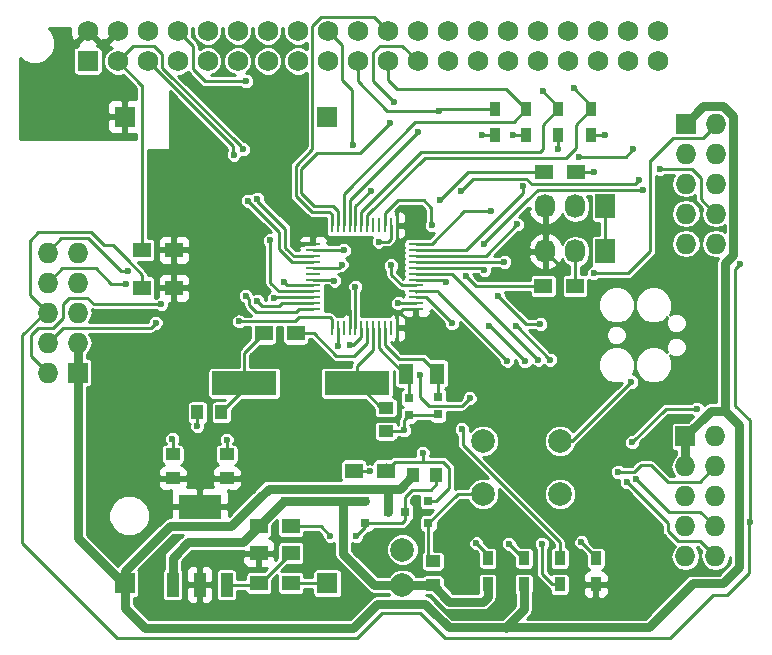
<source format=gbr>
G04 #@! TF.FileFunction,Copper,L2,Bot,Signal*
%FSLAX46Y46*%
G04 Gerber Fmt 4.6, Leading zero omitted, Abs format (unit mm)*
G04 Created by KiCad (PCBNEW 4.0.1-stable) date 12-Feb-16 11:10:28 AM*
%MOMM*%
G01*
G04 APERTURE LIST*
%ADD10C,0.100000*%
%ADD11R,1.727200X1.727200*%
%ADD12C,1.727200*%
%ADD13R,1.250000X1.000000*%
%ADD14R,1.000000X1.250000*%
%ADD15R,1.727200X2.032000*%
%ADD16O,1.727200X2.032000*%
%ADD17R,0.800100X0.800100*%
%ADD18R,1.500000X1.300000*%
%ADD19R,0.250000X1.300000*%
%ADD20R,1.300000X0.250000*%
%ADD21R,3.657600X2.032000*%
%ADD22R,1.016000X2.032000*%
%ADD23O,1.727200X1.727200*%
%ADD24R,0.750000X0.800000*%
%ADD25C,2.000000*%
%ADD26R,0.900000X1.200000*%
%ADD27R,5.500000X2.000000*%
%ADD28R,1.200000X1.800000*%
%ADD29C,0.750000*%
%ADD30C,0.600000*%
%ADD31C,1.000000*%
%ADD32C,0.750000*%
%ADD33C,0.500000*%
%ADD34C,0.250000*%
%ADD35C,0.254000*%
G04 APERTURE END LIST*
D10*
D11*
X4510000Y-1500000D03*
D12*
X4510000Y1040000D03*
X7050000Y-1500000D03*
X7050000Y1040000D03*
X9590000Y-1500000D03*
X9590000Y1040000D03*
X12130000Y-1500000D03*
X12130000Y1040000D03*
X14670000Y-1500000D03*
X14670000Y1040000D03*
X17210000Y-1500000D03*
X17210000Y1040000D03*
X19750000Y-1500000D03*
X19750000Y1040000D03*
X22290000Y-1500000D03*
X22290000Y1040000D03*
X24830000Y-1500000D03*
X24830000Y1040000D03*
X27370000Y-1500000D03*
X27370000Y1040000D03*
X29910000Y-1500000D03*
X29910000Y1040000D03*
X32450000Y-1500000D03*
X32450000Y1040000D03*
X34990000Y-1500000D03*
X34990000Y1040000D03*
X37530000Y-1500000D03*
X37530000Y1040000D03*
X40070000Y-1500000D03*
X40070000Y1040000D03*
X42610000Y-1500000D03*
X42610000Y1040000D03*
X45150000Y-1500000D03*
X45150000Y1040000D03*
X47690000Y-1500000D03*
X47690000Y1040000D03*
X50230000Y-1500000D03*
X50230000Y1040000D03*
X52770000Y-1500000D03*
X52770000Y1040000D03*
D13*
X33710000Y-45850000D03*
X33710000Y-43850000D03*
X11694000Y-36814000D03*
X11694000Y-34814000D03*
X16266000Y-36814000D03*
X16266000Y-34814000D03*
X29750000Y-30850000D03*
X29750000Y-32850000D03*
D14*
X15790000Y-31240000D03*
X13790000Y-31240000D03*
X32030000Y-36576000D03*
X34030000Y-36576000D03*
D15*
X48332000Y-13806000D03*
D16*
X45792000Y-13806000D03*
X43252000Y-13806000D03*
D15*
X48332000Y-17616000D03*
D16*
X45792000Y-17616000D03*
X43252000Y-17616000D03*
D17*
X33350760Y-38750000D03*
X33350760Y-40650000D03*
X31351780Y-39700000D03*
X27949240Y-40650000D03*
X27949240Y-38750000D03*
X29948220Y-39700000D03*
D18*
X29730000Y-36190000D03*
X27030000Y-36190000D03*
X18980000Y-40894000D03*
X21680000Y-40894000D03*
X45820000Y-10910000D03*
X43120000Y-10910000D03*
X45760000Y-20550000D03*
X43060000Y-20550000D03*
X22110000Y-24570000D03*
X19410000Y-24570000D03*
X11800000Y-17500000D03*
X9100000Y-17500000D03*
X11800000Y-20700000D03*
X9100000Y-20700000D03*
D11*
X7630000Y-45720000D03*
X24775000Y-45720000D03*
X7630000Y-6223000D03*
X24775000Y-6223000D03*
D19*
X30665000Y-24105000D03*
X30165000Y-24105000D03*
X29665000Y-24105000D03*
X29165000Y-24105000D03*
X28665000Y-24105000D03*
X28165000Y-24105000D03*
X27665000Y-24105000D03*
X27165000Y-24105000D03*
X26665000Y-24105000D03*
X26165000Y-24105000D03*
X25665000Y-24105000D03*
X25165000Y-24105000D03*
D20*
X23565000Y-22505000D03*
X23565000Y-22005000D03*
X23565000Y-21505000D03*
X23565000Y-21005000D03*
X23565000Y-20505000D03*
X23565000Y-20005000D03*
X23565000Y-19505000D03*
X23565000Y-19005000D03*
X23565000Y-18505000D03*
X23565000Y-18005000D03*
X23565000Y-17505000D03*
X23565000Y-17005000D03*
D19*
X25165000Y-15405000D03*
X25665000Y-15405000D03*
X26165000Y-15405000D03*
X26665000Y-15405000D03*
X27165000Y-15405000D03*
X27665000Y-15405000D03*
X28165000Y-15405000D03*
X28665000Y-15405000D03*
X29165000Y-15405000D03*
X29665000Y-15405000D03*
X30165000Y-15405000D03*
X30665000Y-15405000D03*
D20*
X32265000Y-17005000D03*
X32265000Y-17505000D03*
X32265000Y-18005000D03*
X32265000Y-18505000D03*
X32265000Y-19005000D03*
X32265000Y-19505000D03*
X32265000Y-20005000D03*
X32265000Y-20505000D03*
X32265000Y-21005000D03*
X32265000Y-21505000D03*
X32265000Y-22005000D03*
X32265000Y-22505000D03*
D18*
X18980000Y-43180000D03*
X21680000Y-43180000D03*
X18980000Y-45720000D03*
X21680000Y-45720000D03*
D21*
X13980000Y-39243000D03*
D22*
X13980000Y-45847000D03*
X11694000Y-45847000D03*
X16266000Y-45847000D03*
D11*
X55140000Y-6810000D03*
D23*
X57680000Y-6810000D03*
X55140000Y-9350000D03*
X57680000Y-9350000D03*
X55140000Y-11890000D03*
X57680000Y-11890000D03*
X55140000Y-14430000D03*
X57680000Y-14430000D03*
X55140000Y-16970000D03*
X57680000Y-16970000D03*
D11*
X3650000Y-27890000D03*
D23*
X1110000Y-27890000D03*
X3650000Y-25350000D03*
X1110000Y-25350000D03*
X3650000Y-22810000D03*
X1110000Y-22810000D03*
X3650000Y-20270000D03*
X1110000Y-20270000D03*
X3650000Y-17730000D03*
X1110000Y-17730000D03*
D11*
X55100000Y-33290000D03*
D23*
X57640000Y-33290000D03*
X55100000Y-35830000D03*
X57640000Y-35830000D03*
X55100000Y-38370000D03*
X57640000Y-38370000D03*
X55100000Y-40910000D03*
X57640000Y-40910000D03*
X55100000Y-43450000D03*
X57640000Y-43450000D03*
D24*
X34160000Y-29920000D03*
X34160000Y-31420000D03*
X31690000Y-30010000D03*
X31690000Y-31510000D03*
D25*
X31140000Y-42870000D03*
X31140000Y-45870000D03*
D26*
X47520000Y-45800000D03*
X47520000Y-43600000D03*
X38360000Y-45800000D03*
X38360000Y-43600000D03*
X41650000Y-5600000D03*
X41650000Y-7800000D03*
X38950000Y-5600000D03*
X38950000Y-7800000D03*
X47150000Y-5600000D03*
X47150000Y-7800000D03*
X44350000Y-5600000D03*
X44350000Y-7800000D03*
X41420000Y-45800000D03*
X41420000Y-43600000D03*
X44460000Y-43610000D03*
X44460000Y-45810000D03*
D25*
X37970000Y-33660000D03*
X44470000Y-33660000D03*
X37970000Y-38160000D03*
X44470000Y-38160000D03*
D27*
X27270000Y-28800000D03*
X17770000Y-28800000D03*
D28*
X34110000Y-27970000D03*
X31410000Y-27970000D03*
D29*
X21140000Y-38750000D03*
D30*
X13770000Y-32400000D03*
X31280000Y-32780000D03*
X28360000Y-36240000D03*
X30790000Y-22010000D03*
X29160000Y-16790000D03*
X16260000Y-33560000D03*
X27160000Y-20620000D03*
X26180000Y-17510000D03*
X11670000Y-33510000D03*
X31070000Y-25650000D03*
X47100000Y-24560000D03*
X29670000Y-17870000D03*
X25470000Y-22060000D03*
X21880000Y-16980000D03*
D31*
X14030000Y-37200000D03*
X13970000Y-43670000D03*
D30*
X50500000Y-28680000D03*
X26670000Y-25560000D03*
X32600000Y-28100000D03*
X36830000Y-30050000D03*
X46290000Y-42250000D03*
X37410000Y-42340000D03*
X40490000Y-7750000D03*
X37890000Y-7770000D03*
X48280000Y-7750000D03*
X44340000Y-8920000D03*
X40140000Y-42370000D03*
X42950000Y-42380000D03*
X47360000Y-10870000D03*
X33610000Y-15430000D03*
X42800000Y-23790000D03*
X39270000Y-21440000D03*
X38630000Y-14230000D03*
X40860000Y-15340000D03*
X28450000Y-12500000D03*
X26950000Y-8620000D03*
X43010000Y-4040000D03*
X45670000Y-3800000D03*
X17900000Y-3210000D03*
X30470000Y-4980000D03*
X30100000Y-6750000D03*
X34250000Y-5700000D03*
X32450000Y-7500000D03*
X59750000Y-18720000D03*
X16850000Y-9440000D03*
X60560000Y-40530000D03*
X18040000Y-13330000D03*
X17670000Y-8980000D03*
X18840000Y-13180000D03*
D31*
X4330000Y-4510000D03*
D30*
X51190000Y-11590000D03*
X36070000Y-12520000D03*
X19940000Y-16680000D03*
X52940000Y-10650000D03*
X50680000Y-8970000D03*
X46060000Y-9600000D03*
X41370000Y-12130000D03*
X51480000Y-12420000D03*
X38090000Y-19180000D03*
X38080000Y-17000000D03*
X47330000Y-19490000D03*
X39775000Y-18505000D03*
X7870000Y-19320000D03*
X21120000Y-20220000D03*
X17870000Y-21380000D03*
X7710000Y-20380000D03*
X10250000Y-23670000D03*
X17320000Y-23560000D03*
X10720000Y-22060000D03*
X18850000Y-21800000D03*
X41520000Y-26920000D03*
X50160000Y-37180000D03*
X38490000Y-23950000D03*
X25370000Y-20100000D03*
X42650000Y-26790000D03*
X50950000Y-36900000D03*
X49400000Y-36280000D03*
X40010000Y-26870000D03*
X50600000Y-33770000D03*
X56070000Y-30950000D03*
X43640000Y-26790000D03*
X40750000Y-23960000D03*
X34800000Y-20200000D03*
X32850000Y-34670000D03*
X25670000Y-25630000D03*
X30190000Y-18800000D03*
X34310000Y-13270000D03*
X36510000Y-19710000D03*
X26000000Y-18750000D03*
X20230000Y-21600000D03*
X36170000Y-32670000D03*
X35330000Y-23690000D03*
X25050000Y-41700000D03*
X27250000Y-41700000D03*
D32*
X31140000Y-45870000D02*
X28750000Y-45870000D01*
X26140000Y-38810000D02*
X26200000Y-38750000D01*
X26140000Y-43260000D02*
X26140000Y-38810000D01*
X28750000Y-45870000D02*
X26140000Y-43260000D01*
X33710000Y-45850000D02*
X33710000Y-45870000D01*
X33710000Y-45870000D02*
X35110000Y-47270000D01*
X38360000Y-46880000D02*
X38360000Y-46260000D01*
X37970000Y-47270000D02*
X38360000Y-46880000D01*
X35110000Y-47270000D02*
X37970000Y-47270000D01*
X38360000Y-46260000D02*
X38360000Y-45800000D01*
X31140000Y-45870000D02*
X33690000Y-45870000D01*
X33690000Y-45870000D02*
X33710000Y-45850000D01*
X11694000Y-43556000D02*
X11694000Y-43546000D01*
X11694000Y-45847000D02*
X11694000Y-43556000D01*
X17624000Y-42250000D02*
X18980000Y-40894000D01*
X12990000Y-42250000D02*
X17624000Y-42250000D01*
X11694000Y-43546000D02*
X12990000Y-42250000D01*
X21140000Y-38750000D02*
X21124000Y-38750000D01*
X38360000Y-45800000D02*
X38360000Y-46260000D01*
X26150000Y-38750000D02*
X26200000Y-38750000D01*
X26150000Y-38750000D02*
X21124000Y-38750000D01*
X21124000Y-38750000D02*
X18980000Y-40894000D01*
X27949240Y-38750000D02*
X26200000Y-38750000D01*
X26200000Y-38750000D02*
X26150000Y-38800000D01*
D33*
X11694000Y-45847000D02*
X11694000Y-45056000D01*
D34*
X13790000Y-31240000D02*
X13790000Y-32380000D01*
X13790000Y-32380000D02*
X13770000Y-32400000D01*
X31690000Y-31510000D02*
X34070000Y-31510000D01*
X34070000Y-31510000D02*
X34160000Y-31420000D01*
X31280000Y-32780000D02*
X31280000Y-31920000D01*
X31280000Y-31920000D02*
X31690000Y-31510000D01*
X27030000Y-36190000D02*
X28310000Y-36190000D01*
X31210000Y-32850000D02*
X29750000Y-32850000D01*
X31280000Y-32780000D02*
X31210000Y-32850000D01*
X28310000Y-36190000D02*
X28360000Y-36240000D01*
X33350760Y-40650000D02*
X33350760Y-43490760D01*
X33350760Y-43490760D02*
X33710000Y-43850000D01*
X37970000Y-38160000D02*
X35840760Y-38160000D01*
X35840760Y-38160000D02*
X33350760Y-40650000D01*
X32265000Y-22005000D02*
X30795000Y-22005000D01*
X30795000Y-22005000D02*
X30790000Y-22010000D01*
X48332000Y-17616000D02*
X48332000Y-13806000D01*
X30165000Y-15405000D02*
X30165000Y-16535000D01*
X29910000Y-16790000D02*
X29160000Y-16790000D01*
X30165000Y-16535000D02*
X29910000Y-16790000D01*
X16266000Y-34814000D02*
X16266000Y-33566000D01*
X16266000Y-33566000D02*
X16260000Y-33560000D01*
X27165000Y-24105000D02*
X27165000Y-20625000D01*
X27165000Y-20625000D02*
X27160000Y-20620000D01*
X23565000Y-17505000D02*
X26175000Y-17505000D01*
X26175000Y-17505000D02*
X26180000Y-17510000D01*
X21680000Y-45720000D02*
X24775000Y-45720000D01*
X11694000Y-34814000D02*
X11694000Y-33476000D01*
X11670000Y-33500000D02*
X11670000Y-33510000D01*
X11694000Y-33476000D02*
X11670000Y-33500000D01*
X30970000Y-22760000D02*
X30970000Y-22820000D01*
X30970000Y-22820000D02*
X32265000Y-24115000D01*
X30665000Y-24105000D02*
X30665000Y-23065000D01*
X31225000Y-22505000D02*
X32265000Y-22505000D01*
X30665000Y-23065000D02*
X30970000Y-22760000D01*
X30970000Y-22760000D02*
X31225000Y-22505000D01*
X32265000Y-22505000D02*
X32265000Y-24115000D01*
X32265000Y-24115000D02*
X32265000Y-24455000D01*
X32265000Y-24455000D02*
X31070000Y-25650000D01*
X31070000Y-25650000D02*
X30990000Y-25650000D01*
X30990000Y-25650000D02*
X30665000Y-25325000D01*
X30665000Y-25325000D02*
X30665000Y-24105000D01*
X44490000Y-18854000D02*
X43252000Y-17616000D01*
X44490000Y-21950000D02*
X44490000Y-18854000D01*
X47100000Y-24560000D02*
X44490000Y-21950000D01*
X30665000Y-15405000D02*
X30665000Y-16875000D01*
X30665000Y-16875000D02*
X29670000Y-17870000D01*
X29670000Y-17870000D02*
X29670000Y-17860000D01*
X29670000Y-17860000D02*
X30615002Y-16914998D01*
X25470000Y-22060000D02*
X25480000Y-22050000D01*
X25480000Y-22050000D02*
X26100000Y-22050000D01*
X26665000Y-22615000D02*
X26665000Y-24105000D01*
X26100000Y-22050000D02*
X26665000Y-22615000D01*
X23565000Y-17005000D02*
X21905000Y-17005000D01*
X21905000Y-17005000D02*
X21880000Y-16980000D01*
D33*
X13980000Y-45847000D02*
X13980000Y-43680000D01*
X13980000Y-37250000D02*
X13980000Y-39243000D01*
X14030000Y-37200000D02*
X13980000Y-37250000D01*
X13980000Y-43680000D02*
X13970000Y-43670000D01*
X13980000Y-39243000D02*
X13980000Y-39100000D01*
X16180000Y-36900000D02*
X16266000Y-36814000D01*
D34*
X29750000Y-30850000D02*
X29320000Y-30850000D01*
X29320000Y-30850000D02*
X27270000Y-28800000D01*
X27270000Y-28800000D02*
X27270000Y-27340000D01*
X27270000Y-27340000D02*
X28665000Y-25945000D01*
X28665000Y-25945000D02*
X28665000Y-24105000D01*
X28615002Y-24105000D02*
X28665000Y-24105000D01*
X34160000Y-29920000D02*
X34160000Y-27970000D01*
X29665000Y-24105000D02*
X29665000Y-25515000D01*
X32890000Y-26700000D02*
X34160000Y-27970000D01*
X30850000Y-26700000D02*
X32890000Y-26700000D01*
X29665000Y-25515000D02*
X30850000Y-26700000D01*
D32*
X33090000Y-47480000D02*
X29000000Y-47480000D01*
X33090000Y-47480000D02*
X33410000Y-47800000D01*
X39888000Y-49462000D02*
X35072000Y-49462000D01*
X7630000Y-47780000D02*
X9350000Y-49500000D01*
X7630000Y-47780000D02*
X7630000Y-45720000D01*
X26980000Y-49500000D02*
X9350000Y-49500000D01*
X28680000Y-47800000D02*
X26980000Y-49500000D01*
X35072000Y-49462000D02*
X33410000Y-47800000D01*
X29000000Y-47480000D02*
X28680000Y-47800000D01*
X58450000Y-18630000D02*
X58460000Y-18630000D01*
X58450000Y-31100000D02*
X58450000Y-18630000D01*
X56610000Y-5340000D02*
X55140000Y-6810000D01*
X58310000Y-5340000D02*
X56610000Y-5340000D01*
X59170000Y-6200000D02*
X58310000Y-5340000D01*
X59170000Y-17920000D02*
X59170000Y-6200000D01*
X58460000Y-18630000D02*
X59170000Y-17920000D01*
X55100000Y-33290000D02*
X55100000Y-35830000D01*
X59640000Y-37840000D02*
X59640000Y-32290000D01*
X57290000Y-31100000D02*
X55100000Y-33290000D01*
X58450000Y-31100000D02*
X57290000Y-31100000D01*
X59640000Y-32290000D02*
X58450000Y-31100000D01*
X3650000Y-27890000D02*
X3650000Y-25350000D01*
X7630000Y-45720000D02*
X7450000Y-45720000D01*
X7450000Y-45720000D02*
X3650000Y-41920000D01*
X3650000Y-41920000D02*
X3650000Y-27890000D01*
X18990000Y-38530000D02*
X18990000Y-38520000D01*
X16610000Y-40900000D02*
X18980000Y-38530000D01*
X18980000Y-38530000D02*
X18990000Y-38530000D01*
X7630000Y-45720000D02*
X7630000Y-44720000D01*
X11450000Y-40900000D02*
X16150000Y-40900000D01*
X7630000Y-44720000D02*
X11450000Y-40900000D01*
X16150000Y-40900000D02*
X16610000Y-40900000D01*
X19810000Y-37700000D02*
X29948220Y-37700000D01*
X18990000Y-38520000D02*
X19810000Y-37700000D01*
X49818000Y-49462000D02*
X51998000Y-49462000D01*
X51998000Y-49462000D02*
X55720000Y-45740000D01*
X55720000Y-45740000D02*
X58250000Y-45740000D01*
X58250000Y-45740000D02*
X59640000Y-44350000D01*
X59640000Y-44350000D02*
X59640000Y-37840000D01*
X39888000Y-49462000D02*
X49818000Y-49462000D01*
X59640000Y-37840000D02*
X59640000Y-37830000D01*
X29948220Y-37700000D02*
X30906000Y-37700000D01*
X30906000Y-37700000D02*
X32030000Y-36576000D01*
X41420000Y-45800000D02*
X41420000Y-47930000D01*
X41420000Y-47930000D02*
X39888000Y-49462000D01*
X29948220Y-39700000D02*
X29948220Y-37700000D01*
X7630000Y-45720000D02*
X7470000Y-45720000D01*
D33*
X29948220Y-37700000D02*
X29850000Y-37700000D01*
X29850000Y-37700000D02*
X29948220Y-37700000D01*
D34*
X32006000Y-36600000D02*
X32030000Y-36576000D01*
D32*
X39888000Y-49462000D02*
X39888000Y-49500000D01*
X39888000Y-49500000D02*
X39950000Y-49438000D01*
X39950000Y-49438000D02*
X39950000Y-49400000D01*
X39950000Y-49400000D02*
X39950000Y-49500000D01*
D34*
X31690000Y-30010000D02*
X31690000Y-28250000D01*
X31690000Y-28250000D02*
X31410000Y-27970000D01*
X31360000Y-27970000D02*
X31320000Y-27970000D01*
X31320000Y-27970000D02*
X29165000Y-25815000D01*
X29165000Y-25815000D02*
X29165000Y-24105000D01*
X45490000Y-33660000D02*
X44470000Y-33660000D01*
X45520000Y-33660000D02*
X45490000Y-33660000D01*
X50500000Y-28680000D02*
X45520000Y-33660000D01*
X35910000Y-30690000D02*
X36190000Y-30690000D01*
X27665000Y-24895000D02*
X27000000Y-25560000D01*
X27000000Y-25560000D02*
X26670000Y-25560000D01*
X32600000Y-28100000D02*
X32600000Y-29920000D01*
X32600000Y-29920000D02*
X33370000Y-30690000D01*
X27665000Y-24105000D02*
X27665000Y-24895000D01*
X33370000Y-30690000D02*
X35910000Y-30690000D01*
X36190000Y-30690000D02*
X36830000Y-30050000D01*
X47520000Y-43600000D02*
X47520000Y-43480000D01*
X47520000Y-43480000D02*
X46290000Y-42250000D01*
X38360000Y-43600000D02*
X38360000Y-43290000D01*
X38360000Y-43290000D02*
X37410000Y-42340000D01*
X40540000Y-7800000D02*
X41650000Y-7800000D01*
X40490000Y-7750000D02*
X40540000Y-7800000D01*
X38950000Y-7800000D02*
X37920000Y-7800000D01*
X37920000Y-7800000D02*
X37890000Y-7770000D01*
X48230000Y-7800000D02*
X47150000Y-7800000D01*
X48280000Y-7750000D02*
X48230000Y-7800000D01*
X44350000Y-7800000D02*
X44350000Y-8910000D01*
X44350000Y-8910000D02*
X44340000Y-8920000D01*
X40140000Y-42370000D02*
X41370000Y-43600000D01*
X41370000Y-43600000D02*
X41420000Y-43600000D01*
X44460000Y-45810000D02*
X43830000Y-45810000D01*
X42950000Y-44930000D02*
X42950000Y-42380000D01*
X43830000Y-45810000D02*
X42950000Y-44930000D01*
X47320000Y-10910000D02*
X45820000Y-10910000D01*
X47360000Y-10870000D02*
X47320000Y-10910000D01*
X45760000Y-20550000D02*
X45760000Y-17648000D01*
X45760000Y-17648000D02*
X45792000Y-17616000D01*
X33610000Y-15430000D02*
X33600000Y-15420000D01*
X33600000Y-15420000D02*
X33600000Y-13920000D01*
X33600000Y-13920000D02*
X32950000Y-13270000D01*
X32950000Y-13270000D02*
X30730000Y-13270000D01*
X30730000Y-13270000D02*
X29665000Y-14335000D01*
X29665000Y-15405000D02*
X29665000Y-14335000D01*
X41620000Y-23790000D02*
X42800000Y-23790000D01*
X39270000Y-21440000D02*
X41620000Y-23790000D01*
X32265000Y-17005000D02*
X33615000Y-17005000D01*
X36390000Y-14230000D02*
X38630000Y-14230000D01*
X33615000Y-17005000D02*
X36390000Y-14230000D01*
X38195000Y-18005000D02*
X32265000Y-18005000D01*
X40860000Y-15340000D02*
X38195000Y-18005000D01*
X27165000Y-13785000D02*
X28450000Y-12500000D01*
X27165000Y-13785000D02*
X27165000Y-15405000D01*
X26050000Y-3100000D02*
X26050000Y-180000D01*
X24830000Y1040000D02*
X26050000Y-180000D01*
X26910000Y-3960000D02*
X26050000Y-3100000D01*
X26910000Y-8580000D02*
X26910000Y-3960000D01*
X26950000Y-8620000D02*
X26910000Y-8580000D01*
X27665000Y-14285000D02*
X27665000Y-14275000D01*
X43050000Y-8300000D02*
X43050000Y-6900000D01*
X44350000Y-5600000D02*
X43050000Y-6900000D01*
X27665000Y-14285000D02*
X27665000Y-15405000D01*
X43050000Y-8980000D02*
X43050000Y-8300000D01*
X42780002Y-9249998D02*
X43050000Y-8980000D01*
X32690002Y-9249998D02*
X42780002Y-9249998D01*
X27665000Y-14275000D02*
X32690002Y-9249998D01*
X44350000Y-5600000D02*
X44350000Y-5380000D01*
X44350000Y-5380000D02*
X43010000Y-4040000D01*
X13390000Y-2190000D02*
X13390000Y-220000D01*
X13390000Y-220000D02*
X12130000Y1040000D01*
X44450000Y-9700000D02*
X45020000Y-9700000D01*
X28165000Y-14585000D02*
X33050000Y-9700000D01*
X33050000Y-9700000D02*
X44450000Y-9700000D01*
X45850000Y-8300000D02*
X45850000Y-6900000D01*
X47150000Y-5600000D02*
X45850000Y-6900000D01*
X28165000Y-14585000D02*
X28165000Y-15405000D01*
X45850000Y-8870000D02*
X45850000Y-8300000D01*
X45020000Y-9700000D02*
X45850000Y-8870000D01*
X47150000Y-5600000D02*
X47150000Y-5280000D01*
X47150000Y-5280000D02*
X45670000Y-3800000D01*
X17880000Y-3230000D02*
X14430000Y-3230000D01*
X14430000Y-3230000D02*
X13390000Y-2190000D01*
X17900000Y-3210000D02*
X17880000Y-3230000D01*
X24900000Y2240000D02*
X24270000Y2240000D01*
X23530000Y1500000D02*
X23530000Y-8950000D01*
X23530000Y-8950000D02*
X22100000Y-10380000D01*
X22100000Y-10380000D02*
X22100000Y-12910000D01*
X22100000Y-12910000D02*
X23470000Y-14280000D01*
X23470000Y-14280000D02*
X24970000Y-14280000D01*
X24970000Y-14280000D02*
X25165000Y-14475000D01*
X25165000Y-15405000D02*
X25165000Y-14475000D01*
X28720000Y2240000D02*
X29910000Y1050000D01*
X28720000Y2240000D02*
X24900000Y2240000D01*
X24270000Y2240000D02*
X23530000Y1500000D01*
X29910000Y1040000D02*
X29910000Y1050000D01*
X32450000Y-1500000D02*
X31150000Y-200000D01*
X30470000Y-4980000D02*
X28680000Y-3190000D01*
X28680000Y-3190000D02*
X28680000Y-780000D01*
X28680000Y-780000D02*
X29260000Y-200000D01*
X29260000Y-200000D02*
X31150000Y-200000D01*
X23940000Y-9330000D02*
X27520000Y-9330000D01*
X27520000Y-9330000D02*
X30100000Y-6750000D01*
X25665000Y-14205000D02*
X25665000Y-15405000D01*
X22580000Y-10690000D02*
X23940000Y-9330000D01*
X22580000Y-12700000D02*
X22580000Y-10690000D01*
X23660000Y-13780000D02*
X22580000Y-12700000D01*
X25240000Y-13780000D02*
X23660000Y-13780000D01*
X25665000Y-14205000D02*
X25240000Y-13780000D01*
X27370000Y-3200000D02*
X27370000Y-1500000D01*
X34250000Y-5700000D02*
X29870000Y-5700000D01*
X29870000Y-5700000D02*
X27370000Y-3200000D01*
X26665000Y-15405000D02*
X26665000Y-13285000D01*
X34350000Y-5600000D02*
X38950000Y-5600000D01*
X34250000Y-5700000D02*
X34350000Y-5600000D01*
X26665000Y-13285000D02*
X32450000Y-7500000D01*
X29910000Y-1500000D02*
X29910000Y-3110000D01*
X26165000Y-15405000D02*
X26165000Y-12785000D01*
X40550000Y-6700000D02*
X41650000Y-5600000D01*
X32250000Y-6700000D02*
X40550000Y-6700000D01*
X26165000Y-12785000D02*
X32250000Y-6700000D01*
X29910000Y-3110000D02*
X30649998Y-3849998D01*
X41650000Y-5600000D02*
X41650000Y-5130000D01*
X41650000Y-5600000D02*
X41650000Y-5080000D01*
X39899998Y-3849998D02*
X41650000Y-5600000D01*
X30649998Y-3849998D02*
X39899998Y-3849998D01*
X7000000Y-50350000D02*
X27300000Y-50350000D01*
X-1050000Y-24720000D02*
X-1050000Y-42300000D01*
X-1050000Y-42300000D02*
X7000000Y-50350000D01*
X53820000Y-50350000D02*
X57430000Y-46740000D01*
X57430000Y-46740000D02*
X58630000Y-46740000D01*
X58630000Y-46740000D02*
X60520000Y-44850000D01*
X60520000Y-43870000D02*
X60520000Y-44850000D01*
X-1050000Y-24720000D02*
X860000Y-22810000D01*
X34770000Y-50350000D02*
X53820000Y-50350000D01*
X32670000Y-48250000D02*
X34770000Y-50350000D01*
X29400000Y-48250000D02*
X32670000Y-48250000D01*
X27300000Y-50350000D02*
X29400000Y-48250000D01*
X59430000Y-19040000D02*
X59750000Y-18720000D01*
X60560000Y-31930000D02*
X59320000Y-30690000D01*
X59320000Y-30690000D02*
X59320000Y-19150000D01*
X59320000Y-19150000D02*
X59430000Y-19040000D01*
X60560000Y-40530000D02*
X60560000Y-31930000D01*
X16850000Y-9440000D02*
X16810000Y-9400000D01*
X16810000Y-9400000D02*
X16810000Y-8720000D01*
X16810000Y-8720000D02*
X9590000Y-1500000D01*
X60520000Y-43870000D02*
X60520000Y-40570000D01*
X60520000Y-40570000D02*
X60560000Y-40530000D01*
X5920000Y-17120000D02*
X6620000Y-17120000D01*
X7870000Y-18370000D02*
X9100000Y-19600000D01*
X9100000Y-20700000D02*
X9100000Y-19600000D01*
X-420000Y-21280000D02*
X1110000Y-22810000D01*
X-420000Y-16740000D02*
X-420000Y-21280000D01*
X330000Y-15990000D02*
X-420000Y-16740000D01*
X4790000Y-15990000D02*
X330000Y-15990000D01*
X5920000Y-17120000D02*
X4790000Y-15990000D01*
X6620000Y-17120000D02*
X7870000Y-18370000D01*
X1110000Y-22810000D02*
X860000Y-22810000D01*
X60520000Y-43870000D02*
X60520000Y-43830000D01*
X19870000Y-15160000D02*
X18040000Y-13330000D01*
X23565000Y-18505000D02*
X21755000Y-18505000D01*
X20690000Y-15960000D02*
X19930000Y-15200000D01*
X19930000Y-15200000D02*
X19890000Y-15160000D01*
X20690000Y-17440000D02*
X20690000Y-15960000D01*
X21755000Y-18505000D02*
X20690000Y-17440000D01*
X19890000Y-15160000D02*
X19870000Y-15160000D01*
X57640000Y-38370000D02*
X57630000Y-38370000D01*
X17458199Y-8758199D02*
X17630000Y-8930000D01*
X17458199Y-8758199D02*
X17458199Y-8731801D01*
X17630000Y-8940000D02*
X17630000Y-8930000D01*
X17670000Y-8980000D02*
X17630000Y-8940000D01*
X18840000Y-13320000D02*
X18840000Y-13180000D01*
X10820000Y-2093602D02*
X10820000Y-900000D01*
X17458199Y-8731801D02*
X10820000Y-2093602D01*
X17460000Y-8733602D02*
X17458199Y-8731801D01*
X9100000Y-9310000D02*
X9100000Y-3550000D01*
X9100000Y-3550000D02*
X9050000Y-3500000D01*
X9050000Y-3500000D02*
X9045000Y-3495000D01*
X20470000Y-14930000D02*
X20450000Y-14930000D01*
X20450000Y-14930000D02*
X18840000Y-13320000D01*
X21935000Y-18005000D02*
X21240000Y-17310000D01*
X21240000Y-17310000D02*
X21240000Y-15700000D01*
X21240000Y-15700000D02*
X20470000Y-14930000D01*
X21935000Y-18005000D02*
X23565000Y-18005000D01*
X20480000Y-14940000D02*
X20470000Y-14930000D01*
X9100000Y-17500000D02*
X9100000Y-17440000D01*
X9100000Y-9310000D02*
X9100000Y-17500000D01*
X7050000Y-1500000D02*
X9045000Y-3495000D01*
X10150000Y-230000D02*
X8320000Y-230000D01*
X10820000Y-900000D02*
X10150000Y-230000D01*
X8320000Y-230000D02*
X7050000Y-1500000D01*
D33*
X4280000Y-4460000D02*
X4280000Y-4430000D01*
X4330000Y-4510000D02*
X4280000Y-4460000D01*
D34*
X50860000Y-11920000D02*
X51190000Y-11590000D01*
X47950000Y-11920000D02*
X48386398Y-11920000D01*
X41630000Y-11460000D02*
X42090000Y-11920000D01*
X42090000Y-11920000D02*
X47950000Y-11920000D01*
X37130000Y-11460000D02*
X41570000Y-11460000D01*
X36070000Y-12520000D02*
X37130000Y-11460000D01*
X41570000Y-11460000D02*
X41630000Y-11460000D01*
X48386398Y-11920000D02*
X50860000Y-11920000D01*
X20655000Y-21005000D02*
X19940000Y-20290000D01*
X19940000Y-20290000D02*
X19940000Y-16680000D01*
X23565000Y-21005000D02*
X20955000Y-21005000D01*
X20955000Y-21005000D02*
X20655000Y-21005000D01*
X57680000Y-14430000D02*
X57650000Y-14430000D01*
X57650000Y-14430000D02*
X56430000Y-13210000D01*
X56430000Y-13210000D02*
X56430000Y-11420000D01*
X56430000Y-11420000D02*
X55660000Y-10650000D01*
X55660000Y-10650000D02*
X52940000Y-10650000D01*
X50680000Y-8970000D02*
X50670000Y-8980000D01*
X50670000Y-8980000D02*
X50670000Y-8990000D01*
X50060000Y-9600000D02*
X46060000Y-9600000D01*
X50670000Y-8990000D02*
X50665000Y-8995000D01*
X50665000Y-8995000D02*
X50060000Y-9600000D01*
X50680000Y-8990000D02*
X50670000Y-8990000D01*
X39770000Y-14250000D02*
X39780000Y-14250000D01*
X32265000Y-17505000D02*
X36515000Y-17505000D01*
X36515000Y-17505000D02*
X39770000Y-14250000D01*
X41370000Y-12660000D02*
X41370000Y-12130000D01*
X39780000Y-14250000D02*
X41370000Y-12660000D01*
X51010000Y-12400000D02*
X51030000Y-12420000D01*
X51030000Y-12420000D02*
X51480000Y-12420000D01*
X48590000Y-12400000D02*
X42620000Y-12400000D01*
X42620000Y-12400000D02*
X41710000Y-13310000D01*
X38090000Y-19180000D02*
X37915000Y-19005000D01*
X37915000Y-19005000D02*
X32265000Y-19005000D01*
X38080000Y-16940000D02*
X38080000Y-17000000D01*
X41710000Y-13310000D02*
X38080000Y-16940000D01*
X48590000Y-12400000D02*
X51010000Y-12400000D01*
X57680000Y-6810000D02*
X57680000Y-6910000D01*
X57680000Y-6910000D02*
X56590000Y-8000000D01*
X54050000Y-8000000D02*
X52120000Y-9930000D01*
X56590000Y-8000000D02*
X54050000Y-8000000D01*
X57680000Y-6810000D02*
X57680000Y-6850000D01*
X50260000Y-19490000D02*
X47330000Y-19490000D01*
X32265000Y-18505000D02*
X39775000Y-18505000D01*
X52120000Y-17630000D02*
X50260000Y-19490000D01*
X52120000Y-17350000D02*
X52120000Y-17210000D01*
X52120000Y-17350000D02*
X52120000Y-17630000D01*
X52120000Y-9920000D02*
X52120000Y-9930000D01*
X52120000Y-9930000D02*
X52120000Y-17210000D01*
X4420000Y-16480000D02*
X4490000Y-16480000D01*
X2280000Y-16480000D02*
X4420000Y-16480000D01*
X1110000Y-17650000D02*
X2280000Y-16480000D01*
X7330000Y-19320000D02*
X7870000Y-19320000D01*
X4490000Y-16480000D02*
X7330000Y-19320000D01*
X1110000Y-17730000D02*
X1110000Y-17650000D01*
X21405000Y-20505000D02*
X23565000Y-20505000D01*
X21405000Y-20505000D02*
X21120000Y-20220000D01*
X1110000Y-17730000D02*
X1120000Y-17730000D01*
X1110000Y-20270000D02*
X1120000Y-20270000D01*
X1120000Y-20270000D02*
X2350000Y-19040000D01*
X19270000Y-22750000D02*
X22130000Y-22750000D01*
X22130000Y-22750000D02*
X22375000Y-22505000D01*
X22375000Y-22505000D02*
X23565000Y-22505000D01*
X18760000Y-22750000D02*
X19270000Y-22750000D01*
X18160000Y-22150000D02*
X18760000Y-22750000D01*
X18160000Y-21670000D02*
X18160000Y-22150000D01*
X17870000Y-21380000D02*
X18160000Y-21670000D01*
X6510000Y-20380000D02*
X7710000Y-20380000D01*
X5170000Y-19040000D02*
X6510000Y-20380000D01*
X2350000Y-19040000D02*
X5170000Y-19040000D01*
X1110000Y-20270000D02*
X1110000Y-20280000D01*
X22650000Y-23190000D02*
X22420000Y-23190000D01*
X25165000Y-23325000D02*
X25030000Y-23190000D01*
X25030000Y-23190000D02*
X22650000Y-23190000D01*
X10250000Y-23670000D02*
X9840000Y-24080000D01*
X9840000Y-24080000D02*
X2380000Y-24080000D01*
X1110000Y-25350000D02*
X2380000Y-24080000D01*
X25165000Y-23325000D02*
X25165000Y-24105000D01*
X22050000Y-23560000D02*
X17320000Y-23560000D01*
X22420000Y-23190000D02*
X22050000Y-23560000D01*
X23565000Y-22005000D02*
X20925000Y-22005000D01*
X-280000Y-26500000D02*
X1110000Y-27890000D01*
X-280000Y-24680000D02*
X-280000Y-26500000D01*
X300000Y-24100000D02*
X-280000Y-24680000D01*
X1580000Y-24100000D02*
X300000Y-24100000D01*
X2380000Y-23300000D02*
X1580000Y-24100000D01*
X2380000Y-22100000D02*
X2380000Y-23300000D01*
X2950000Y-21530000D02*
X2380000Y-22100000D01*
X4480000Y-21530000D02*
X2950000Y-21530000D01*
X5000000Y-22050000D02*
X4480000Y-21530000D01*
X10710000Y-22050000D02*
X5000000Y-22050000D01*
X10720000Y-22060000D02*
X10710000Y-22050000D01*
X19290000Y-22240000D02*
X18850000Y-21800000D01*
X20690000Y-22240000D02*
X19290000Y-22240000D01*
X20925000Y-22005000D02*
X20690000Y-22240000D01*
X38490000Y-23950000D02*
X38550000Y-23950000D01*
X41520000Y-26920000D02*
X38550000Y-23950000D01*
X38490000Y-23950000D02*
X38530000Y-23950000D01*
X50160000Y-37180000D02*
X53610000Y-40630000D01*
X56370000Y-42180000D02*
X57640000Y-43450000D01*
X54470000Y-42180000D02*
X56370000Y-42180000D01*
X53610000Y-41320000D02*
X54470000Y-42180000D01*
X53610000Y-40630000D02*
X53610000Y-41320000D01*
X23565000Y-20005000D02*
X25275000Y-20005000D01*
X25275000Y-20005000D02*
X25370000Y-20100000D01*
X32265000Y-19505000D02*
X34995000Y-19505000D01*
X35365000Y-19505000D02*
X34995000Y-19505000D01*
X42650000Y-26790000D02*
X35365000Y-19505000D01*
X53710000Y-39660000D02*
X50950000Y-36900000D01*
X56360000Y-39660000D02*
X53710000Y-39660000D01*
X56360000Y-39660000D02*
X57610000Y-40910000D01*
X57640000Y-40910000D02*
X57610000Y-40910000D01*
X51340000Y-35720000D02*
X52190000Y-35720000D01*
X53590000Y-37120000D02*
X56350000Y-37120000D01*
X57640000Y-35830000D02*
X56350000Y-37120000D01*
X52215000Y-35745000D02*
X53590000Y-37120000D01*
X51315000Y-35745000D02*
X51340000Y-35720000D01*
X50780000Y-36280000D02*
X51315000Y-35745000D01*
X49400000Y-36280000D02*
X50780000Y-36280000D01*
X52190000Y-35720000D02*
X52215000Y-35745000D01*
X34175000Y-21005000D02*
X32265000Y-21005000D01*
X34175000Y-21035000D02*
X34175000Y-21005000D01*
X40010000Y-26870000D02*
X34175000Y-21035000D01*
X32265000Y-21054998D02*
X32265000Y-21005000D01*
X32265000Y-21054998D02*
X32265000Y-21005000D01*
X53420000Y-30950000D02*
X56070000Y-30950000D01*
X53420000Y-30950000D02*
X50600000Y-33770000D01*
X43640000Y-26790000D02*
X40810000Y-23960000D01*
X40810000Y-23960000D02*
X40750000Y-23960000D01*
X34800000Y-20200000D02*
X34605000Y-20005000D01*
X32265000Y-20005000D02*
X34605000Y-20005000D01*
X25665000Y-24105000D02*
X25665000Y-25625000D01*
X32870000Y-34690000D02*
X32870000Y-35420000D01*
X32850000Y-34670000D02*
X32870000Y-34690000D01*
X25665000Y-25625000D02*
X25670000Y-25630000D01*
X29730000Y-36190000D02*
X29730000Y-35650000D01*
X29730000Y-36190000D02*
X29360000Y-36190000D01*
X33350760Y-38750000D02*
X34030000Y-38750000D01*
X30500000Y-35420000D02*
X29730000Y-36190000D01*
X34590000Y-35420000D02*
X32870000Y-35420000D01*
X32870000Y-35420000D02*
X30500000Y-35420000D01*
X35100000Y-35930000D02*
X34590000Y-35420000D01*
X35100000Y-37680000D02*
X35100000Y-35930000D01*
X34030000Y-38750000D02*
X35100000Y-37680000D01*
X33420760Y-38680000D02*
X33350760Y-38750000D01*
X32265000Y-20505000D02*
X31105000Y-20505000D01*
X30190000Y-19590000D02*
X30190000Y-18800000D01*
X31105000Y-20505000D02*
X30190000Y-19590000D01*
X36670000Y-10910000D02*
X43120000Y-10910000D01*
X34310000Y-13270000D02*
X36670000Y-10910000D01*
X23565000Y-19005000D02*
X25745000Y-19005000D01*
X37350000Y-20550000D02*
X36510000Y-19710000D01*
X37350000Y-20550000D02*
X43060000Y-20550000D01*
X25745000Y-19005000D02*
X26000000Y-18750000D01*
X28165000Y-24105000D02*
X28165000Y-25355000D01*
X23620000Y-24570000D02*
X22110000Y-24570000D01*
X25550000Y-26500000D02*
X23620000Y-24570000D01*
X27020000Y-26500000D02*
X25550000Y-26500000D01*
X28165000Y-25355000D02*
X27020000Y-26500000D01*
X20325000Y-21505000D02*
X23565000Y-21505000D01*
X20230000Y-21600000D02*
X20325000Y-21505000D01*
X32265000Y-21505000D02*
X33145000Y-21505000D01*
X44460000Y-42220000D02*
X44460000Y-43610000D01*
X36280000Y-34040000D02*
X44460000Y-42220000D01*
X36280000Y-32780000D02*
X36280000Y-34040000D01*
X36170000Y-32670000D02*
X36280000Y-32780000D01*
X33145000Y-21505000D02*
X35330000Y-23690000D01*
X17770000Y-28800000D02*
X17770000Y-29260000D01*
X17770000Y-29260000D02*
X15790000Y-31240000D01*
X17770000Y-28800000D02*
X17770000Y-26210000D01*
X17770000Y-26210000D02*
X19410000Y-24570000D01*
X17770000Y-28800000D02*
X17770000Y-27860000D01*
X31351780Y-39700000D02*
X31351780Y-38398220D01*
X31351780Y-38398220D02*
X31950000Y-37800000D01*
X27949240Y-40650000D02*
X27949240Y-41000760D01*
X27949240Y-41000760D02*
X27250000Y-41700000D01*
X24244000Y-40894000D02*
X21680000Y-40894000D01*
X25050000Y-41700000D02*
X24244000Y-40894000D01*
X21924000Y-40650000D02*
X21680000Y-40894000D01*
X27949240Y-40650000D02*
X31100000Y-40650000D01*
X31351780Y-40398220D02*
X31351780Y-39700000D01*
X31100000Y-40650000D02*
X31351780Y-40398220D01*
X34030000Y-37320000D02*
X34030000Y-36576000D01*
X33550000Y-37800000D02*
X34030000Y-37320000D01*
X31950000Y-37800000D02*
X33550000Y-37800000D01*
X16266000Y-45847000D02*
X18853000Y-45847000D01*
X18853000Y-45847000D02*
X18980000Y-45720000D01*
X18980000Y-45720000D02*
X19140000Y-45720000D01*
X19140000Y-45720000D02*
X21680000Y-43180000D01*
D35*
G36*
X20545615Y-41544000D02*
X20571903Y-41683708D01*
X20654470Y-41812020D01*
X20780453Y-41898101D01*
X20930000Y-41928385D01*
X22430000Y-41928385D01*
X22569708Y-41902097D01*
X22698020Y-41819530D01*
X22784101Y-41693547D01*
X22814385Y-41544000D01*
X22814385Y-41396000D01*
X24036064Y-41396000D01*
X24372971Y-41732907D01*
X24372883Y-41834073D01*
X24475733Y-42082989D01*
X24666010Y-42273598D01*
X24914746Y-42376882D01*
X25184073Y-42377117D01*
X25388000Y-42292856D01*
X25388000Y-43260000D01*
X25445243Y-43547778D01*
X25608256Y-43791744D01*
X28218255Y-46401744D01*
X28427800Y-46541757D01*
X28462222Y-46564757D01*
X28750000Y-46622000D01*
X29960804Y-46622000D01*
X29971956Y-46648989D01*
X30050829Y-46728000D01*
X29000000Y-46728000D01*
X28712222Y-46785243D01*
X28468255Y-46948256D01*
X28148257Y-47268255D01*
X26668512Y-48748000D01*
X9661489Y-48748000D01*
X8382000Y-47468512D01*
X8382000Y-46967985D01*
X8493600Y-46967985D01*
X8633308Y-46941697D01*
X8761620Y-46859130D01*
X8847701Y-46733147D01*
X8877985Y-46583600D01*
X8877985Y-44856400D01*
X8851697Y-44716692D01*
X8791047Y-44622441D01*
X11761488Y-41652000D01*
X12557415Y-41652000D01*
X12495878Y-41693118D01*
X12458256Y-41718256D01*
X11162256Y-43014256D01*
X10999243Y-43258222D01*
X10942000Y-43546000D01*
X10942000Y-44540013D01*
X10917980Y-44555470D01*
X10831899Y-44681453D01*
X10801615Y-44831000D01*
X10801615Y-46863000D01*
X10827903Y-47002708D01*
X10910470Y-47131020D01*
X11036453Y-47217101D01*
X11186000Y-47247385D01*
X12202000Y-47247385D01*
X12341708Y-47221097D01*
X12470020Y-47138530D01*
X12556101Y-47012547D01*
X12586385Y-46863000D01*
X12586385Y-46132750D01*
X12837000Y-46132750D01*
X12837000Y-46989310D01*
X12933673Y-47222699D01*
X13112302Y-47401327D01*
X13345691Y-47498000D01*
X13694250Y-47498000D01*
X13853000Y-47339250D01*
X13853000Y-45974000D01*
X14107000Y-45974000D01*
X14107000Y-47339250D01*
X14265750Y-47498000D01*
X14614309Y-47498000D01*
X14847698Y-47401327D01*
X15026327Y-47222699D01*
X15123000Y-46989310D01*
X15123000Y-46132750D01*
X14964250Y-45974000D01*
X14107000Y-45974000D01*
X13853000Y-45974000D01*
X12995750Y-45974000D01*
X12837000Y-46132750D01*
X12586385Y-46132750D01*
X12586385Y-44831000D01*
X12562619Y-44704690D01*
X12837000Y-44704690D01*
X12837000Y-45561250D01*
X12995750Y-45720000D01*
X13853000Y-45720000D01*
X13853000Y-44354750D01*
X14107000Y-44354750D01*
X14107000Y-45720000D01*
X14964250Y-45720000D01*
X15123000Y-45561250D01*
X15123000Y-44831000D01*
X15373615Y-44831000D01*
X15373615Y-46863000D01*
X15399903Y-47002708D01*
X15482470Y-47131020D01*
X15608453Y-47217101D01*
X15758000Y-47247385D01*
X16774000Y-47247385D01*
X16913708Y-47221097D01*
X17042020Y-47138530D01*
X17128101Y-47012547D01*
X17158385Y-46863000D01*
X17158385Y-46349000D01*
X17845615Y-46349000D01*
X17845615Y-46370000D01*
X17871903Y-46509708D01*
X17954470Y-46638020D01*
X18080453Y-46724101D01*
X18230000Y-46754385D01*
X19730000Y-46754385D01*
X19869708Y-46728097D01*
X19998020Y-46645530D01*
X20084101Y-46519547D01*
X20114385Y-46370000D01*
X20114385Y-45455551D01*
X20557214Y-45012721D01*
X20545615Y-45070000D01*
X20545615Y-46370000D01*
X20571903Y-46509708D01*
X20654470Y-46638020D01*
X20780453Y-46724101D01*
X20930000Y-46754385D01*
X22430000Y-46754385D01*
X22569708Y-46728097D01*
X22698020Y-46645530D01*
X22784101Y-46519547D01*
X22814385Y-46370000D01*
X22814385Y-46222000D01*
X23527015Y-46222000D01*
X23527015Y-46583600D01*
X23553303Y-46723308D01*
X23635870Y-46851620D01*
X23761853Y-46937701D01*
X23911400Y-46967985D01*
X25638600Y-46967985D01*
X25778308Y-46941697D01*
X25906620Y-46859130D01*
X25992701Y-46733147D01*
X26022985Y-46583600D01*
X26022985Y-44856400D01*
X25996697Y-44716692D01*
X25914130Y-44588380D01*
X25788147Y-44502299D01*
X25638600Y-44472015D01*
X23911400Y-44472015D01*
X23771692Y-44498303D01*
X23643380Y-44580870D01*
X23557299Y-44706853D01*
X23527015Y-44856400D01*
X23527015Y-45218000D01*
X22814385Y-45218000D01*
X22814385Y-45070000D01*
X22788097Y-44930292D01*
X22705530Y-44801980D01*
X22579547Y-44715899D01*
X22430000Y-44685615D01*
X20930000Y-44685615D01*
X20873733Y-44696202D01*
X21355550Y-44214385D01*
X22430000Y-44214385D01*
X22569708Y-44188097D01*
X22698020Y-44105530D01*
X22784101Y-43979547D01*
X22814385Y-43830000D01*
X22814385Y-42530000D01*
X22788097Y-42390292D01*
X22705530Y-42261980D01*
X22579547Y-42175899D01*
X22430000Y-42145615D01*
X20930000Y-42145615D01*
X20790292Y-42171903D01*
X20661980Y-42254470D01*
X20575899Y-42380453D01*
X20545615Y-42530000D01*
X20545615Y-43604450D01*
X20365000Y-43785065D01*
X20365000Y-43465750D01*
X20206250Y-43307000D01*
X19107000Y-43307000D01*
X19107000Y-44306250D01*
X19265750Y-44465000D01*
X19685064Y-44465000D01*
X19464449Y-44685615D01*
X18230000Y-44685615D01*
X18090292Y-44711903D01*
X17961980Y-44794470D01*
X17875899Y-44920453D01*
X17845615Y-45070000D01*
X17845615Y-45345000D01*
X17158385Y-45345000D01*
X17158385Y-44831000D01*
X17132097Y-44691292D01*
X17049530Y-44562980D01*
X16923547Y-44476899D01*
X16774000Y-44446615D01*
X15758000Y-44446615D01*
X15618292Y-44472903D01*
X15489980Y-44555470D01*
X15403899Y-44681453D01*
X15373615Y-44831000D01*
X15123000Y-44831000D01*
X15123000Y-44704690D01*
X15026327Y-44471301D01*
X14847698Y-44292673D01*
X14614309Y-44196000D01*
X14265750Y-44196000D01*
X14107000Y-44354750D01*
X13853000Y-44354750D01*
X13694250Y-44196000D01*
X13345691Y-44196000D01*
X13112302Y-44292673D01*
X12933673Y-44471301D01*
X12837000Y-44704690D01*
X12562619Y-44704690D01*
X12560097Y-44691292D01*
X12477530Y-44562980D01*
X12446000Y-44541436D01*
X12446000Y-43857488D01*
X12837738Y-43465750D01*
X17595000Y-43465750D01*
X17595000Y-43956310D01*
X17691673Y-44189699D01*
X17870302Y-44368327D01*
X18103691Y-44465000D01*
X18694250Y-44465000D01*
X18853000Y-44306250D01*
X18853000Y-43307000D01*
X17753750Y-43307000D01*
X17595000Y-43465750D01*
X12837738Y-43465750D01*
X13301488Y-43002000D01*
X17624000Y-43002000D01*
X17689684Y-42988934D01*
X17753750Y-43053000D01*
X18853000Y-43053000D01*
X18853000Y-43033000D01*
X19107000Y-43033000D01*
X19107000Y-43053000D01*
X20206250Y-43053000D01*
X20365000Y-42894250D01*
X20365000Y-42403690D01*
X20268327Y-42170301D01*
X20089698Y-41991673D01*
X19871171Y-41901156D01*
X19998020Y-41819530D01*
X20084101Y-41693547D01*
X20114385Y-41544000D01*
X20114385Y-40823103D01*
X20545615Y-40391873D01*
X20545615Y-41544000D01*
X20545615Y-41544000D01*
G37*
X20545615Y-41544000D02*
X20571903Y-41683708D01*
X20654470Y-41812020D01*
X20780453Y-41898101D01*
X20930000Y-41928385D01*
X22430000Y-41928385D01*
X22569708Y-41902097D01*
X22698020Y-41819530D01*
X22784101Y-41693547D01*
X22814385Y-41544000D01*
X22814385Y-41396000D01*
X24036064Y-41396000D01*
X24372971Y-41732907D01*
X24372883Y-41834073D01*
X24475733Y-42082989D01*
X24666010Y-42273598D01*
X24914746Y-42376882D01*
X25184073Y-42377117D01*
X25388000Y-42292856D01*
X25388000Y-43260000D01*
X25445243Y-43547778D01*
X25608256Y-43791744D01*
X28218255Y-46401744D01*
X28427800Y-46541757D01*
X28462222Y-46564757D01*
X28750000Y-46622000D01*
X29960804Y-46622000D01*
X29971956Y-46648989D01*
X30050829Y-46728000D01*
X29000000Y-46728000D01*
X28712222Y-46785243D01*
X28468255Y-46948256D01*
X28148257Y-47268255D01*
X26668512Y-48748000D01*
X9661489Y-48748000D01*
X8382000Y-47468512D01*
X8382000Y-46967985D01*
X8493600Y-46967985D01*
X8633308Y-46941697D01*
X8761620Y-46859130D01*
X8847701Y-46733147D01*
X8877985Y-46583600D01*
X8877985Y-44856400D01*
X8851697Y-44716692D01*
X8791047Y-44622441D01*
X11761488Y-41652000D01*
X12557415Y-41652000D01*
X12495878Y-41693118D01*
X12458256Y-41718256D01*
X11162256Y-43014256D01*
X10999243Y-43258222D01*
X10942000Y-43546000D01*
X10942000Y-44540013D01*
X10917980Y-44555470D01*
X10831899Y-44681453D01*
X10801615Y-44831000D01*
X10801615Y-46863000D01*
X10827903Y-47002708D01*
X10910470Y-47131020D01*
X11036453Y-47217101D01*
X11186000Y-47247385D01*
X12202000Y-47247385D01*
X12341708Y-47221097D01*
X12470020Y-47138530D01*
X12556101Y-47012547D01*
X12586385Y-46863000D01*
X12586385Y-46132750D01*
X12837000Y-46132750D01*
X12837000Y-46989310D01*
X12933673Y-47222699D01*
X13112302Y-47401327D01*
X13345691Y-47498000D01*
X13694250Y-47498000D01*
X13853000Y-47339250D01*
X13853000Y-45974000D01*
X14107000Y-45974000D01*
X14107000Y-47339250D01*
X14265750Y-47498000D01*
X14614309Y-47498000D01*
X14847698Y-47401327D01*
X15026327Y-47222699D01*
X15123000Y-46989310D01*
X15123000Y-46132750D01*
X14964250Y-45974000D01*
X14107000Y-45974000D01*
X13853000Y-45974000D01*
X12995750Y-45974000D01*
X12837000Y-46132750D01*
X12586385Y-46132750D01*
X12586385Y-44831000D01*
X12562619Y-44704690D01*
X12837000Y-44704690D01*
X12837000Y-45561250D01*
X12995750Y-45720000D01*
X13853000Y-45720000D01*
X13853000Y-44354750D01*
X14107000Y-44354750D01*
X14107000Y-45720000D01*
X14964250Y-45720000D01*
X15123000Y-45561250D01*
X15123000Y-44831000D01*
X15373615Y-44831000D01*
X15373615Y-46863000D01*
X15399903Y-47002708D01*
X15482470Y-47131020D01*
X15608453Y-47217101D01*
X15758000Y-47247385D01*
X16774000Y-47247385D01*
X16913708Y-47221097D01*
X17042020Y-47138530D01*
X17128101Y-47012547D01*
X17158385Y-46863000D01*
X17158385Y-46349000D01*
X17845615Y-46349000D01*
X17845615Y-46370000D01*
X17871903Y-46509708D01*
X17954470Y-46638020D01*
X18080453Y-46724101D01*
X18230000Y-46754385D01*
X19730000Y-46754385D01*
X19869708Y-46728097D01*
X19998020Y-46645530D01*
X20084101Y-46519547D01*
X20114385Y-46370000D01*
X20114385Y-45455551D01*
X20557214Y-45012721D01*
X20545615Y-45070000D01*
X20545615Y-46370000D01*
X20571903Y-46509708D01*
X20654470Y-46638020D01*
X20780453Y-46724101D01*
X20930000Y-46754385D01*
X22430000Y-46754385D01*
X22569708Y-46728097D01*
X22698020Y-46645530D01*
X22784101Y-46519547D01*
X22814385Y-46370000D01*
X22814385Y-46222000D01*
X23527015Y-46222000D01*
X23527015Y-46583600D01*
X23553303Y-46723308D01*
X23635870Y-46851620D01*
X23761853Y-46937701D01*
X23911400Y-46967985D01*
X25638600Y-46967985D01*
X25778308Y-46941697D01*
X25906620Y-46859130D01*
X25992701Y-46733147D01*
X26022985Y-46583600D01*
X26022985Y-44856400D01*
X25996697Y-44716692D01*
X25914130Y-44588380D01*
X25788147Y-44502299D01*
X25638600Y-44472015D01*
X23911400Y-44472015D01*
X23771692Y-44498303D01*
X23643380Y-44580870D01*
X23557299Y-44706853D01*
X23527015Y-44856400D01*
X23527015Y-45218000D01*
X22814385Y-45218000D01*
X22814385Y-45070000D01*
X22788097Y-44930292D01*
X22705530Y-44801980D01*
X22579547Y-44715899D01*
X22430000Y-44685615D01*
X20930000Y-44685615D01*
X20873733Y-44696202D01*
X21355550Y-44214385D01*
X22430000Y-44214385D01*
X22569708Y-44188097D01*
X22698020Y-44105530D01*
X22784101Y-43979547D01*
X22814385Y-43830000D01*
X22814385Y-42530000D01*
X22788097Y-42390292D01*
X22705530Y-42261980D01*
X22579547Y-42175899D01*
X22430000Y-42145615D01*
X20930000Y-42145615D01*
X20790292Y-42171903D01*
X20661980Y-42254470D01*
X20575899Y-42380453D01*
X20545615Y-42530000D01*
X20545615Y-43604450D01*
X20365000Y-43785065D01*
X20365000Y-43465750D01*
X20206250Y-43307000D01*
X19107000Y-43307000D01*
X19107000Y-44306250D01*
X19265750Y-44465000D01*
X19685064Y-44465000D01*
X19464449Y-44685615D01*
X18230000Y-44685615D01*
X18090292Y-44711903D01*
X17961980Y-44794470D01*
X17875899Y-44920453D01*
X17845615Y-45070000D01*
X17845615Y-45345000D01*
X17158385Y-45345000D01*
X17158385Y-44831000D01*
X17132097Y-44691292D01*
X17049530Y-44562980D01*
X16923547Y-44476899D01*
X16774000Y-44446615D01*
X15758000Y-44446615D01*
X15618292Y-44472903D01*
X15489980Y-44555470D01*
X15403899Y-44681453D01*
X15373615Y-44831000D01*
X15123000Y-44831000D01*
X15123000Y-44704690D01*
X15026327Y-44471301D01*
X14847698Y-44292673D01*
X14614309Y-44196000D01*
X14265750Y-44196000D01*
X14107000Y-44354750D01*
X13853000Y-44354750D01*
X13694250Y-44196000D01*
X13345691Y-44196000D01*
X13112302Y-44292673D01*
X12933673Y-44471301D01*
X12837000Y-44704690D01*
X12562619Y-44704690D01*
X12560097Y-44691292D01*
X12477530Y-44562980D01*
X12446000Y-44541436D01*
X12446000Y-43857488D01*
X12837738Y-43465750D01*
X17595000Y-43465750D01*
X17595000Y-43956310D01*
X17691673Y-44189699D01*
X17870302Y-44368327D01*
X18103691Y-44465000D01*
X18694250Y-44465000D01*
X18853000Y-44306250D01*
X18853000Y-43307000D01*
X17753750Y-43307000D01*
X17595000Y-43465750D01*
X12837738Y-43465750D01*
X13301488Y-43002000D01*
X17624000Y-43002000D01*
X17689684Y-42988934D01*
X17753750Y-43053000D01*
X18853000Y-43053000D01*
X18853000Y-43033000D01*
X19107000Y-43033000D01*
X19107000Y-43053000D01*
X20206250Y-43053000D01*
X20365000Y-42894250D01*
X20365000Y-42403690D01*
X20268327Y-42170301D01*
X20089698Y-41991673D01*
X19871171Y-41901156D01*
X19998020Y-41819530D01*
X20084101Y-41693547D01*
X20114385Y-41544000D01*
X20114385Y-40823103D01*
X20545615Y-40391873D01*
X20545615Y-41544000D01*
G36*
X21049185Y794312D02*
X21237657Y338175D01*
X21586339Y-11116D01*
X22042147Y-200384D01*
X22535688Y-200815D01*
X22991825Y-12343D01*
X23028000Y23769D01*
X23028000Y-483283D01*
X22993661Y-448884D01*
X22537853Y-259616D01*
X22044312Y-259185D01*
X21588175Y-447657D01*
X21238884Y-796339D01*
X21049616Y-1252147D01*
X21049185Y-1745688D01*
X21237657Y-2201825D01*
X21586339Y-2551116D01*
X22042147Y-2740384D01*
X22535688Y-2740815D01*
X22991825Y-2552343D01*
X23028000Y-2516231D01*
X23028000Y-8742065D01*
X21745032Y-10025032D01*
X21636212Y-10187893D01*
X21597999Y-10380000D01*
X21598000Y-10380005D01*
X21598000Y-12909995D01*
X21597999Y-12910000D01*
X21636212Y-13102107D01*
X21745032Y-13264968D01*
X23115030Y-14634965D01*
X23115032Y-14634968D01*
X23270410Y-14738788D01*
X23277893Y-14743788D01*
X23470000Y-14782001D01*
X23470005Y-14782000D01*
X24655615Y-14782000D01*
X24655615Y-16055000D01*
X24681903Y-16194708D01*
X24764470Y-16323020D01*
X24890453Y-16409101D01*
X25040000Y-16439385D01*
X25290000Y-16439385D01*
X25419589Y-16415001D01*
X25540000Y-16439385D01*
X25790000Y-16439385D01*
X25919589Y-16415001D01*
X26040000Y-16439385D01*
X26290000Y-16439385D01*
X26419589Y-16415001D01*
X26540000Y-16439385D01*
X26790000Y-16439385D01*
X26919589Y-16415001D01*
X27040000Y-16439385D01*
X27290000Y-16439385D01*
X27419589Y-16415001D01*
X27540000Y-16439385D01*
X27790000Y-16439385D01*
X27919589Y-16415001D01*
X28040000Y-16439385D01*
X28290000Y-16439385D01*
X28419589Y-16415001D01*
X28540000Y-16439385D01*
X28572544Y-16439385D01*
X28483118Y-16654746D01*
X28482883Y-16924073D01*
X28585733Y-17172989D01*
X28776010Y-17363598D01*
X29024746Y-17466882D01*
X29294073Y-17467117D01*
X29542989Y-17364267D01*
X29615382Y-17292000D01*
X29909995Y-17292000D01*
X29910000Y-17292001D01*
X30102107Y-17253788D01*
X30264968Y-17144968D01*
X30519965Y-16889970D01*
X30519968Y-16889968D01*
X30628788Y-16727107D01*
X30667000Y-16535000D01*
X30667000Y-16091468D01*
X30674385Y-16055000D01*
X30674385Y-15532000D01*
X30727500Y-15532000D01*
X30727500Y-16531250D01*
X30886250Y-16690000D01*
X30916310Y-16690000D01*
X31149699Y-16593327D01*
X31328327Y-16414698D01*
X31425000Y-16181309D01*
X31425000Y-15690750D01*
X31266250Y-15532000D01*
X30727500Y-15532000D01*
X30674385Y-15532000D01*
X30674385Y-14755000D01*
X30648097Y-14615292D01*
X30602500Y-14544433D01*
X30602500Y-14278750D01*
X30727500Y-14278750D01*
X30727500Y-15278000D01*
X31266250Y-15278000D01*
X31425000Y-15119250D01*
X31425000Y-14628691D01*
X31328327Y-14395302D01*
X31149699Y-14216673D01*
X30916310Y-14120000D01*
X30886250Y-14120000D01*
X30727500Y-14278750D01*
X30602500Y-14278750D01*
X30516843Y-14193093D01*
X30937935Y-13772000D01*
X32742064Y-13772000D01*
X33098000Y-14127935D01*
X33098000Y-14984519D01*
X33036402Y-15046010D01*
X32933118Y-15294746D01*
X32932883Y-15564073D01*
X33035733Y-15812989D01*
X33226010Y-16003598D01*
X33474746Y-16106882D01*
X33744073Y-16107117D01*
X33844403Y-16065662D01*
X33407064Y-16503000D01*
X32951468Y-16503000D01*
X32915000Y-16495615D01*
X31615000Y-16495615D01*
X31475292Y-16521903D01*
X31346980Y-16604470D01*
X31260899Y-16730453D01*
X31230615Y-16880000D01*
X31230615Y-17130000D01*
X31254999Y-17259589D01*
X31230615Y-17380000D01*
X31230615Y-17630000D01*
X31254999Y-17759589D01*
X31230615Y-17880000D01*
X31230615Y-18130000D01*
X31254999Y-18259589D01*
X31230615Y-18380000D01*
X31230615Y-18630000D01*
X31254999Y-18759589D01*
X31230615Y-18880000D01*
X31230615Y-19130000D01*
X31254999Y-19259589D01*
X31230615Y-19380000D01*
X31230615Y-19630000D01*
X31254999Y-19759589D01*
X31230615Y-19880000D01*
X31230615Y-19920680D01*
X30692000Y-19382064D01*
X30692000Y-19255463D01*
X30763598Y-19183990D01*
X30866882Y-18935254D01*
X30867117Y-18665927D01*
X30764267Y-18417011D01*
X30573990Y-18226402D01*
X30325254Y-18123118D01*
X30055927Y-18122883D01*
X29807011Y-18225733D01*
X29616402Y-18416010D01*
X29513118Y-18664746D01*
X29512883Y-18934073D01*
X29615733Y-19182989D01*
X29688000Y-19255382D01*
X29688000Y-19589995D01*
X29687999Y-19590000D01*
X29726212Y-19782107D01*
X29835032Y-19944968D01*
X30750030Y-20859965D01*
X30750032Y-20859968D01*
X30818221Y-20905530D01*
X30912892Y-20968788D01*
X31105000Y-21007000D01*
X31230615Y-21007000D01*
X31230615Y-21130000D01*
X31254999Y-21259589D01*
X31230615Y-21380000D01*
X31230615Y-21493126D01*
X31173990Y-21436402D01*
X30925254Y-21333118D01*
X30655927Y-21332883D01*
X30407011Y-21435733D01*
X30216402Y-21626010D01*
X30113118Y-21874746D01*
X30112883Y-22144073D01*
X30215733Y-22392989D01*
X30406010Y-22583598D01*
X30654746Y-22686882D01*
X30924073Y-22687117D01*
X31057461Y-22632002D01*
X31074248Y-22632002D01*
X30980000Y-22726250D01*
X30980000Y-22756310D01*
X31025036Y-22865036D01*
X30916310Y-22820000D01*
X30886250Y-22820000D01*
X30727500Y-22978750D01*
X30727500Y-23978000D01*
X31266250Y-23978000D01*
X31425000Y-23819250D01*
X31425000Y-23328691D01*
X31379964Y-23219964D01*
X31488691Y-23265000D01*
X31979250Y-23265000D01*
X32138000Y-23106250D01*
X32138000Y-22567500D01*
X32118000Y-22567500D01*
X32118000Y-22514385D01*
X32412000Y-22514385D01*
X32412000Y-22567500D01*
X32392000Y-22567500D01*
X32392000Y-23106250D01*
X32550750Y-23265000D01*
X33041309Y-23265000D01*
X33274698Y-23168327D01*
X33453327Y-22989699D01*
X33550000Y-22756310D01*
X33550000Y-22726250D01*
X33455752Y-22632002D01*
X33550000Y-22632002D01*
X33550000Y-22619936D01*
X34652971Y-23722906D01*
X34652883Y-23824073D01*
X34755733Y-24072989D01*
X34946010Y-24263598D01*
X35194746Y-24366882D01*
X35464073Y-24367117D01*
X35712989Y-24264267D01*
X35903598Y-24073990D01*
X36006882Y-23825254D01*
X36007099Y-23577035D01*
X39332971Y-26902907D01*
X39332883Y-27004073D01*
X39435733Y-27252989D01*
X39626010Y-27443598D01*
X39874746Y-27546882D01*
X40144073Y-27547117D01*
X40392989Y-27444267D01*
X40583598Y-27253990D01*
X40686882Y-27005254D01*
X40687064Y-26796999D01*
X40842971Y-26952906D01*
X40842883Y-27054073D01*
X40945733Y-27302989D01*
X41136010Y-27493598D01*
X41384746Y-27596882D01*
X41654073Y-27597117D01*
X41902989Y-27494267D01*
X42093598Y-27303990D01*
X42126766Y-27224111D01*
X42266010Y-27363598D01*
X42514746Y-27466882D01*
X42784073Y-27467117D01*
X43032989Y-27364267D01*
X43145028Y-27252423D01*
X43256010Y-27363598D01*
X43504746Y-27466882D01*
X43774073Y-27467117D01*
X44022989Y-27364267D01*
X44213598Y-27173990D01*
X44316882Y-26925254D01*
X44317117Y-26655927D01*
X44214267Y-26407011D01*
X44023990Y-26216402D01*
X43775254Y-26113118D01*
X43672964Y-26113029D01*
X42432726Y-24872790D01*
X48377349Y-24872790D01*
X48509899Y-25193586D01*
X48755123Y-25439238D01*
X49075688Y-25572348D01*
X49422790Y-25572651D01*
X49743586Y-25440101D01*
X49989238Y-25194877D01*
X50122348Y-24874312D01*
X50122651Y-24527210D01*
X49990101Y-24206414D01*
X49744877Y-23960762D01*
X49424312Y-23827652D01*
X49077210Y-23827349D01*
X48756414Y-23959899D01*
X48510762Y-24205123D01*
X48377652Y-24525688D01*
X48377349Y-24872790D01*
X42432726Y-24872790D01*
X41851936Y-24292000D01*
X42344537Y-24292000D01*
X42416010Y-24363598D01*
X42664746Y-24466882D01*
X42934073Y-24467117D01*
X43182989Y-24364267D01*
X43373598Y-24173990D01*
X43476882Y-23925254D01*
X43477117Y-23655927D01*
X43374267Y-23407011D01*
X43183990Y-23216402D01*
X42935254Y-23113118D01*
X42665927Y-23112883D01*
X42417011Y-23215733D01*
X42344618Y-23288000D01*
X41827936Y-23288000D01*
X41009769Y-22469833D01*
X47685229Y-22469833D01*
X47922908Y-23045060D01*
X48362625Y-23485545D01*
X48937437Y-23724227D01*
X49559833Y-23724771D01*
X50135060Y-23487092D01*
X50575545Y-23047375D01*
X50814227Y-22472563D01*
X50814229Y-22469833D01*
X50860229Y-22469833D01*
X51097908Y-23045060D01*
X51537625Y-23485545D01*
X52112437Y-23724227D01*
X52734833Y-23724771D01*
X53310060Y-23487092D01*
X53578169Y-23219451D01*
X53457652Y-23509688D01*
X53457349Y-23856790D01*
X53589899Y-24177586D01*
X53835123Y-24423238D01*
X54155688Y-24556348D01*
X54502790Y-24556651D01*
X54823586Y-24424101D01*
X55069238Y-24178877D01*
X55202348Y-23858312D01*
X55202651Y-23511210D01*
X55070101Y-23190414D01*
X54824877Y-22944762D01*
X54504312Y-22811652D01*
X54157210Y-22811349D01*
X53836414Y-22943899D01*
X53763138Y-23017047D01*
X53989227Y-22472563D01*
X53989771Y-21850167D01*
X53752092Y-21274940D01*
X53312375Y-20834455D01*
X52737563Y-20595773D01*
X52115167Y-20595229D01*
X51539940Y-20832908D01*
X51099455Y-21272625D01*
X50860773Y-21847437D01*
X50860229Y-22469833D01*
X50814229Y-22469833D01*
X50814771Y-21850167D01*
X50577092Y-21274940D01*
X50137375Y-20834455D01*
X49562563Y-20595773D01*
X48940167Y-20595229D01*
X48364940Y-20832908D01*
X47924455Y-21272625D01*
X47685773Y-21847437D01*
X47685229Y-22469833D01*
X41009769Y-22469833D01*
X39947029Y-21407093D01*
X39947117Y-21305927D01*
X39844267Y-21057011D01*
X39839265Y-21052000D01*
X41925615Y-21052000D01*
X41925615Y-21200000D01*
X41951903Y-21339708D01*
X42034470Y-21468020D01*
X42160453Y-21554101D01*
X42310000Y-21584385D01*
X43810000Y-21584385D01*
X43949708Y-21558097D01*
X44078020Y-21475530D01*
X44164101Y-21349547D01*
X44194385Y-21200000D01*
X44194385Y-19900000D01*
X44168097Y-19760292D01*
X44085530Y-19631980D01*
X43959547Y-19545899D01*
X43810000Y-19515615D01*
X42310000Y-19515615D01*
X42170292Y-19541903D01*
X42041980Y-19624470D01*
X41955899Y-19750453D01*
X41925615Y-19900000D01*
X41925615Y-20048000D01*
X37557935Y-20048000D01*
X37187029Y-19677093D01*
X37187117Y-19575927D01*
X37158637Y-19507000D01*
X37492599Y-19507000D01*
X37515733Y-19562989D01*
X37706010Y-19753598D01*
X37954746Y-19856882D01*
X38224073Y-19857117D01*
X38472989Y-19754267D01*
X38663598Y-19563990D01*
X38766882Y-19315254D01*
X38767117Y-19045927D01*
X38751033Y-19007000D01*
X39319537Y-19007000D01*
X39391010Y-19078598D01*
X39639746Y-19181882D01*
X39909073Y-19182117D01*
X40157989Y-19079267D01*
X40348598Y-18888990D01*
X40451882Y-18640254D01*
X40452117Y-18370927D01*
X40349267Y-18122011D01*
X40205420Y-17977913D01*
X41766816Y-17977913D01*
X41960046Y-18530320D01*
X42349964Y-18966732D01*
X42877209Y-19220709D01*
X42892974Y-19223358D01*
X43125000Y-19102217D01*
X43125000Y-17743000D01*
X41911076Y-17743000D01*
X41766816Y-17977913D01*
X40205420Y-17977913D01*
X40158990Y-17931402D01*
X39910254Y-17828118D01*
X39640927Y-17827883D01*
X39392011Y-17930733D01*
X39319618Y-18003000D01*
X38906936Y-18003000D01*
X39655849Y-17254087D01*
X41766816Y-17254087D01*
X41911076Y-17489000D01*
X43125000Y-17489000D01*
X43125000Y-16129783D01*
X42892974Y-16008642D01*
X42877209Y-16011291D01*
X42349964Y-16265268D01*
X41960046Y-16701680D01*
X41766816Y-17254087D01*
X39655849Y-17254087D01*
X40892907Y-16017029D01*
X40994073Y-16017117D01*
X41242989Y-15914267D01*
X41433598Y-15723990D01*
X41536882Y-15475254D01*
X41537117Y-15205927D01*
X41434267Y-14957011D01*
X41243990Y-14766402D01*
X41045820Y-14684115D01*
X41796933Y-13933002D01*
X41911075Y-13933002D01*
X41766816Y-14167913D01*
X41960046Y-14720320D01*
X42349964Y-15156732D01*
X42877209Y-15410709D01*
X42892974Y-15413358D01*
X43125000Y-15292217D01*
X43125000Y-13933000D01*
X43105000Y-13933000D01*
X43105000Y-13679000D01*
X43125000Y-13679000D01*
X43125000Y-13659000D01*
X43379000Y-13659000D01*
X43379000Y-13679000D01*
X43399000Y-13679000D01*
X43399000Y-13933000D01*
X43379000Y-13933000D01*
X43379000Y-15292217D01*
X43611026Y-15413358D01*
X43626791Y-15410709D01*
X44154036Y-15156732D01*
X44543954Y-14720320D01*
X44641855Y-14440439D01*
X44645835Y-14460447D01*
X44914763Y-14862927D01*
X45317243Y-15131855D01*
X45792000Y-15226290D01*
X46266757Y-15131855D01*
X46669237Y-14862927D01*
X46938165Y-14460447D01*
X47032600Y-13985690D01*
X47032600Y-13626310D01*
X46938165Y-13151553D01*
X46771419Y-12902000D01*
X47084015Y-12902000D01*
X47084015Y-14822000D01*
X47110303Y-14961708D01*
X47192870Y-15090020D01*
X47318853Y-15176101D01*
X47468400Y-15206385D01*
X47830000Y-15206385D01*
X47830000Y-16215615D01*
X47468400Y-16215615D01*
X47328692Y-16241903D01*
X47200380Y-16324470D01*
X47114299Y-16450453D01*
X47084015Y-16600000D01*
X47084015Y-18632000D01*
X47110303Y-18771708D01*
X47149218Y-18832183D01*
X46947011Y-18915733D01*
X46756402Y-19106010D01*
X46653118Y-19354746D01*
X46652952Y-19544564D01*
X46510000Y-19515615D01*
X46262000Y-19515615D01*
X46262000Y-18942801D01*
X46266757Y-18941855D01*
X46669237Y-18672927D01*
X46938165Y-18270447D01*
X47032600Y-17795690D01*
X47032600Y-17436310D01*
X46938165Y-16961553D01*
X46669237Y-16559073D01*
X46266757Y-16290145D01*
X45792000Y-16195710D01*
X45317243Y-16290145D01*
X44914763Y-16559073D01*
X44645835Y-16961553D01*
X44641855Y-16981561D01*
X44543954Y-16701680D01*
X44154036Y-16265268D01*
X43626791Y-16011291D01*
X43611026Y-16008642D01*
X43379000Y-16129783D01*
X43379000Y-17489000D01*
X43399000Y-17489000D01*
X43399000Y-17743000D01*
X43379000Y-17743000D01*
X43379000Y-19102217D01*
X43611026Y-19223358D01*
X43626791Y-19220709D01*
X44154036Y-18966732D01*
X44543954Y-18530320D01*
X44641855Y-18250439D01*
X44645835Y-18270447D01*
X44914763Y-18672927D01*
X45258000Y-18902270D01*
X45258000Y-19515615D01*
X45010000Y-19515615D01*
X44870292Y-19541903D01*
X44741980Y-19624470D01*
X44655899Y-19750453D01*
X44625615Y-19900000D01*
X44625615Y-21200000D01*
X44651903Y-21339708D01*
X44734470Y-21468020D01*
X44860453Y-21554101D01*
X45010000Y-21584385D01*
X46510000Y-21584385D01*
X46649708Y-21558097D01*
X46778020Y-21475530D01*
X46864101Y-21349547D01*
X46894385Y-21200000D01*
X46894385Y-20011883D01*
X46946010Y-20063598D01*
X47194746Y-20166882D01*
X47464073Y-20167117D01*
X47712989Y-20064267D01*
X47785382Y-19992000D01*
X50259995Y-19992000D01*
X50260000Y-19992001D01*
X50452107Y-19953788D01*
X50614968Y-19844968D01*
X52474965Y-17984970D01*
X52474968Y-17984968D01*
X52561831Y-17854968D01*
X52583788Y-17822108D01*
X52622000Y-17630000D01*
X52622000Y-16970000D01*
X53875095Y-16970000D01*
X53969530Y-17444757D01*
X54238458Y-17847237D01*
X54640938Y-18116165D01*
X55115695Y-18210600D01*
X55164305Y-18210600D01*
X55639062Y-18116165D01*
X56041542Y-17847237D01*
X56310470Y-17444757D01*
X56404905Y-16970000D01*
X56310470Y-16495243D01*
X56041542Y-16092763D01*
X55639062Y-15823835D01*
X55164305Y-15729400D01*
X55115695Y-15729400D01*
X54640938Y-15823835D01*
X54238458Y-16092763D01*
X53969530Y-16495243D01*
X53875095Y-16970000D01*
X52622000Y-16970000D01*
X52622000Y-14430000D01*
X53875095Y-14430000D01*
X53969530Y-14904757D01*
X54238458Y-15307237D01*
X54640938Y-15576165D01*
X55115695Y-15670600D01*
X55164305Y-15670600D01*
X55639062Y-15576165D01*
X56041542Y-15307237D01*
X56310470Y-14904757D01*
X56404905Y-14430000D01*
X56310470Y-13955243D01*
X56041542Y-13552763D01*
X55639062Y-13283835D01*
X55164305Y-13189400D01*
X55115695Y-13189400D01*
X54640938Y-13283835D01*
X54238458Y-13552763D01*
X53969530Y-13955243D01*
X53875095Y-14430000D01*
X52622000Y-14430000D01*
X52622000Y-11250999D01*
X52804746Y-11326882D01*
X53074073Y-11327117D01*
X53322989Y-11224267D01*
X53395382Y-11152000D01*
X54145423Y-11152000D01*
X53969530Y-11415243D01*
X53875095Y-11890000D01*
X53969530Y-12364757D01*
X54238458Y-12767237D01*
X54640938Y-13036165D01*
X55115695Y-13130600D01*
X55164305Y-13130600D01*
X55639062Y-13036165D01*
X55928000Y-12843103D01*
X55928000Y-13209995D01*
X55927999Y-13210000D01*
X55966212Y-13402107D01*
X56075032Y-13564968D01*
X56502193Y-13992129D01*
X56415095Y-14430000D01*
X56509530Y-14904757D01*
X56778458Y-15307237D01*
X57180938Y-15576165D01*
X57655695Y-15670600D01*
X57704305Y-15670600D01*
X58179062Y-15576165D01*
X58418000Y-15416512D01*
X58418000Y-15983488D01*
X58179062Y-15823835D01*
X57704305Y-15729400D01*
X57655695Y-15729400D01*
X57180938Y-15823835D01*
X56778458Y-16092763D01*
X56509530Y-16495243D01*
X56415095Y-16970000D01*
X56509530Y-17444757D01*
X56778458Y-17847237D01*
X57180938Y-18116165D01*
X57655695Y-18210600D01*
X57704305Y-18210600D01*
X57864479Y-18178740D01*
X57755243Y-18342222D01*
X57698000Y-18630000D01*
X57698000Y-30348000D01*
X57290000Y-30348000D01*
X57002222Y-30405243D01*
X56905984Y-30469547D01*
X56758256Y-30568255D01*
X56677959Y-30648552D01*
X56644267Y-30567011D01*
X56453990Y-30376402D01*
X56205254Y-30273118D01*
X55935927Y-30272883D01*
X55687011Y-30375733D01*
X55614618Y-30448000D01*
X53420000Y-30448000D01*
X53227892Y-30486212D01*
X53189298Y-30512000D01*
X53065032Y-30595032D01*
X53065030Y-30595035D01*
X50567093Y-33092971D01*
X50465927Y-33092883D01*
X50217011Y-33195733D01*
X50026402Y-33386010D01*
X49923118Y-33634746D01*
X49922883Y-33904073D01*
X50025733Y-34152989D01*
X50216010Y-34343598D01*
X50464746Y-34446882D01*
X50734073Y-34447117D01*
X50982989Y-34344267D01*
X51173598Y-34153990D01*
X51276882Y-33905254D01*
X51276971Y-33802965D01*
X53627935Y-31452000D01*
X55614537Y-31452000D01*
X55686010Y-31523598D01*
X55768614Y-31557898D01*
X55284497Y-32042015D01*
X54236400Y-32042015D01*
X54096692Y-32068303D01*
X53968380Y-32150870D01*
X53882299Y-32276853D01*
X53852015Y-32426400D01*
X53852015Y-34153600D01*
X53878303Y-34293308D01*
X53960870Y-34421620D01*
X54086853Y-34507701D01*
X54236400Y-34537985D01*
X54348000Y-34537985D01*
X54348000Y-34852842D01*
X54198458Y-34952763D01*
X53929530Y-35355243D01*
X53835095Y-35830000D01*
X53929530Y-36304757D01*
X54138832Y-36618000D01*
X53797935Y-36618000D01*
X52569968Y-35390032D01*
X52569965Y-35390030D01*
X52544968Y-35365032D01*
X52382107Y-35256212D01*
X52190000Y-35217999D01*
X52189995Y-35218000D01*
X51340000Y-35218000D01*
X51147892Y-35256212D01*
X51089795Y-35295032D01*
X50985032Y-35365032D01*
X50985030Y-35365035D01*
X50960032Y-35390032D01*
X50960030Y-35390035D01*
X50572064Y-35778000D01*
X49855463Y-35778000D01*
X49783990Y-35706402D01*
X49535254Y-35603118D01*
X49265927Y-35602883D01*
X49017011Y-35705733D01*
X48826402Y-35896010D01*
X48723118Y-36144746D01*
X48722883Y-36414073D01*
X48825733Y-36662989D01*
X49016010Y-36853598D01*
X49264746Y-36956882D01*
X49519510Y-36957104D01*
X49483118Y-37044746D01*
X49482883Y-37314073D01*
X49585733Y-37562989D01*
X49776010Y-37753598D01*
X50024746Y-37856882D01*
X50127035Y-37856971D01*
X53108000Y-40837935D01*
X53108000Y-41319995D01*
X53107999Y-41320000D01*
X53146212Y-41512107D01*
X53255032Y-41674968D01*
X54115030Y-42534965D01*
X54115032Y-42534968D01*
X54190167Y-42585171D01*
X53929530Y-42975243D01*
X53835095Y-43450000D01*
X53929530Y-43924757D01*
X54198458Y-44327237D01*
X54600938Y-44596165D01*
X55075695Y-44690600D01*
X55124305Y-44690600D01*
X55599062Y-44596165D01*
X56001542Y-44327237D01*
X56270470Y-43924757D01*
X56364905Y-43450000D01*
X56270470Y-42975243D01*
X56074532Y-42682000D01*
X56162064Y-42682000D01*
X56467170Y-42987106D01*
X56375095Y-43450000D01*
X56469530Y-43924757D01*
X56738458Y-44327237D01*
X57140938Y-44596165D01*
X57615695Y-44690600D01*
X57664305Y-44690600D01*
X58139062Y-44596165D01*
X58541542Y-44327237D01*
X58810470Y-43924757D01*
X58888000Y-43534987D01*
X58888000Y-44038512D01*
X57938512Y-44988000D01*
X55720000Y-44988000D01*
X55432222Y-45045243D01*
X55188256Y-45208256D01*
X51686512Y-48710000D01*
X41703488Y-48710000D01*
X41951744Y-48461744D01*
X42114757Y-48217778D01*
X42123314Y-48174757D01*
X42172000Y-47930000D01*
X42172000Y-46625799D01*
X42224101Y-46549547D01*
X42254385Y-46400000D01*
X42254385Y-45200000D01*
X42228097Y-45060292D01*
X42145530Y-44931980D01*
X42019547Y-44845899D01*
X41870000Y-44815615D01*
X40970000Y-44815615D01*
X40830292Y-44841903D01*
X40701980Y-44924470D01*
X40615899Y-45050453D01*
X40585615Y-45200000D01*
X40585615Y-46400000D01*
X40611903Y-46539708D01*
X40668000Y-46626885D01*
X40668000Y-47618512D01*
X39576512Y-48710000D01*
X35383488Y-48710000D01*
X33941746Y-47268258D01*
X33941744Y-47268255D01*
X33621744Y-46948256D01*
X33377778Y-46785243D01*
X33122099Y-46734385D01*
X33510897Y-46734385D01*
X34578256Y-47801744D01*
X34822222Y-47964757D01*
X35110000Y-48022000D01*
X37970000Y-48022000D01*
X38257778Y-47964757D01*
X38501744Y-47801744D01*
X38891744Y-47411745D01*
X39054757Y-47167778D01*
X39078582Y-47048000D01*
X39112000Y-46880000D01*
X39112000Y-46625799D01*
X39164101Y-46549547D01*
X39194385Y-46400000D01*
X39194385Y-45200000D01*
X39168097Y-45060292D01*
X39085530Y-44931980D01*
X38959547Y-44845899D01*
X38810000Y-44815615D01*
X37910000Y-44815615D01*
X37770292Y-44841903D01*
X37641980Y-44924470D01*
X37555899Y-45050453D01*
X37525615Y-45200000D01*
X37525615Y-46400000D01*
X37547818Y-46518000D01*
X35421488Y-46518000D01*
X34719385Y-45815897D01*
X34719385Y-45350000D01*
X34693097Y-45210292D01*
X34610530Y-45081980D01*
X34484547Y-44995899D01*
X34335000Y-44965615D01*
X33085000Y-44965615D01*
X32945292Y-44991903D01*
X32816980Y-45074470D01*
X32787237Y-45118000D01*
X32319196Y-45118000D01*
X32308044Y-45091011D01*
X31921026Y-44703317D01*
X31415104Y-44493240D01*
X30867299Y-44492762D01*
X30361011Y-44701956D01*
X29973317Y-45088974D01*
X29961264Y-45118000D01*
X29061489Y-45118000D01*
X27086190Y-43142701D01*
X29762762Y-43142701D01*
X29971956Y-43648989D01*
X30358974Y-44036683D01*
X30864896Y-44246760D01*
X31412701Y-44247238D01*
X31918989Y-44038044D01*
X32306683Y-43651026D01*
X32516760Y-43145104D01*
X32517238Y-42597299D01*
X32308044Y-42091011D01*
X31921026Y-41703317D01*
X31415104Y-41493240D01*
X30867299Y-41492762D01*
X30361011Y-41701956D01*
X29973317Y-42088974D01*
X29763240Y-42594896D01*
X29762762Y-43142701D01*
X27086190Y-43142701D01*
X26892000Y-42948512D01*
X26892000Y-42284390D01*
X27114746Y-42376882D01*
X27384073Y-42377117D01*
X27632989Y-42274267D01*
X27823598Y-42083990D01*
X27926882Y-41835254D01*
X27926971Y-41732964D01*
X28225500Y-41434435D01*
X28349290Y-41434435D01*
X28488998Y-41408147D01*
X28617310Y-41325580D01*
X28703391Y-41199597D01*
X28713030Y-41152000D01*
X31099995Y-41152000D01*
X31100000Y-41152001D01*
X31292107Y-41113788D01*
X31454968Y-41004968D01*
X31706745Y-40753190D01*
X31706748Y-40753188D01*
X31815568Y-40590327D01*
X31833782Y-40498759D01*
X31839929Y-40467858D01*
X31891538Y-40458147D01*
X32019850Y-40375580D01*
X32105931Y-40249597D01*
X32136215Y-40100050D01*
X32136215Y-39299950D01*
X32109927Y-39160242D01*
X32027360Y-39031930D01*
X31901377Y-38945849D01*
X31853780Y-38936210D01*
X31853780Y-38606156D01*
X32157935Y-38302000D01*
X32576035Y-38302000D01*
X32566325Y-38349950D01*
X32566325Y-39150050D01*
X32592613Y-39289758D01*
X32675180Y-39418070D01*
X32801163Y-39504151D01*
X32950710Y-39534435D01*
X33750810Y-39534435D01*
X33757682Y-39533142D01*
X33425259Y-39865565D01*
X32950710Y-39865565D01*
X32811002Y-39891853D01*
X32682690Y-39974420D01*
X32596609Y-40100403D01*
X32566325Y-40249950D01*
X32566325Y-41050050D01*
X32592613Y-41189758D01*
X32675180Y-41318070D01*
X32801163Y-41404151D01*
X32848760Y-41413790D01*
X32848760Y-43054020D01*
X32816980Y-43074470D01*
X32730899Y-43200453D01*
X32700615Y-43350000D01*
X32700615Y-44350000D01*
X32726903Y-44489708D01*
X32809470Y-44618020D01*
X32935453Y-44704101D01*
X33085000Y-44734385D01*
X34335000Y-44734385D01*
X34474708Y-44708097D01*
X34603020Y-44625530D01*
X34689101Y-44499547D01*
X34719385Y-44350000D01*
X34719385Y-43350000D01*
X34693097Y-43210292D01*
X34610530Y-43081980D01*
X34484547Y-42995899D01*
X34335000Y-42965615D01*
X33852760Y-42965615D01*
X33852760Y-42474073D01*
X36732883Y-42474073D01*
X36835733Y-42722989D01*
X37026010Y-42913598D01*
X37274746Y-43016882D01*
X37377035Y-43016971D01*
X37525615Y-43165551D01*
X37525615Y-44200000D01*
X37551903Y-44339708D01*
X37634470Y-44468020D01*
X37760453Y-44554101D01*
X37910000Y-44584385D01*
X38810000Y-44584385D01*
X38949708Y-44558097D01*
X39078020Y-44475530D01*
X39164101Y-44349547D01*
X39194385Y-44200000D01*
X39194385Y-43000000D01*
X39168097Y-42860292D01*
X39085530Y-42731980D01*
X38959547Y-42645899D01*
X38810000Y-42615615D01*
X38395551Y-42615615D01*
X38284009Y-42504073D01*
X39462883Y-42504073D01*
X39565733Y-42752989D01*
X39756010Y-42943598D01*
X40004746Y-43046882D01*
X40107036Y-43046971D01*
X40585615Y-43525550D01*
X40585615Y-44200000D01*
X40611903Y-44339708D01*
X40694470Y-44468020D01*
X40820453Y-44554101D01*
X40970000Y-44584385D01*
X41870000Y-44584385D01*
X42009708Y-44558097D01*
X42138020Y-44475530D01*
X42224101Y-44349547D01*
X42254385Y-44200000D01*
X42254385Y-43000000D01*
X42228097Y-42860292D01*
X42145530Y-42731980D01*
X42019547Y-42645899D01*
X41870000Y-42615615D01*
X41095551Y-42615615D01*
X40994009Y-42514073D01*
X42272883Y-42514073D01*
X42375733Y-42762989D01*
X42448000Y-42835382D01*
X42448000Y-44929995D01*
X42447999Y-44930000D01*
X42486212Y-45122107D01*
X42595032Y-45284968D01*
X43475032Y-46164968D01*
X43625615Y-46265584D01*
X43625615Y-46410000D01*
X43651903Y-46549708D01*
X43734470Y-46678020D01*
X43860453Y-46764101D01*
X44010000Y-46794385D01*
X44910000Y-46794385D01*
X45049708Y-46768097D01*
X45178020Y-46685530D01*
X45264101Y-46559547D01*
X45294385Y-46410000D01*
X45294385Y-46085750D01*
X46435000Y-46085750D01*
X46435000Y-46526309D01*
X46531673Y-46759698D01*
X46710301Y-46938327D01*
X46943690Y-47035000D01*
X47234250Y-47035000D01*
X47393000Y-46876250D01*
X47393000Y-45927000D01*
X47647000Y-45927000D01*
X47647000Y-46876250D01*
X47805750Y-47035000D01*
X48096310Y-47035000D01*
X48329699Y-46938327D01*
X48508327Y-46759698D01*
X48605000Y-46526309D01*
X48605000Y-46085750D01*
X48446250Y-45927000D01*
X47647000Y-45927000D01*
X47393000Y-45927000D01*
X46593750Y-45927000D01*
X46435000Y-46085750D01*
X45294385Y-46085750D01*
X45294385Y-45210000D01*
X45268097Y-45070292D01*
X45185530Y-44941980D01*
X45059547Y-44855899D01*
X44910000Y-44825615D01*
X44010000Y-44825615D01*
X43870292Y-44851903D01*
X43741980Y-44934470D01*
X43710491Y-44980555D01*
X43452000Y-44722064D01*
X43452000Y-42835463D01*
X43523598Y-42763990D01*
X43626882Y-42515254D01*
X43627117Y-42245927D01*
X43524267Y-41997011D01*
X43333990Y-41806402D01*
X43085254Y-41703118D01*
X42815927Y-41702883D01*
X42567011Y-41805733D01*
X42376402Y-41996010D01*
X42273118Y-42244746D01*
X42272883Y-42514073D01*
X40994009Y-42514073D01*
X40817029Y-42337093D01*
X40817117Y-42235927D01*
X40714267Y-41987011D01*
X40523990Y-41796402D01*
X40275254Y-41693118D01*
X40005927Y-41692883D01*
X39757011Y-41795733D01*
X39566402Y-41986010D01*
X39463118Y-42234746D01*
X39462883Y-42504073D01*
X38284009Y-42504073D01*
X38087029Y-42307093D01*
X38087117Y-42205927D01*
X37984267Y-41957011D01*
X37793990Y-41766402D01*
X37545254Y-41663118D01*
X37275927Y-41662883D01*
X37027011Y-41765733D01*
X36836402Y-41956010D01*
X36733118Y-42204746D01*
X36732883Y-42474073D01*
X33852760Y-42474073D01*
X33852760Y-41415252D01*
X33890518Y-41408147D01*
X34018830Y-41325580D01*
X34104911Y-41199597D01*
X34135195Y-41050050D01*
X34135195Y-40575501D01*
X36048695Y-38662000D01*
X36687506Y-38662000D01*
X36801956Y-38938989D01*
X37188974Y-39326683D01*
X37694896Y-39536760D01*
X38242701Y-39537238D01*
X38748989Y-39328044D01*
X39136683Y-38941026D01*
X39346760Y-38435104D01*
X39347238Y-37887299D01*
X39297861Y-37767797D01*
X43958000Y-42427936D01*
X43958000Y-42635400D01*
X43870292Y-42651903D01*
X43741980Y-42734470D01*
X43655899Y-42860453D01*
X43625615Y-43010000D01*
X43625615Y-44210000D01*
X43651903Y-44349708D01*
X43734470Y-44478020D01*
X43860453Y-44564101D01*
X44010000Y-44594385D01*
X44910000Y-44594385D01*
X45049708Y-44568097D01*
X45178020Y-44485530D01*
X45264101Y-44359547D01*
X45294385Y-44210000D01*
X45294385Y-43010000D01*
X45268097Y-42870292D01*
X45185530Y-42741980D01*
X45059547Y-42655899D01*
X44962000Y-42636145D01*
X44962000Y-42384073D01*
X45612883Y-42384073D01*
X45715733Y-42632989D01*
X45906010Y-42823598D01*
X46154746Y-42926882D01*
X46257036Y-42926971D01*
X46685615Y-43355550D01*
X46685615Y-44200000D01*
X46711903Y-44339708D01*
X46794470Y-44468020D01*
X46920453Y-44554101D01*
X46974274Y-44565000D01*
X46943690Y-44565000D01*
X46710301Y-44661673D01*
X46531673Y-44840302D01*
X46435000Y-45073691D01*
X46435000Y-45514250D01*
X46593750Y-45673000D01*
X47393000Y-45673000D01*
X47393000Y-45653000D01*
X47647000Y-45653000D01*
X47647000Y-45673000D01*
X48446250Y-45673000D01*
X48605000Y-45514250D01*
X48605000Y-45073691D01*
X48508327Y-44840302D01*
X48329699Y-44661673D01*
X48096310Y-44565000D01*
X48073022Y-44565000D01*
X48109708Y-44558097D01*
X48238020Y-44475530D01*
X48324101Y-44349547D01*
X48354385Y-44200000D01*
X48354385Y-43000000D01*
X48328097Y-42860292D01*
X48245530Y-42731980D01*
X48119547Y-42645899D01*
X47970000Y-42615615D01*
X47365550Y-42615615D01*
X46967029Y-42217093D01*
X46967117Y-42115927D01*
X46864267Y-41867011D01*
X46673990Y-41676402D01*
X46425254Y-41573118D01*
X46155927Y-41572883D01*
X45907011Y-41675733D01*
X45716402Y-41866010D01*
X45613118Y-42114746D01*
X45612883Y-42384073D01*
X44962000Y-42384073D01*
X44962000Y-42220005D01*
X44962001Y-42220000D01*
X44923788Y-42027893D01*
X44814968Y-41865032D01*
X41382637Y-38432701D01*
X43092762Y-38432701D01*
X43301956Y-38938989D01*
X43688974Y-39326683D01*
X44194896Y-39536760D01*
X44742701Y-39537238D01*
X45248989Y-39328044D01*
X45636683Y-38941026D01*
X45846760Y-38435104D01*
X45847238Y-37887299D01*
X45638044Y-37381011D01*
X45251026Y-36993317D01*
X44745104Y-36783240D01*
X44197299Y-36782762D01*
X43691011Y-36991956D01*
X43303317Y-37378974D01*
X43093240Y-37884896D01*
X43092762Y-38432701D01*
X41382637Y-38432701D01*
X37986951Y-35037015D01*
X38242701Y-35037238D01*
X38748989Y-34828044D01*
X39136683Y-34441026D01*
X39346760Y-33935104D01*
X39346762Y-33932701D01*
X43092762Y-33932701D01*
X43301956Y-34438989D01*
X43688974Y-34826683D01*
X44194896Y-35036760D01*
X44742701Y-35037238D01*
X45248989Y-34828044D01*
X45636683Y-34441026D01*
X45790032Y-34071720D01*
X45874968Y-34014968D01*
X50532906Y-29357029D01*
X50634073Y-29357117D01*
X50882989Y-29254267D01*
X51073598Y-29063990D01*
X51176882Y-28815254D01*
X51177117Y-28545927D01*
X51074267Y-28297011D01*
X50883990Y-28106402D01*
X50635254Y-28003118D01*
X50627144Y-28003111D01*
X50814227Y-27552563D01*
X50814229Y-27549833D01*
X50860229Y-27549833D01*
X51097908Y-28125060D01*
X51537625Y-28565545D01*
X52112437Y-28804227D01*
X52734833Y-28804771D01*
X53310060Y-28567092D01*
X53750545Y-28127375D01*
X53989227Y-27552563D01*
X53989771Y-26930167D01*
X53764163Y-26384154D01*
X53835123Y-26455238D01*
X54155688Y-26588348D01*
X54502790Y-26588651D01*
X54823586Y-26456101D01*
X55069238Y-26210877D01*
X55202348Y-25890312D01*
X55202651Y-25543210D01*
X55070101Y-25222414D01*
X54824877Y-24976762D01*
X54504312Y-24843652D01*
X54157210Y-24843349D01*
X53836414Y-24975899D01*
X53590762Y-25221123D01*
X53457652Y-25541688D01*
X53457349Y-25888790D01*
X53577828Y-26180371D01*
X53312375Y-25914455D01*
X52737563Y-25675773D01*
X52115167Y-25675229D01*
X51539940Y-25912908D01*
X51099455Y-26352625D01*
X50860773Y-26927437D01*
X50860229Y-27549833D01*
X50814229Y-27549833D01*
X50814771Y-26930167D01*
X50577092Y-26354940D01*
X50137375Y-25914455D01*
X49562563Y-25675773D01*
X48940167Y-25675229D01*
X48364940Y-25912908D01*
X47924455Y-26352625D01*
X47685773Y-26927437D01*
X47685229Y-27549833D01*
X47922908Y-28125060D01*
X48362625Y-28565545D01*
X48937437Y-28804227D01*
X49559833Y-28804771D01*
X49739553Y-28730512D01*
X45613570Y-32856494D01*
X45251026Y-32493317D01*
X44745104Y-32283240D01*
X44197299Y-32282762D01*
X43691011Y-32491956D01*
X43303317Y-32878974D01*
X43093240Y-33384896D01*
X43092762Y-33932701D01*
X39346762Y-33932701D01*
X39347238Y-33387299D01*
X39138044Y-32881011D01*
X38751026Y-32493317D01*
X38245104Y-32283240D01*
X37697299Y-32282762D01*
X37191011Y-32491956D01*
X36825442Y-32856888D01*
X36846882Y-32805254D01*
X36847117Y-32535927D01*
X36744267Y-32287011D01*
X36553990Y-32096402D01*
X36305254Y-31993118D01*
X36035927Y-31992883D01*
X35787011Y-32095733D01*
X35596402Y-32286010D01*
X35493118Y-32534746D01*
X35492883Y-32804073D01*
X35595733Y-33052989D01*
X35778000Y-33235574D01*
X35778000Y-34039995D01*
X35777999Y-34040000D01*
X35816212Y-34232107D01*
X35925032Y-34394968D01*
X38361732Y-36831668D01*
X38245104Y-36783240D01*
X37697299Y-36782762D01*
X37191011Y-36991956D01*
X36803317Y-37378974D01*
X36687455Y-37658000D01*
X35840765Y-37658000D01*
X35840760Y-37657999D01*
X35648653Y-37696212D01*
X35591131Y-37734647D01*
X35602001Y-37680000D01*
X35602000Y-37679995D01*
X35602000Y-35930005D01*
X35602001Y-35930000D01*
X35563788Y-35737893D01*
X35454968Y-35575032D01*
X34944968Y-35065032D01*
X34782107Y-34956212D01*
X34590000Y-34917999D01*
X34589995Y-34918000D01*
X33480066Y-34918000D01*
X33526882Y-34805254D01*
X33527117Y-34535927D01*
X33424267Y-34287011D01*
X33233990Y-34096402D01*
X32985254Y-33993118D01*
X32715927Y-33992883D01*
X32467011Y-34095733D01*
X32276402Y-34286010D01*
X32173118Y-34534746D01*
X32172883Y-34804073D01*
X32219957Y-34918000D01*
X30500000Y-34918000D01*
X30307893Y-34956212D01*
X30145032Y-35065032D01*
X30145030Y-35065035D01*
X30054450Y-35155615D01*
X29768284Y-35155615D01*
X29730000Y-35148000D01*
X29691716Y-35155615D01*
X28980000Y-35155615D01*
X28840292Y-35181903D01*
X28711980Y-35264470D01*
X28625899Y-35390453D01*
X28595615Y-35540000D01*
X28595615Y-35604791D01*
X28495254Y-35563118D01*
X28225927Y-35562883D01*
X28164385Y-35588312D01*
X28164385Y-35540000D01*
X28138097Y-35400292D01*
X28055530Y-35271980D01*
X27929547Y-35185899D01*
X27780000Y-35155615D01*
X26280000Y-35155615D01*
X26140292Y-35181903D01*
X26011980Y-35264470D01*
X25925899Y-35390453D01*
X25895615Y-35540000D01*
X25895615Y-36840000D01*
X25915937Y-36948000D01*
X19810000Y-36948000D01*
X19522222Y-37005243D01*
X19278256Y-37168256D01*
X18458256Y-37988256D01*
X18454251Y-37994251D01*
X18448256Y-37998256D01*
X16443800Y-40002712D01*
X16443800Y-39528750D01*
X16285050Y-39370000D01*
X14107000Y-39370000D01*
X14107000Y-39390000D01*
X13853000Y-39390000D01*
X13853000Y-39370000D01*
X11674950Y-39370000D01*
X11516200Y-39528750D01*
X11516200Y-40148000D01*
X11450000Y-40148000D01*
X11162222Y-40205243D01*
X10942637Y-40351965D01*
X10918256Y-40368256D01*
X7098256Y-44188256D01*
X7051588Y-44258099D01*
X4402000Y-41608512D01*
X4402000Y-40351965D01*
X6258696Y-40351965D01*
X6524860Y-40996132D01*
X7017276Y-41489408D01*
X7660977Y-41756695D01*
X8357965Y-41757304D01*
X9002132Y-41491140D01*
X9495408Y-40998724D01*
X9762695Y-40355023D01*
X9763304Y-39658035D01*
X9497140Y-39013868D01*
X9004724Y-38520592D01*
X8361023Y-38253305D01*
X7664035Y-38252696D01*
X7019868Y-38518860D01*
X6526592Y-39011276D01*
X6259305Y-39654977D01*
X6258696Y-40351965D01*
X4402000Y-40351965D01*
X4402000Y-37099750D01*
X10434000Y-37099750D01*
X10434000Y-37440309D01*
X10530673Y-37673698D01*
X10709301Y-37852327D01*
X10942690Y-37949000D01*
X11408250Y-37949000D01*
X11566998Y-37790252D01*
X11566998Y-37949000D01*
X11579032Y-37949000D01*
X11516200Y-38100690D01*
X11516200Y-38957250D01*
X11674950Y-39116000D01*
X13853000Y-39116000D01*
X13853000Y-37750750D01*
X14107000Y-37750750D01*
X14107000Y-39116000D01*
X16285050Y-39116000D01*
X16443800Y-38957250D01*
X16443800Y-38100690D01*
X16380968Y-37949000D01*
X16393002Y-37949000D01*
X16393002Y-37790252D01*
X16551750Y-37949000D01*
X17017310Y-37949000D01*
X17250699Y-37852327D01*
X17429327Y-37673698D01*
X17526000Y-37440309D01*
X17526000Y-37099750D01*
X17367250Y-36941000D01*
X16393000Y-36941000D01*
X16393000Y-36961000D01*
X16139000Y-36961000D01*
X16139000Y-36941000D01*
X15164750Y-36941000D01*
X15006000Y-37099750D01*
X15006000Y-37440309D01*
X15068833Y-37592000D01*
X14265750Y-37592000D01*
X14107000Y-37750750D01*
X13853000Y-37750750D01*
X13694250Y-37592000D01*
X12891167Y-37592000D01*
X12954000Y-37440309D01*
X12954000Y-37099750D01*
X12795250Y-36941000D01*
X11821000Y-36941000D01*
X11821000Y-36961000D01*
X11567000Y-36961000D01*
X11567000Y-36941000D01*
X10592750Y-36941000D01*
X10434000Y-37099750D01*
X4402000Y-37099750D01*
X4402000Y-36187691D01*
X10434000Y-36187691D01*
X10434000Y-36528250D01*
X10592750Y-36687000D01*
X11567000Y-36687000D01*
X11567000Y-36667000D01*
X11821000Y-36667000D01*
X11821000Y-36687000D01*
X12795250Y-36687000D01*
X12954000Y-36528250D01*
X12954000Y-36187691D01*
X15006000Y-36187691D01*
X15006000Y-36528250D01*
X15164750Y-36687000D01*
X16139000Y-36687000D01*
X16139000Y-36667000D01*
X16393000Y-36667000D01*
X16393000Y-36687000D01*
X17367250Y-36687000D01*
X17526000Y-36528250D01*
X17526000Y-36187691D01*
X17429327Y-35954302D01*
X17250699Y-35775673D01*
X17017310Y-35679000D01*
X16994022Y-35679000D01*
X17030708Y-35672097D01*
X17159020Y-35589530D01*
X17245101Y-35463547D01*
X17275385Y-35314000D01*
X17275385Y-34314000D01*
X17249097Y-34174292D01*
X17166530Y-34045980D01*
X17040547Y-33959899D01*
X16891000Y-33929615D01*
X16839567Y-33929615D01*
X16936882Y-33695254D01*
X16937117Y-33425927D01*
X16834267Y-33177011D01*
X16643990Y-32986402D01*
X16395254Y-32883118D01*
X16125927Y-32882883D01*
X15877011Y-32985733D01*
X15686402Y-33176010D01*
X15583118Y-33424746D01*
X15582883Y-33694073D01*
X15680207Y-33929615D01*
X15641000Y-33929615D01*
X15501292Y-33955903D01*
X15372980Y-34038470D01*
X15286899Y-34164453D01*
X15256615Y-34314000D01*
X15256615Y-35314000D01*
X15282903Y-35453708D01*
X15365470Y-35582020D01*
X15491453Y-35668101D01*
X15545274Y-35679000D01*
X15514690Y-35679000D01*
X15281301Y-35775673D01*
X15102673Y-35954302D01*
X15006000Y-36187691D01*
X12954000Y-36187691D01*
X12857327Y-35954302D01*
X12678699Y-35775673D01*
X12445310Y-35679000D01*
X12422022Y-35679000D01*
X12458708Y-35672097D01*
X12587020Y-35589530D01*
X12673101Y-35463547D01*
X12703385Y-35314000D01*
X12703385Y-34314000D01*
X12677097Y-34174292D01*
X12594530Y-34045980D01*
X12468547Y-33959899D01*
X12319000Y-33929615D01*
X12207911Y-33929615D01*
X12243598Y-33893990D01*
X12346882Y-33645254D01*
X12347117Y-33375927D01*
X12244267Y-33127011D01*
X12053990Y-32936402D01*
X11805254Y-32833118D01*
X11535927Y-32832883D01*
X11287011Y-32935733D01*
X11096402Y-33126010D01*
X10993118Y-33374746D01*
X10992883Y-33644073D01*
X11095733Y-33892989D01*
X11132295Y-33929615D01*
X11069000Y-33929615D01*
X10929292Y-33955903D01*
X10800980Y-34038470D01*
X10714899Y-34164453D01*
X10684615Y-34314000D01*
X10684615Y-35314000D01*
X10710903Y-35453708D01*
X10793470Y-35582020D01*
X10919453Y-35668101D01*
X10973274Y-35679000D01*
X10942690Y-35679000D01*
X10709301Y-35775673D01*
X10530673Y-35954302D01*
X10434000Y-36187691D01*
X4402000Y-36187691D01*
X4402000Y-30615000D01*
X12905615Y-30615000D01*
X12905615Y-31865000D01*
X12931903Y-32004708D01*
X13014470Y-32133020D01*
X13118344Y-32203995D01*
X13093118Y-32264746D01*
X13092883Y-32534073D01*
X13195733Y-32782989D01*
X13386010Y-32973598D01*
X13634746Y-33076882D01*
X13904073Y-33077117D01*
X14152989Y-32974267D01*
X14343598Y-32783990D01*
X14446882Y-32535254D01*
X14447117Y-32265927D01*
X14429441Y-32223147D01*
X14429708Y-32223097D01*
X14558020Y-32140530D01*
X14644101Y-32014547D01*
X14674385Y-31865000D01*
X14674385Y-30615000D01*
X14648097Y-30475292D01*
X14565530Y-30346980D01*
X14439547Y-30260899D01*
X14290000Y-30230615D01*
X13290000Y-30230615D01*
X13150292Y-30256903D01*
X13021980Y-30339470D01*
X12935899Y-30465453D01*
X12905615Y-30615000D01*
X4402000Y-30615000D01*
X4402000Y-29137985D01*
X4513600Y-29137985D01*
X4653308Y-29111697D01*
X4781620Y-29029130D01*
X4867701Y-28903147D01*
X4897985Y-28753600D01*
X4897985Y-27800000D01*
X14635615Y-27800000D01*
X14635615Y-29800000D01*
X14661903Y-29939708D01*
X14744470Y-30068020D01*
X14870453Y-30154101D01*
X15020000Y-30184385D01*
X16135679Y-30184385D01*
X16089449Y-30230615D01*
X15290000Y-30230615D01*
X15150292Y-30256903D01*
X15021980Y-30339470D01*
X14935899Y-30465453D01*
X14905615Y-30615000D01*
X14905615Y-31865000D01*
X14931903Y-32004708D01*
X15014470Y-32133020D01*
X15140453Y-32219101D01*
X15290000Y-32249385D01*
X16290000Y-32249385D01*
X16429708Y-32223097D01*
X16558020Y-32140530D01*
X16644101Y-32014547D01*
X16674385Y-31865000D01*
X16674385Y-31065551D01*
X17555551Y-30184385D01*
X20520000Y-30184385D01*
X20659708Y-30158097D01*
X20788020Y-30075530D01*
X20874101Y-29949547D01*
X20904385Y-29800000D01*
X20904385Y-27800000D01*
X20878097Y-27660292D01*
X20795530Y-27531980D01*
X20669547Y-27445899D01*
X20520000Y-27415615D01*
X18272000Y-27415615D01*
X18272000Y-26417936D01*
X19085550Y-25604385D01*
X20160000Y-25604385D01*
X20299708Y-25578097D01*
X20428020Y-25495530D01*
X20514101Y-25369547D01*
X20544385Y-25220000D01*
X20544385Y-24062000D01*
X20975615Y-24062000D01*
X20975615Y-25220000D01*
X21001903Y-25359708D01*
X21084470Y-25488020D01*
X21210453Y-25574101D01*
X21360000Y-25604385D01*
X22860000Y-25604385D01*
X22999708Y-25578097D01*
X23128020Y-25495530D01*
X23214101Y-25369547D01*
X23244385Y-25220000D01*
X23244385Y-25072000D01*
X23412064Y-25072000D01*
X25195030Y-26854965D01*
X25195032Y-26854968D01*
X25250615Y-26892107D01*
X25357892Y-26963788D01*
X25550000Y-27002000D01*
X26903694Y-27002000D01*
X26806212Y-27147893D01*
X26767999Y-27340000D01*
X26768000Y-27340005D01*
X26768000Y-27415615D01*
X24520000Y-27415615D01*
X24380292Y-27441903D01*
X24251980Y-27524470D01*
X24165899Y-27650453D01*
X24135615Y-27800000D01*
X24135615Y-29800000D01*
X24161903Y-29939708D01*
X24244470Y-30068020D01*
X24370453Y-30154101D01*
X24520000Y-30184385D01*
X27944450Y-30184385D01*
X28740615Y-30980550D01*
X28740615Y-31350000D01*
X28766903Y-31489708D01*
X28849470Y-31618020D01*
X28975453Y-31704101D01*
X29125000Y-31734385D01*
X30375000Y-31734385D01*
X30514708Y-31708097D01*
X30643020Y-31625530D01*
X30729101Y-31499547D01*
X30759385Y-31350000D01*
X30759385Y-30350000D01*
X30733097Y-30210292D01*
X30650530Y-30081980D01*
X30524547Y-29995899D01*
X30375000Y-29965615D01*
X30363122Y-29965615D01*
X30374101Y-29949547D01*
X30404385Y-29800000D01*
X30404385Y-27800000D01*
X30396115Y-27756051D01*
X30425615Y-27785550D01*
X30425615Y-28870000D01*
X30451903Y-29009708D01*
X30534470Y-29138020D01*
X30660453Y-29224101D01*
X30810000Y-29254385D01*
X31171435Y-29254385D01*
X31046980Y-29334470D01*
X30960899Y-29460453D01*
X30930615Y-29610000D01*
X30930615Y-30410000D01*
X30956903Y-30549708D01*
X31039470Y-30678020D01*
X31161031Y-30761080D01*
X31046980Y-30834470D01*
X30960899Y-30960453D01*
X30930615Y-31110000D01*
X30930615Y-31559449D01*
X30925032Y-31565032D01*
X30816212Y-31727893D01*
X30777999Y-31920000D01*
X30778000Y-31920005D01*
X30778000Y-32324537D01*
X30758295Y-32344207D01*
X30733097Y-32210292D01*
X30650530Y-32081980D01*
X30524547Y-31995899D01*
X30375000Y-31965615D01*
X29125000Y-31965615D01*
X28985292Y-31991903D01*
X28856980Y-32074470D01*
X28770899Y-32200453D01*
X28740615Y-32350000D01*
X28740615Y-33350000D01*
X28766903Y-33489708D01*
X28849470Y-33618020D01*
X28975453Y-33704101D01*
X29125000Y-33734385D01*
X30375000Y-33734385D01*
X30514708Y-33708097D01*
X30643020Y-33625530D01*
X30729101Y-33499547D01*
X30758980Y-33352000D01*
X30894415Y-33352000D01*
X30896010Y-33353598D01*
X31144746Y-33456882D01*
X31414073Y-33457117D01*
X31662989Y-33354267D01*
X31853598Y-33163990D01*
X31956882Y-32915254D01*
X31957117Y-32645927D01*
X31854267Y-32397011D01*
X31782000Y-32324618D01*
X31782000Y-32294385D01*
X32065000Y-32294385D01*
X32204708Y-32268097D01*
X32333020Y-32185530D01*
X32419101Y-32059547D01*
X32428730Y-32012000D01*
X33460552Y-32012000D01*
X33509470Y-32088020D01*
X33635453Y-32174101D01*
X33785000Y-32204385D01*
X34535000Y-32204385D01*
X34674708Y-32178097D01*
X34803020Y-32095530D01*
X34889101Y-31969547D01*
X34919385Y-31820000D01*
X34919385Y-31192000D01*
X36189995Y-31192000D01*
X36190000Y-31192001D01*
X36382107Y-31153788D01*
X36544968Y-31044968D01*
X36862907Y-30727029D01*
X36964073Y-30727117D01*
X37212989Y-30624267D01*
X37403598Y-30433990D01*
X37506882Y-30185254D01*
X37507117Y-29915927D01*
X37404267Y-29667011D01*
X37213990Y-29476402D01*
X36965254Y-29373118D01*
X36695927Y-29372883D01*
X36447011Y-29475733D01*
X36256402Y-29666010D01*
X36153118Y-29914746D01*
X36153029Y-30017036D01*
X35982064Y-30188000D01*
X34919385Y-30188000D01*
X34919385Y-29520000D01*
X34893097Y-29380292D01*
X34810530Y-29251980D01*
X34791583Y-29239034D01*
X34849708Y-29228097D01*
X34978020Y-29145530D01*
X35064101Y-29019547D01*
X35094385Y-28870000D01*
X35094385Y-27070000D01*
X35068097Y-26930292D01*
X34985530Y-26801980D01*
X34859547Y-26715899D01*
X34710000Y-26685615D01*
X33585551Y-26685615D01*
X33244968Y-26345032D01*
X33082107Y-26236212D01*
X32890000Y-26197999D01*
X32889995Y-26198000D01*
X31057936Y-26198000D01*
X30167000Y-25307064D01*
X30167000Y-25280026D01*
X30180301Y-25293327D01*
X30413690Y-25390000D01*
X30443750Y-25390000D01*
X30602500Y-25231250D01*
X30602500Y-24965432D01*
X30644101Y-24904547D01*
X30674385Y-24755000D01*
X30674385Y-24232000D01*
X30727500Y-24232000D01*
X30727500Y-25231250D01*
X30886250Y-25390000D01*
X30916310Y-25390000D01*
X31149699Y-25293327D01*
X31328327Y-25114698D01*
X31425000Y-24881309D01*
X31425000Y-24390750D01*
X31266250Y-24232000D01*
X30727500Y-24232000D01*
X30674385Y-24232000D01*
X30674385Y-23455000D01*
X30648097Y-23315292D01*
X30602500Y-23244433D01*
X30602500Y-22978750D01*
X30443750Y-22820000D01*
X30413690Y-22820000D01*
X30180301Y-22916673D01*
X30023198Y-23073776D01*
X29910411Y-23094999D01*
X29790000Y-23070615D01*
X29540000Y-23070615D01*
X29410411Y-23094999D01*
X29290000Y-23070615D01*
X29040000Y-23070615D01*
X28910411Y-23094999D01*
X28790000Y-23070615D01*
X28540000Y-23070615D01*
X28410411Y-23094999D01*
X28290000Y-23070615D01*
X28040000Y-23070615D01*
X27910411Y-23094999D01*
X27790000Y-23070615D01*
X27667000Y-23070615D01*
X27667000Y-21070472D01*
X27733598Y-21003990D01*
X27836882Y-20755254D01*
X27837117Y-20485927D01*
X27734267Y-20237011D01*
X27543990Y-20046402D01*
X27295254Y-19943118D01*
X27025927Y-19942883D01*
X26777011Y-20045733D01*
X26586402Y-20236010D01*
X26483118Y-20484746D01*
X26482883Y-20754073D01*
X26585733Y-21002989D01*
X26663000Y-21080391D01*
X26663000Y-22820000D01*
X26537998Y-22820000D01*
X26537998Y-22914248D01*
X26443750Y-22820000D01*
X26413690Y-22820000D01*
X26180301Y-22916673D01*
X26023198Y-23073776D01*
X25910411Y-23094999D01*
X25790000Y-23070615D01*
X25587175Y-23070615D01*
X25519968Y-22970032D01*
X25519965Y-22970030D01*
X25384968Y-22835032D01*
X25222107Y-22726212D01*
X25030000Y-22687999D01*
X25029995Y-22688000D01*
X24587640Y-22688000D01*
X24599385Y-22630000D01*
X24599385Y-22380000D01*
X24575001Y-22250411D01*
X24599385Y-22130000D01*
X24599385Y-21880000D01*
X24575001Y-21750411D01*
X24599385Y-21630000D01*
X24599385Y-21380000D01*
X24575001Y-21250411D01*
X24599385Y-21130000D01*
X24599385Y-20880000D01*
X24575001Y-20750411D01*
X24599385Y-20630000D01*
X24599385Y-20507000D01*
X24819702Y-20507000D01*
X24986010Y-20673598D01*
X25234746Y-20776882D01*
X25504073Y-20777117D01*
X25752989Y-20674267D01*
X25943598Y-20483990D01*
X26046882Y-20235254D01*
X26047117Y-19965927D01*
X25944267Y-19717011D01*
X25753990Y-19526402D01*
X25707265Y-19507000D01*
X25744995Y-19507000D01*
X25745000Y-19507001D01*
X25937107Y-19468788D01*
X25999648Y-19427000D01*
X26134073Y-19427117D01*
X26382989Y-19324267D01*
X26573598Y-19133990D01*
X26676882Y-18885254D01*
X26677117Y-18615927D01*
X26574267Y-18367011D01*
X26383990Y-18176402D01*
X26362052Y-18167293D01*
X26562989Y-18084267D01*
X26753598Y-17893990D01*
X26856882Y-17645254D01*
X26857117Y-17375927D01*
X26754267Y-17127011D01*
X26563990Y-16936402D01*
X26315254Y-16833118D01*
X26045927Y-16832883D01*
X25797011Y-16935733D01*
X25729627Y-17003000D01*
X24850000Y-17003000D01*
X24850000Y-16877998D01*
X24755752Y-16877998D01*
X24850000Y-16783750D01*
X24850000Y-16753690D01*
X24753327Y-16520301D01*
X24574698Y-16341673D01*
X24341309Y-16245000D01*
X23850750Y-16245000D01*
X23692000Y-16403750D01*
X23692000Y-16942500D01*
X23712000Y-16942500D01*
X23712000Y-16995615D01*
X22915000Y-16995615D01*
X22775292Y-17021903D01*
X22704433Y-17067500D01*
X22438750Y-17067500D01*
X22280000Y-17226250D01*
X22280000Y-17256310D01*
X22376673Y-17489699D01*
X22389974Y-17503000D01*
X22142935Y-17503000D01*
X21742000Y-17102064D01*
X21742000Y-16753690D01*
X22280000Y-16753690D01*
X22280000Y-16783750D01*
X22438750Y-16942500D01*
X23438000Y-16942500D01*
X23438000Y-16403750D01*
X23279250Y-16245000D01*
X22788691Y-16245000D01*
X22555302Y-16341673D01*
X22376673Y-16520301D01*
X22280000Y-16753690D01*
X21742000Y-16753690D01*
X21742000Y-15700000D01*
X21703788Y-15507893D01*
X21594968Y-15345032D01*
X21594965Y-15345030D01*
X20824968Y-14575032D01*
X20764692Y-14534757D01*
X19516907Y-13286971D01*
X19517117Y-13045927D01*
X19414267Y-12797011D01*
X19223990Y-12606402D01*
X18975254Y-12503118D01*
X18705927Y-12502883D01*
X18457011Y-12605733D01*
X18340717Y-12721824D01*
X18175254Y-12653118D01*
X17905927Y-12652883D01*
X17657011Y-12755733D01*
X17466402Y-12946010D01*
X17363118Y-13194746D01*
X17362883Y-13464073D01*
X17465733Y-13712989D01*
X17656010Y-13903598D01*
X17904746Y-14006882D01*
X18007035Y-14006971D01*
X19515030Y-15514965D01*
X19515032Y-15514968D01*
X19575305Y-15555241D01*
X20023137Y-16003073D01*
X19805927Y-16002883D01*
X19557011Y-16105733D01*
X19366402Y-16296010D01*
X19263118Y-16544746D01*
X19262883Y-16814073D01*
X19365733Y-17062989D01*
X19438000Y-17135382D01*
X19438000Y-20289995D01*
X19437999Y-20290000D01*
X19476212Y-20482107D01*
X19585032Y-20644968D01*
X19931066Y-20991002D01*
X19847011Y-21025733D01*
X19656402Y-21216010D01*
X19553118Y-21464746D01*
X19552883Y-21734073D01*
X19554506Y-21738000D01*
X19527054Y-21738000D01*
X19527117Y-21665927D01*
X19424267Y-21417011D01*
X19233990Y-21226402D01*
X18985254Y-21123118D01*
X18715927Y-21122883D01*
X18528308Y-21200406D01*
X18444267Y-20997011D01*
X18253990Y-20806402D01*
X18005254Y-20703118D01*
X17735927Y-20702883D01*
X17487011Y-20805733D01*
X17296402Y-20996010D01*
X17193118Y-21244746D01*
X17192883Y-21514073D01*
X17295733Y-21762989D01*
X17486010Y-21953598D01*
X17658000Y-22025014D01*
X17658000Y-22149995D01*
X17657999Y-22150000D01*
X17696212Y-22342107D01*
X17805032Y-22504968D01*
X18358064Y-23058000D01*
X17775463Y-23058000D01*
X17703990Y-22986402D01*
X17455254Y-22883118D01*
X17185927Y-22882883D01*
X16937011Y-22985733D01*
X16746402Y-23176010D01*
X16643118Y-23424746D01*
X16642883Y-23694073D01*
X16745733Y-23942989D01*
X16936010Y-24133598D01*
X17184746Y-24236882D01*
X17454073Y-24237117D01*
X17702989Y-24134267D01*
X17775382Y-24062000D01*
X18275615Y-24062000D01*
X18275615Y-24994450D01*
X17415032Y-25855032D01*
X17306212Y-26017893D01*
X17267999Y-26210000D01*
X17268000Y-26210005D01*
X17268000Y-27415615D01*
X15020000Y-27415615D01*
X14880292Y-27441903D01*
X14751980Y-27524470D01*
X14665899Y-27650453D01*
X14635615Y-27800000D01*
X4897985Y-27800000D01*
X4897985Y-27026400D01*
X4871697Y-26886692D01*
X4789130Y-26758380D01*
X4663147Y-26672299D01*
X4513600Y-26642015D01*
X4402000Y-26642015D01*
X4402000Y-26327158D01*
X4551542Y-26227237D01*
X4820470Y-25824757D01*
X4914905Y-25350000D01*
X4820470Y-24875243D01*
X4624532Y-24582000D01*
X9839995Y-24582000D01*
X9840000Y-24582001D01*
X10032107Y-24543788D01*
X10194968Y-24434968D01*
X10282907Y-24347029D01*
X10384073Y-24347117D01*
X10632989Y-24244267D01*
X10823598Y-24053990D01*
X10926882Y-23805254D01*
X10927117Y-23535927D01*
X10824267Y-23287011D01*
X10633990Y-23096402D01*
X10385254Y-22993118D01*
X10115927Y-22992883D01*
X9867011Y-23095733D01*
X9676402Y-23286010D01*
X9573118Y-23534746D01*
X9573080Y-23578000D01*
X4624532Y-23578000D01*
X4820470Y-23284757D01*
X4914905Y-22810000D01*
X4857966Y-22523748D01*
X5000000Y-22552001D01*
X5000005Y-22552000D01*
X10254554Y-22552000D01*
X10336010Y-22633598D01*
X10584746Y-22736882D01*
X10854073Y-22737117D01*
X11102989Y-22634267D01*
X11293598Y-22443990D01*
X11396882Y-22195254D01*
X11397065Y-21985000D01*
X11514250Y-21985000D01*
X11673000Y-21826250D01*
X11673000Y-20827000D01*
X11927000Y-20827000D01*
X11927000Y-21826250D01*
X12085750Y-21985000D01*
X12676309Y-21985000D01*
X12909698Y-21888327D01*
X13088327Y-21709699D01*
X13185000Y-21476310D01*
X13185000Y-20985750D01*
X13026250Y-20827000D01*
X11927000Y-20827000D01*
X11673000Y-20827000D01*
X10573750Y-20827000D01*
X10415000Y-20985750D01*
X10415000Y-21453509D01*
X10337011Y-21485733D01*
X10274635Y-21548000D01*
X10170994Y-21548000D01*
X10204101Y-21499547D01*
X10234385Y-21350000D01*
X10234385Y-20050000D01*
X10210619Y-19923690D01*
X10415000Y-19923690D01*
X10415000Y-20414250D01*
X10573750Y-20573000D01*
X11673000Y-20573000D01*
X11673000Y-19573750D01*
X11927000Y-19573750D01*
X11927000Y-20573000D01*
X13026250Y-20573000D01*
X13185000Y-20414250D01*
X13185000Y-19923690D01*
X13088327Y-19690301D01*
X12909698Y-19511673D01*
X12676309Y-19415000D01*
X12085750Y-19415000D01*
X11927000Y-19573750D01*
X11673000Y-19573750D01*
X11514250Y-19415000D01*
X10923691Y-19415000D01*
X10690302Y-19511673D01*
X10511673Y-19690301D01*
X10415000Y-19923690D01*
X10210619Y-19923690D01*
X10208097Y-19910292D01*
X10125530Y-19781980D01*
X9999547Y-19695899D01*
X9850000Y-19665615D01*
X9602000Y-19665615D01*
X9602000Y-19600005D01*
X9602001Y-19600000D01*
X9563788Y-19407893D01*
X9546487Y-19382000D01*
X9454968Y-19245032D01*
X9454965Y-19245030D01*
X8744321Y-18534385D01*
X9850000Y-18534385D01*
X9989708Y-18508097D01*
X10118020Y-18425530D01*
X10204101Y-18299547D01*
X10234385Y-18150000D01*
X10234385Y-17785750D01*
X10415000Y-17785750D01*
X10415000Y-18276310D01*
X10511673Y-18509699D01*
X10690302Y-18688327D01*
X10923691Y-18785000D01*
X11514250Y-18785000D01*
X11673000Y-18626250D01*
X11673000Y-17627000D01*
X11927000Y-17627000D01*
X11927000Y-18626250D01*
X12085750Y-18785000D01*
X12676309Y-18785000D01*
X12909698Y-18688327D01*
X13088327Y-18509699D01*
X13185000Y-18276310D01*
X13185000Y-17785750D01*
X13026250Y-17627000D01*
X11927000Y-17627000D01*
X11673000Y-17627000D01*
X10573750Y-17627000D01*
X10415000Y-17785750D01*
X10234385Y-17785750D01*
X10234385Y-16850000D01*
X10210619Y-16723690D01*
X10415000Y-16723690D01*
X10415000Y-17214250D01*
X10573750Y-17373000D01*
X11673000Y-17373000D01*
X11673000Y-16373750D01*
X11927000Y-16373750D01*
X11927000Y-17373000D01*
X13026250Y-17373000D01*
X13185000Y-17214250D01*
X13185000Y-16723690D01*
X13088327Y-16490301D01*
X12909698Y-16311673D01*
X12676309Y-16215000D01*
X12085750Y-16215000D01*
X11927000Y-16373750D01*
X11673000Y-16373750D01*
X11514250Y-16215000D01*
X10923691Y-16215000D01*
X10690302Y-16311673D01*
X10511673Y-16490301D01*
X10415000Y-16723690D01*
X10210619Y-16723690D01*
X10208097Y-16710292D01*
X10125530Y-16581980D01*
X9999547Y-16495899D01*
X9850000Y-16465615D01*
X9602000Y-16465615D01*
X9602000Y-9077000D01*
X11340000Y-9077000D01*
X11389410Y-9066994D01*
X11431035Y-9038553D01*
X11458315Y-8996159D01*
X11467000Y-8950000D01*
X11467000Y-4086936D01*
X16308000Y-8927936D01*
X16308000Y-9024467D01*
X16276402Y-9056010D01*
X16173118Y-9304746D01*
X16172883Y-9574073D01*
X16275733Y-9822989D01*
X16466010Y-10013598D01*
X16714746Y-10116882D01*
X16984073Y-10117117D01*
X17232989Y-10014267D01*
X17423598Y-9823990D01*
X17499128Y-9642092D01*
X17534746Y-9656882D01*
X17804073Y-9657117D01*
X18052989Y-9554267D01*
X18243598Y-9363990D01*
X18346882Y-9115254D01*
X18347117Y-8845927D01*
X18244267Y-8597011D01*
X18053990Y-8406402D01*
X17805254Y-8303118D01*
X17739395Y-8303061D01*
X12176975Y-2740641D01*
X12375688Y-2740815D01*
X12831825Y-2552343D01*
X12956680Y-2427706D01*
X13035032Y-2544968D01*
X14075032Y-3584968D01*
X14237892Y-3693788D01*
X14430000Y-3732000D01*
X17464502Y-3732000D01*
X17516010Y-3783598D01*
X17764746Y-3886882D01*
X18034073Y-3887117D01*
X18282989Y-3784267D01*
X18473598Y-3593990D01*
X18576882Y-3345254D01*
X18577117Y-3075927D01*
X18474267Y-2827011D01*
X18283990Y-2636402D01*
X18035254Y-2533118D01*
X17931175Y-2533027D01*
X18261116Y-2203661D01*
X18450384Y-1747853D01*
X18450385Y-1745688D01*
X18509185Y-1745688D01*
X18697657Y-2201825D01*
X19046339Y-2551116D01*
X19502147Y-2740384D01*
X19995688Y-2740815D01*
X20451825Y-2552343D01*
X20801116Y-2203661D01*
X20990384Y-1747853D01*
X20990815Y-1254312D01*
X20802343Y-798175D01*
X20453661Y-448884D01*
X19997853Y-259616D01*
X19504312Y-259185D01*
X19048175Y-447657D01*
X18698884Y-796339D01*
X18509616Y-1252147D01*
X18509185Y-1745688D01*
X18450385Y-1745688D01*
X18450815Y-1254312D01*
X18262343Y-798175D01*
X17913661Y-448884D01*
X17457853Y-259616D01*
X16964312Y-259185D01*
X16508175Y-447657D01*
X16158884Y-796339D01*
X15969616Y-1252147D01*
X15969185Y-1745688D01*
X16157657Y-2201825D01*
X16506339Y-2551116D01*
X16932323Y-2728000D01*
X14946703Y-2728000D01*
X15371825Y-2552343D01*
X15721116Y-2203661D01*
X15910384Y-1747853D01*
X15910815Y-1254312D01*
X15722343Y-798175D01*
X15373661Y-448884D01*
X14917853Y-259616D01*
X14424312Y-259185D01*
X13968175Y-447657D01*
X13892000Y-523699D01*
X13892000Y-220000D01*
X13853788Y-27893D01*
X13853788Y-27892D01*
X13744968Y134968D01*
X13287469Y592467D01*
X13370384Y792147D01*
X13370796Y1263422D01*
X13429595Y1263434D01*
X13429185Y794312D01*
X13617657Y338175D01*
X13966339Y-11116D01*
X14422147Y-200384D01*
X14915688Y-200815D01*
X15371825Y-12343D01*
X15721116Y336339D01*
X15910384Y792147D01*
X15910796Y1263951D01*
X15969595Y1263963D01*
X15969185Y794312D01*
X16157657Y338175D01*
X16506339Y-11116D01*
X16962147Y-200384D01*
X17455688Y-200815D01*
X17911825Y-12343D01*
X18261116Y336339D01*
X18450384Y792147D01*
X18450796Y1264479D01*
X18509596Y1264491D01*
X18509185Y794312D01*
X18697657Y338175D01*
X19046339Y-11116D01*
X19502147Y-200384D01*
X19995688Y-200815D01*
X20451825Y-12343D01*
X20801116Y336339D01*
X20990384Y792147D01*
X20990797Y1265007D01*
X21049596Y1265020D01*
X21049185Y794312D01*
X21049185Y794312D01*
G37*
X21049185Y794312D02*
X21237657Y338175D01*
X21586339Y-11116D01*
X22042147Y-200384D01*
X22535688Y-200815D01*
X22991825Y-12343D01*
X23028000Y23769D01*
X23028000Y-483283D01*
X22993661Y-448884D01*
X22537853Y-259616D01*
X22044312Y-259185D01*
X21588175Y-447657D01*
X21238884Y-796339D01*
X21049616Y-1252147D01*
X21049185Y-1745688D01*
X21237657Y-2201825D01*
X21586339Y-2551116D01*
X22042147Y-2740384D01*
X22535688Y-2740815D01*
X22991825Y-2552343D01*
X23028000Y-2516231D01*
X23028000Y-8742065D01*
X21745032Y-10025032D01*
X21636212Y-10187893D01*
X21597999Y-10380000D01*
X21598000Y-10380005D01*
X21598000Y-12909995D01*
X21597999Y-12910000D01*
X21636212Y-13102107D01*
X21745032Y-13264968D01*
X23115030Y-14634965D01*
X23115032Y-14634968D01*
X23270410Y-14738788D01*
X23277893Y-14743788D01*
X23470000Y-14782001D01*
X23470005Y-14782000D01*
X24655615Y-14782000D01*
X24655615Y-16055000D01*
X24681903Y-16194708D01*
X24764470Y-16323020D01*
X24890453Y-16409101D01*
X25040000Y-16439385D01*
X25290000Y-16439385D01*
X25419589Y-16415001D01*
X25540000Y-16439385D01*
X25790000Y-16439385D01*
X25919589Y-16415001D01*
X26040000Y-16439385D01*
X26290000Y-16439385D01*
X26419589Y-16415001D01*
X26540000Y-16439385D01*
X26790000Y-16439385D01*
X26919589Y-16415001D01*
X27040000Y-16439385D01*
X27290000Y-16439385D01*
X27419589Y-16415001D01*
X27540000Y-16439385D01*
X27790000Y-16439385D01*
X27919589Y-16415001D01*
X28040000Y-16439385D01*
X28290000Y-16439385D01*
X28419589Y-16415001D01*
X28540000Y-16439385D01*
X28572544Y-16439385D01*
X28483118Y-16654746D01*
X28482883Y-16924073D01*
X28585733Y-17172989D01*
X28776010Y-17363598D01*
X29024746Y-17466882D01*
X29294073Y-17467117D01*
X29542989Y-17364267D01*
X29615382Y-17292000D01*
X29909995Y-17292000D01*
X29910000Y-17292001D01*
X30102107Y-17253788D01*
X30264968Y-17144968D01*
X30519965Y-16889970D01*
X30519968Y-16889968D01*
X30628788Y-16727107D01*
X30667000Y-16535000D01*
X30667000Y-16091468D01*
X30674385Y-16055000D01*
X30674385Y-15532000D01*
X30727500Y-15532000D01*
X30727500Y-16531250D01*
X30886250Y-16690000D01*
X30916310Y-16690000D01*
X31149699Y-16593327D01*
X31328327Y-16414698D01*
X31425000Y-16181309D01*
X31425000Y-15690750D01*
X31266250Y-15532000D01*
X30727500Y-15532000D01*
X30674385Y-15532000D01*
X30674385Y-14755000D01*
X30648097Y-14615292D01*
X30602500Y-14544433D01*
X30602500Y-14278750D01*
X30727500Y-14278750D01*
X30727500Y-15278000D01*
X31266250Y-15278000D01*
X31425000Y-15119250D01*
X31425000Y-14628691D01*
X31328327Y-14395302D01*
X31149699Y-14216673D01*
X30916310Y-14120000D01*
X30886250Y-14120000D01*
X30727500Y-14278750D01*
X30602500Y-14278750D01*
X30516843Y-14193093D01*
X30937935Y-13772000D01*
X32742064Y-13772000D01*
X33098000Y-14127935D01*
X33098000Y-14984519D01*
X33036402Y-15046010D01*
X32933118Y-15294746D01*
X32932883Y-15564073D01*
X33035733Y-15812989D01*
X33226010Y-16003598D01*
X33474746Y-16106882D01*
X33744073Y-16107117D01*
X33844403Y-16065662D01*
X33407064Y-16503000D01*
X32951468Y-16503000D01*
X32915000Y-16495615D01*
X31615000Y-16495615D01*
X31475292Y-16521903D01*
X31346980Y-16604470D01*
X31260899Y-16730453D01*
X31230615Y-16880000D01*
X31230615Y-17130000D01*
X31254999Y-17259589D01*
X31230615Y-17380000D01*
X31230615Y-17630000D01*
X31254999Y-17759589D01*
X31230615Y-17880000D01*
X31230615Y-18130000D01*
X31254999Y-18259589D01*
X31230615Y-18380000D01*
X31230615Y-18630000D01*
X31254999Y-18759589D01*
X31230615Y-18880000D01*
X31230615Y-19130000D01*
X31254999Y-19259589D01*
X31230615Y-19380000D01*
X31230615Y-19630000D01*
X31254999Y-19759589D01*
X31230615Y-19880000D01*
X31230615Y-19920680D01*
X30692000Y-19382064D01*
X30692000Y-19255463D01*
X30763598Y-19183990D01*
X30866882Y-18935254D01*
X30867117Y-18665927D01*
X30764267Y-18417011D01*
X30573990Y-18226402D01*
X30325254Y-18123118D01*
X30055927Y-18122883D01*
X29807011Y-18225733D01*
X29616402Y-18416010D01*
X29513118Y-18664746D01*
X29512883Y-18934073D01*
X29615733Y-19182989D01*
X29688000Y-19255382D01*
X29688000Y-19589995D01*
X29687999Y-19590000D01*
X29726212Y-19782107D01*
X29835032Y-19944968D01*
X30750030Y-20859965D01*
X30750032Y-20859968D01*
X30818221Y-20905530D01*
X30912892Y-20968788D01*
X31105000Y-21007000D01*
X31230615Y-21007000D01*
X31230615Y-21130000D01*
X31254999Y-21259589D01*
X31230615Y-21380000D01*
X31230615Y-21493126D01*
X31173990Y-21436402D01*
X30925254Y-21333118D01*
X30655927Y-21332883D01*
X30407011Y-21435733D01*
X30216402Y-21626010D01*
X30113118Y-21874746D01*
X30112883Y-22144073D01*
X30215733Y-22392989D01*
X30406010Y-22583598D01*
X30654746Y-22686882D01*
X30924073Y-22687117D01*
X31057461Y-22632002D01*
X31074248Y-22632002D01*
X30980000Y-22726250D01*
X30980000Y-22756310D01*
X31025036Y-22865036D01*
X30916310Y-22820000D01*
X30886250Y-22820000D01*
X30727500Y-22978750D01*
X30727500Y-23978000D01*
X31266250Y-23978000D01*
X31425000Y-23819250D01*
X31425000Y-23328691D01*
X31379964Y-23219964D01*
X31488691Y-23265000D01*
X31979250Y-23265000D01*
X32138000Y-23106250D01*
X32138000Y-22567500D01*
X32118000Y-22567500D01*
X32118000Y-22514385D01*
X32412000Y-22514385D01*
X32412000Y-22567500D01*
X32392000Y-22567500D01*
X32392000Y-23106250D01*
X32550750Y-23265000D01*
X33041309Y-23265000D01*
X33274698Y-23168327D01*
X33453327Y-22989699D01*
X33550000Y-22756310D01*
X33550000Y-22726250D01*
X33455752Y-22632002D01*
X33550000Y-22632002D01*
X33550000Y-22619936D01*
X34652971Y-23722906D01*
X34652883Y-23824073D01*
X34755733Y-24072989D01*
X34946010Y-24263598D01*
X35194746Y-24366882D01*
X35464073Y-24367117D01*
X35712989Y-24264267D01*
X35903598Y-24073990D01*
X36006882Y-23825254D01*
X36007099Y-23577035D01*
X39332971Y-26902907D01*
X39332883Y-27004073D01*
X39435733Y-27252989D01*
X39626010Y-27443598D01*
X39874746Y-27546882D01*
X40144073Y-27547117D01*
X40392989Y-27444267D01*
X40583598Y-27253990D01*
X40686882Y-27005254D01*
X40687064Y-26796999D01*
X40842971Y-26952906D01*
X40842883Y-27054073D01*
X40945733Y-27302989D01*
X41136010Y-27493598D01*
X41384746Y-27596882D01*
X41654073Y-27597117D01*
X41902989Y-27494267D01*
X42093598Y-27303990D01*
X42126766Y-27224111D01*
X42266010Y-27363598D01*
X42514746Y-27466882D01*
X42784073Y-27467117D01*
X43032989Y-27364267D01*
X43145028Y-27252423D01*
X43256010Y-27363598D01*
X43504746Y-27466882D01*
X43774073Y-27467117D01*
X44022989Y-27364267D01*
X44213598Y-27173990D01*
X44316882Y-26925254D01*
X44317117Y-26655927D01*
X44214267Y-26407011D01*
X44023990Y-26216402D01*
X43775254Y-26113118D01*
X43672964Y-26113029D01*
X42432726Y-24872790D01*
X48377349Y-24872790D01*
X48509899Y-25193586D01*
X48755123Y-25439238D01*
X49075688Y-25572348D01*
X49422790Y-25572651D01*
X49743586Y-25440101D01*
X49989238Y-25194877D01*
X50122348Y-24874312D01*
X50122651Y-24527210D01*
X49990101Y-24206414D01*
X49744877Y-23960762D01*
X49424312Y-23827652D01*
X49077210Y-23827349D01*
X48756414Y-23959899D01*
X48510762Y-24205123D01*
X48377652Y-24525688D01*
X48377349Y-24872790D01*
X42432726Y-24872790D01*
X41851936Y-24292000D01*
X42344537Y-24292000D01*
X42416010Y-24363598D01*
X42664746Y-24466882D01*
X42934073Y-24467117D01*
X43182989Y-24364267D01*
X43373598Y-24173990D01*
X43476882Y-23925254D01*
X43477117Y-23655927D01*
X43374267Y-23407011D01*
X43183990Y-23216402D01*
X42935254Y-23113118D01*
X42665927Y-23112883D01*
X42417011Y-23215733D01*
X42344618Y-23288000D01*
X41827936Y-23288000D01*
X41009769Y-22469833D01*
X47685229Y-22469833D01*
X47922908Y-23045060D01*
X48362625Y-23485545D01*
X48937437Y-23724227D01*
X49559833Y-23724771D01*
X50135060Y-23487092D01*
X50575545Y-23047375D01*
X50814227Y-22472563D01*
X50814229Y-22469833D01*
X50860229Y-22469833D01*
X51097908Y-23045060D01*
X51537625Y-23485545D01*
X52112437Y-23724227D01*
X52734833Y-23724771D01*
X53310060Y-23487092D01*
X53578169Y-23219451D01*
X53457652Y-23509688D01*
X53457349Y-23856790D01*
X53589899Y-24177586D01*
X53835123Y-24423238D01*
X54155688Y-24556348D01*
X54502790Y-24556651D01*
X54823586Y-24424101D01*
X55069238Y-24178877D01*
X55202348Y-23858312D01*
X55202651Y-23511210D01*
X55070101Y-23190414D01*
X54824877Y-22944762D01*
X54504312Y-22811652D01*
X54157210Y-22811349D01*
X53836414Y-22943899D01*
X53763138Y-23017047D01*
X53989227Y-22472563D01*
X53989771Y-21850167D01*
X53752092Y-21274940D01*
X53312375Y-20834455D01*
X52737563Y-20595773D01*
X52115167Y-20595229D01*
X51539940Y-20832908D01*
X51099455Y-21272625D01*
X50860773Y-21847437D01*
X50860229Y-22469833D01*
X50814229Y-22469833D01*
X50814771Y-21850167D01*
X50577092Y-21274940D01*
X50137375Y-20834455D01*
X49562563Y-20595773D01*
X48940167Y-20595229D01*
X48364940Y-20832908D01*
X47924455Y-21272625D01*
X47685773Y-21847437D01*
X47685229Y-22469833D01*
X41009769Y-22469833D01*
X39947029Y-21407093D01*
X39947117Y-21305927D01*
X39844267Y-21057011D01*
X39839265Y-21052000D01*
X41925615Y-21052000D01*
X41925615Y-21200000D01*
X41951903Y-21339708D01*
X42034470Y-21468020D01*
X42160453Y-21554101D01*
X42310000Y-21584385D01*
X43810000Y-21584385D01*
X43949708Y-21558097D01*
X44078020Y-21475530D01*
X44164101Y-21349547D01*
X44194385Y-21200000D01*
X44194385Y-19900000D01*
X44168097Y-19760292D01*
X44085530Y-19631980D01*
X43959547Y-19545899D01*
X43810000Y-19515615D01*
X42310000Y-19515615D01*
X42170292Y-19541903D01*
X42041980Y-19624470D01*
X41955899Y-19750453D01*
X41925615Y-19900000D01*
X41925615Y-20048000D01*
X37557935Y-20048000D01*
X37187029Y-19677093D01*
X37187117Y-19575927D01*
X37158637Y-19507000D01*
X37492599Y-19507000D01*
X37515733Y-19562989D01*
X37706010Y-19753598D01*
X37954746Y-19856882D01*
X38224073Y-19857117D01*
X38472989Y-19754267D01*
X38663598Y-19563990D01*
X38766882Y-19315254D01*
X38767117Y-19045927D01*
X38751033Y-19007000D01*
X39319537Y-19007000D01*
X39391010Y-19078598D01*
X39639746Y-19181882D01*
X39909073Y-19182117D01*
X40157989Y-19079267D01*
X40348598Y-18888990D01*
X40451882Y-18640254D01*
X40452117Y-18370927D01*
X40349267Y-18122011D01*
X40205420Y-17977913D01*
X41766816Y-17977913D01*
X41960046Y-18530320D01*
X42349964Y-18966732D01*
X42877209Y-19220709D01*
X42892974Y-19223358D01*
X43125000Y-19102217D01*
X43125000Y-17743000D01*
X41911076Y-17743000D01*
X41766816Y-17977913D01*
X40205420Y-17977913D01*
X40158990Y-17931402D01*
X39910254Y-17828118D01*
X39640927Y-17827883D01*
X39392011Y-17930733D01*
X39319618Y-18003000D01*
X38906936Y-18003000D01*
X39655849Y-17254087D01*
X41766816Y-17254087D01*
X41911076Y-17489000D01*
X43125000Y-17489000D01*
X43125000Y-16129783D01*
X42892974Y-16008642D01*
X42877209Y-16011291D01*
X42349964Y-16265268D01*
X41960046Y-16701680D01*
X41766816Y-17254087D01*
X39655849Y-17254087D01*
X40892907Y-16017029D01*
X40994073Y-16017117D01*
X41242989Y-15914267D01*
X41433598Y-15723990D01*
X41536882Y-15475254D01*
X41537117Y-15205927D01*
X41434267Y-14957011D01*
X41243990Y-14766402D01*
X41045820Y-14684115D01*
X41796933Y-13933002D01*
X41911075Y-13933002D01*
X41766816Y-14167913D01*
X41960046Y-14720320D01*
X42349964Y-15156732D01*
X42877209Y-15410709D01*
X42892974Y-15413358D01*
X43125000Y-15292217D01*
X43125000Y-13933000D01*
X43105000Y-13933000D01*
X43105000Y-13679000D01*
X43125000Y-13679000D01*
X43125000Y-13659000D01*
X43379000Y-13659000D01*
X43379000Y-13679000D01*
X43399000Y-13679000D01*
X43399000Y-13933000D01*
X43379000Y-13933000D01*
X43379000Y-15292217D01*
X43611026Y-15413358D01*
X43626791Y-15410709D01*
X44154036Y-15156732D01*
X44543954Y-14720320D01*
X44641855Y-14440439D01*
X44645835Y-14460447D01*
X44914763Y-14862927D01*
X45317243Y-15131855D01*
X45792000Y-15226290D01*
X46266757Y-15131855D01*
X46669237Y-14862927D01*
X46938165Y-14460447D01*
X47032600Y-13985690D01*
X47032600Y-13626310D01*
X46938165Y-13151553D01*
X46771419Y-12902000D01*
X47084015Y-12902000D01*
X47084015Y-14822000D01*
X47110303Y-14961708D01*
X47192870Y-15090020D01*
X47318853Y-15176101D01*
X47468400Y-15206385D01*
X47830000Y-15206385D01*
X47830000Y-16215615D01*
X47468400Y-16215615D01*
X47328692Y-16241903D01*
X47200380Y-16324470D01*
X47114299Y-16450453D01*
X47084015Y-16600000D01*
X47084015Y-18632000D01*
X47110303Y-18771708D01*
X47149218Y-18832183D01*
X46947011Y-18915733D01*
X46756402Y-19106010D01*
X46653118Y-19354746D01*
X46652952Y-19544564D01*
X46510000Y-19515615D01*
X46262000Y-19515615D01*
X46262000Y-18942801D01*
X46266757Y-18941855D01*
X46669237Y-18672927D01*
X46938165Y-18270447D01*
X47032600Y-17795690D01*
X47032600Y-17436310D01*
X46938165Y-16961553D01*
X46669237Y-16559073D01*
X46266757Y-16290145D01*
X45792000Y-16195710D01*
X45317243Y-16290145D01*
X44914763Y-16559073D01*
X44645835Y-16961553D01*
X44641855Y-16981561D01*
X44543954Y-16701680D01*
X44154036Y-16265268D01*
X43626791Y-16011291D01*
X43611026Y-16008642D01*
X43379000Y-16129783D01*
X43379000Y-17489000D01*
X43399000Y-17489000D01*
X43399000Y-17743000D01*
X43379000Y-17743000D01*
X43379000Y-19102217D01*
X43611026Y-19223358D01*
X43626791Y-19220709D01*
X44154036Y-18966732D01*
X44543954Y-18530320D01*
X44641855Y-18250439D01*
X44645835Y-18270447D01*
X44914763Y-18672927D01*
X45258000Y-18902270D01*
X45258000Y-19515615D01*
X45010000Y-19515615D01*
X44870292Y-19541903D01*
X44741980Y-19624470D01*
X44655899Y-19750453D01*
X44625615Y-19900000D01*
X44625615Y-21200000D01*
X44651903Y-21339708D01*
X44734470Y-21468020D01*
X44860453Y-21554101D01*
X45010000Y-21584385D01*
X46510000Y-21584385D01*
X46649708Y-21558097D01*
X46778020Y-21475530D01*
X46864101Y-21349547D01*
X46894385Y-21200000D01*
X46894385Y-20011883D01*
X46946010Y-20063598D01*
X47194746Y-20166882D01*
X47464073Y-20167117D01*
X47712989Y-20064267D01*
X47785382Y-19992000D01*
X50259995Y-19992000D01*
X50260000Y-19992001D01*
X50452107Y-19953788D01*
X50614968Y-19844968D01*
X52474965Y-17984970D01*
X52474968Y-17984968D01*
X52561831Y-17854968D01*
X52583788Y-17822108D01*
X52622000Y-17630000D01*
X52622000Y-16970000D01*
X53875095Y-16970000D01*
X53969530Y-17444757D01*
X54238458Y-17847237D01*
X54640938Y-18116165D01*
X55115695Y-18210600D01*
X55164305Y-18210600D01*
X55639062Y-18116165D01*
X56041542Y-17847237D01*
X56310470Y-17444757D01*
X56404905Y-16970000D01*
X56310470Y-16495243D01*
X56041542Y-16092763D01*
X55639062Y-15823835D01*
X55164305Y-15729400D01*
X55115695Y-15729400D01*
X54640938Y-15823835D01*
X54238458Y-16092763D01*
X53969530Y-16495243D01*
X53875095Y-16970000D01*
X52622000Y-16970000D01*
X52622000Y-14430000D01*
X53875095Y-14430000D01*
X53969530Y-14904757D01*
X54238458Y-15307237D01*
X54640938Y-15576165D01*
X55115695Y-15670600D01*
X55164305Y-15670600D01*
X55639062Y-15576165D01*
X56041542Y-15307237D01*
X56310470Y-14904757D01*
X56404905Y-14430000D01*
X56310470Y-13955243D01*
X56041542Y-13552763D01*
X55639062Y-13283835D01*
X55164305Y-13189400D01*
X55115695Y-13189400D01*
X54640938Y-13283835D01*
X54238458Y-13552763D01*
X53969530Y-13955243D01*
X53875095Y-14430000D01*
X52622000Y-14430000D01*
X52622000Y-11250999D01*
X52804746Y-11326882D01*
X53074073Y-11327117D01*
X53322989Y-11224267D01*
X53395382Y-11152000D01*
X54145423Y-11152000D01*
X53969530Y-11415243D01*
X53875095Y-11890000D01*
X53969530Y-12364757D01*
X54238458Y-12767237D01*
X54640938Y-13036165D01*
X55115695Y-13130600D01*
X55164305Y-13130600D01*
X55639062Y-13036165D01*
X55928000Y-12843103D01*
X55928000Y-13209995D01*
X55927999Y-13210000D01*
X55966212Y-13402107D01*
X56075032Y-13564968D01*
X56502193Y-13992129D01*
X56415095Y-14430000D01*
X56509530Y-14904757D01*
X56778458Y-15307237D01*
X57180938Y-15576165D01*
X57655695Y-15670600D01*
X57704305Y-15670600D01*
X58179062Y-15576165D01*
X58418000Y-15416512D01*
X58418000Y-15983488D01*
X58179062Y-15823835D01*
X57704305Y-15729400D01*
X57655695Y-15729400D01*
X57180938Y-15823835D01*
X56778458Y-16092763D01*
X56509530Y-16495243D01*
X56415095Y-16970000D01*
X56509530Y-17444757D01*
X56778458Y-17847237D01*
X57180938Y-18116165D01*
X57655695Y-18210600D01*
X57704305Y-18210600D01*
X57864479Y-18178740D01*
X57755243Y-18342222D01*
X57698000Y-18630000D01*
X57698000Y-30348000D01*
X57290000Y-30348000D01*
X57002222Y-30405243D01*
X56905984Y-30469547D01*
X56758256Y-30568255D01*
X56677959Y-30648552D01*
X56644267Y-30567011D01*
X56453990Y-30376402D01*
X56205254Y-30273118D01*
X55935927Y-30272883D01*
X55687011Y-30375733D01*
X55614618Y-30448000D01*
X53420000Y-30448000D01*
X53227892Y-30486212D01*
X53189298Y-30512000D01*
X53065032Y-30595032D01*
X53065030Y-30595035D01*
X50567093Y-33092971D01*
X50465927Y-33092883D01*
X50217011Y-33195733D01*
X50026402Y-33386010D01*
X49923118Y-33634746D01*
X49922883Y-33904073D01*
X50025733Y-34152989D01*
X50216010Y-34343598D01*
X50464746Y-34446882D01*
X50734073Y-34447117D01*
X50982989Y-34344267D01*
X51173598Y-34153990D01*
X51276882Y-33905254D01*
X51276971Y-33802965D01*
X53627935Y-31452000D01*
X55614537Y-31452000D01*
X55686010Y-31523598D01*
X55768614Y-31557898D01*
X55284497Y-32042015D01*
X54236400Y-32042015D01*
X54096692Y-32068303D01*
X53968380Y-32150870D01*
X53882299Y-32276853D01*
X53852015Y-32426400D01*
X53852015Y-34153600D01*
X53878303Y-34293308D01*
X53960870Y-34421620D01*
X54086853Y-34507701D01*
X54236400Y-34537985D01*
X54348000Y-34537985D01*
X54348000Y-34852842D01*
X54198458Y-34952763D01*
X53929530Y-35355243D01*
X53835095Y-35830000D01*
X53929530Y-36304757D01*
X54138832Y-36618000D01*
X53797935Y-36618000D01*
X52569968Y-35390032D01*
X52569965Y-35390030D01*
X52544968Y-35365032D01*
X52382107Y-35256212D01*
X52190000Y-35217999D01*
X52189995Y-35218000D01*
X51340000Y-35218000D01*
X51147892Y-35256212D01*
X51089795Y-35295032D01*
X50985032Y-35365032D01*
X50985030Y-35365035D01*
X50960032Y-35390032D01*
X50960030Y-35390035D01*
X50572064Y-35778000D01*
X49855463Y-35778000D01*
X49783990Y-35706402D01*
X49535254Y-35603118D01*
X49265927Y-35602883D01*
X49017011Y-35705733D01*
X48826402Y-35896010D01*
X48723118Y-36144746D01*
X48722883Y-36414073D01*
X48825733Y-36662989D01*
X49016010Y-36853598D01*
X49264746Y-36956882D01*
X49519510Y-36957104D01*
X49483118Y-37044746D01*
X49482883Y-37314073D01*
X49585733Y-37562989D01*
X49776010Y-37753598D01*
X50024746Y-37856882D01*
X50127035Y-37856971D01*
X53108000Y-40837935D01*
X53108000Y-41319995D01*
X53107999Y-41320000D01*
X53146212Y-41512107D01*
X53255032Y-41674968D01*
X54115030Y-42534965D01*
X54115032Y-42534968D01*
X54190167Y-42585171D01*
X53929530Y-42975243D01*
X53835095Y-43450000D01*
X53929530Y-43924757D01*
X54198458Y-44327237D01*
X54600938Y-44596165D01*
X55075695Y-44690600D01*
X55124305Y-44690600D01*
X55599062Y-44596165D01*
X56001542Y-44327237D01*
X56270470Y-43924757D01*
X56364905Y-43450000D01*
X56270470Y-42975243D01*
X56074532Y-42682000D01*
X56162064Y-42682000D01*
X56467170Y-42987106D01*
X56375095Y-43450000D01*
X56469530Y-43924757D01*
X56738458Y-44327237D01*
X57140938Y-44596165D01*
X57615695Y-44690600D01*
X57664305Y-44690600D01*
X58139062Y-44596165D01*
X58541542Y-44327237D01*
X58810470Y-43924757D01*
X58888000Y-43534987D01*
X58888000Y-44038512D01*
X57938512Y-44988000D01*
X55720000Y-44988000D01*
X55432222Y-45045243D01*
X55188256Y-45208256D01*
X51686512Y-48710000D01*
X41703488Y-48710000D01*
X41951744Y-48461744D01*
X42114757Y-48217778D01*
X42123314Y-48174757D01*
X42172000Y-47930000D01*
X42172000Y-46625799D01*
X42224101Y-46549547D01*
X42254385Y-46400000D01*
X42254385Y-45200000D01*
X42228097Y-45060292D01*
X42145530Y-44931980D01*
X42019547Y-44845899D01*
X41870000Y-44815615D01*
X40970000Y-44815615D01*
X40830292Y-44841903D01*
X40701980Y-44924470D01*
X40615899Y-45050453D01*
X40585615Y-45200000D01*
X40585615Y-46400000D01*
X40611903Y-46539708D01*
X40668000Y-46626885D01*
X40668000Y-47618512D01*
X39576512Y-48710000D01*
X35383488Y-48710000D01*
X33941746Y-47268258D01*
X33941744Y-47268255D01*
X33621744Y-46948256D01*
X33377778Y-46785243D01*
X33122099Y-46734385D01*
X33510897Y-46734385D01*
X34578256Y-47801744D01*
X34822222Y-47964757D01*
X35110000Y-48022000D01*
X37970000Y-48022000D01*
X38257778Y-47964757D01*
X38501744Y-47801744D01*
X38891744Y-47411745D01*
X39054757Y-47167778D01*
X39078582Y-47048000D01*
X39112000Y-46880000D01*
X39112000Y-46625799D01*
X39164101Y-46549547D01*
X39194385Y-46400000D01*
X39194385Y-45200000D01*
X39168097Y-45060292D01*
X39085530Y-44931980D01*
X38959547Y-44845899D01*
X38810000Y-44815615D01*
X37910000Y-44815615D01*
X37770292Y-44841903D01*
X37641980Y-44924470D01*
X37555899Y-45050453D01*
X37525615Y-45200000D01*
X37525615Y-46400000D01*
X37547818Y-46518000D01*
X35421488Y-46518000D01*
X34719385Y-45815897D01*
X34719385Y-45350000D01*
X34693097Y-45210292D01*
X34610530Y-45081980D01*
X34484547Y-44995899D01*
X34335000Y-44965615D01*
X33085000Y-44965615D01*
X32945292Y-44991903D01*
X32816980Y-45074470D01*
X32787237Y-45118000D01*
X32319196Y-45118000D01*
X32308044Y-45091011D01*
X31921026Y-44703317D01*
X31415104Y-44493240D01*
X30867299Y-44492762D01*
X30361011Y-44701956D01*
X29973317Y-45088974D01*
X29961264Y-45118000D01*
X29061489Y-45118000D01*
X27086190Y-43142701D01*
X29762762Y-43142701D01*
X29971956Y-43648989D01*
X30358974Y-44036683D01*
X30864896Y-44246760D01*
X31412701Y-44247238D01*
X31918989Y-44038044D01*
X32306683Y-43651026D01*
X32516760Y-43145104D01*
X32517238Y-42597299D01*
X32308044Y-42091011D01*
X31921026Y-41703317D01*
X31415104Y-41493240D01*
X30867299Y-41492762D01*
X30361011Y-41701956D01*
X29973317Y-42088974D01*
X29763240Y-42594896D01*
X29762762Y-43142701D01*
X27086190Y-43142701D01*
X26892000Y-42948512D01*
X26892000Y-42284390D01*
X27114746Y-42376882D01*
X27384073Y-42377117D01*
X27632989Y-42274267D01*
X27823598Y-42083990D01*
X27926882Y-41835254D01*
X27926971Y-41732964D01*
X28225500Y-41434435D01*
X28349290Y-41434435D01*
X28488998Y-41408147D01*
X28617310Y-41325580D01*
X28703391Y-41199597D01*
X28713030Y-41152000D01*
X31099995Y-41152000D01*
X31100000Y-41152001D01*
X31292107Y-41113788D01*
X31454968Y-41004968D01*
X31706745Y-40753190D01*
X31706748Y-40753188D01*
X31815568Y-40590327D01*
X31833782Y-40498759D01*
X31839929Y-40467858D01*
X31891538Y-40458147D01*
X32019850Y-40375580D01*
X32105931Y-40249597D01*
X32136215Y-40100050D01*
X32136215Y-39299950D01*
X32109927Y-39160242D01*
X32027360Y-39031930D01*
X31901377Y-38945849D01*
X31853780Y-38936210D01*
X31853780Y-38606156D01*
X32157935Y-38302000D01*
X32576035Y-38302000D01*
X32566325Y-38349950D01*
X32566325Y-39150050D01*
X32592613Y-39289758D01*
X32675180Y-39418070D01*
X32801163Y-39504151D01*
X32950710Y-39534435D01*
X33750810Y-39534435D01*
X33757682Y-39533142D01*
X33425259Y-39865565D01*
X32950710Y-39865565D01*
X32811002Y-39891853D01*
X32682690Y-39974420D01*
X32596609Y-40100403D01*
X32566325Y-40249950D01*
X32566325Y-41050050D01*
X32592613Y-41189758D01*
X32675180Y-41318070D01*
X32801163Y-41404151D01*
X32848760Y-41413790D01*
X32848760Y-43054020D01*
X32816980Y-43074470D01*
X32730899Y-43200453D01*
X32700615Y-43350000D01*
X32700615Y-44350000D01*
X32726903Y-44489708D01*
X32809470Y-44618020D01*
X32935453Y-44704101D01*
X33085000Y-44734385D01*
X34335000Y-44734385D01*
X34474708Y-44708097D01*
X34603020Y-44625530D01*
X34689101Y-44499547D01*
X34719385Y-44350000D01*
X34719385Y-43350000D01*
X34693097Y-43210292D01*
X34610530Y-43081980D01*
X34484547Y-42995899D01*
X34335000Y-42965615D01*
X33852760Y-42965615D01*
X33852760Y-42474073D01*
X36732883Y-42474073D01*
X36835733Y-42722989D01*
X37026010Y-42913598D01*
X37274746Y-43016882D01*
X37377035Y-43016971D01*
X37525615Y-43165551D01*
X37525615Y-44200000D01*
X37551903Y-44339708D01*
X37634470Y-44468020D01*
X37760453Y-44554101D01*
X37910000Y-44584385D01*
X38810000Y-44584385D01*
X38949708Y-44558097D01*
X39078020Y-44475530D01*
X39164101Y-44349547D01*
X39194385Y-44200000D01*
X39194385Y-43000000D01*
X39168097Y-42860292D01*
X39085530Y-42731980D01*
X38959547Y-42645899D01*
X38810000Y-42615615D01*
X38395551Y-42615615D01*
X38284009Y-42504073D01*
X39462883Y-42504073D01*
X39565733Y-42752989D01*
X39756010Y-42943598D01*
X40004746Y-43046882D01*
X40107036Y-43046971D01*
X40585615Y-43525550D01*
X40585615Y-44200000D01*
X40611903Y-44339708D01*
X40694470Y-44468020D01*
X40820453Y-44554101D01*
X40970000Y-44584385D01*
X41870000Y-44584385D01*
X42009708Y-44558097D01*
X42138020Y-44475530D01*
X42224101Y-44349547D01*
X42254385Y-44200000D01*
X42254385Y-43000000D01*
X42228097Y-42860292D01*
X42145530Y-42731980D01*
X42019547Y-42645899D01*
X41870000Y-42615615D01*
X41095551Y-42615615D01*
X40994009Y-42514073D01*
X42272883Y-42514073D01*
X42375733Y-42762989D01*
X42448000Y-42835382D01*
X42448000Y-44929995D01*
X42447999Y-44930000D01*
X42486212Y-45122107D01*
X42595032Y-45284968D01*
X43475032Y-46164968D01*
X43625615Y-46265584D01*
X43625615Y-46410000D01*
X43651903Y-46549708D01*
X43734470Y-46678020D01*
X43860453Y-46764101D01*
X44010000Y-46794385D01*
X44910000Y-46794385D01*
X45049708Y-46768097D01*
X45178020Y-46685530D01*
X45264101Y-46559547D01*
X45294385Y-46410000D01*
X45294385Y-46085750D01*
X46435000Y-46085750D01*
X46435000Y-46526309D01*
X46531673Y-46759698D01*
X46710301Y-46938327D01*
X46943690Y-47035000D01*
X47234250Y-47035000D01*
X47393000Y-46876250D01*
X47393000Y-45927000D01*
X47647000Y-45927000D01*
X47647000Y-46876250D01*
X47805750Y-47035000D01*
X48096310Y-47035000D01*
X48329699Y-46938327D01*
X48508327Y-46759698D01*
X48605000Y-46526309D01*
X48605000Y-46085750D01*
X48446250Y-45927000D01*
X47647000Y-45927000D01*
X47393000Y-45927000D01*
X46593750Y-45927000D01*
X46435000Y-46085750D01*
X45294385Y-46085750D01*
X45294385Y-45210000D01*
X45268097Y-45070292D01*
X45185530Y-44941980D01*
X45059547Y-44855899D01*
X44910000Y-44825615D01*
X44010000Y-44825615D01*
X43870292Y-44851903D01*
X43741980Y-44934470D01*
X43710491Y-44980555D01*
X43452000Y-44722064D01*
X43452000Y-42835463D01*
X43523598Y-42763990D01*
X43626882Y-42515254D01*
X43627117Y-42245927D01*
X43524267Y-41997011D01*
X43333990Y-41806402D01*
X43085254Y-41703118D01*
X42815927Y-41702883D01*
X42567011Y-41805733D01*
X42376402Y-41996010D01*
X42273118Y-42244746D01*
X42272883Y-42514073D01*
X40994009Y-42514073D01*
X40817029Y-42337093D01*
X40817117Y-42235927D01*
X40714267Y-41987011D01*
X40523990Y-41796402D01*
X40275254Y-41693118D01*
X40005927Y-41692883D01*
X39757011Y-41795733D01*
X39566402Y-41986010D01*
X39463118Y-42234746D01*
X39462883Y-42504073D01*
X38284009Y-42504073D01*
X38087029Y-42307093D01*
X38087117Y-42205927D01*
X37984267Y-41957011D01*
X37793990Y-41766402D01*
X37545254Y-41663118D01*
X37275927Y-41662883D01*
X37027011Y-41765733D01*
X36836402Y-41956010D01*
X36733118Y-42204746D01*
X36732883Y-42474073D01*
X33852760Y-42474073D01*
X33852760Y-41415252D01*
X33890518Y-41408147D01*
X34018830Y-41325580D01*
X34104911Y-41199597D01*
X34135195Y-41050050D01*
X34135195Y-40575501D01*
X36048695Y-38662000D01*
X36687506Y-38662000D01*
X36801956Y-38938989D01*
X37188974Y-39326683D01*
X37694896Y-39536760D01*
X38242701Y-39537238D01*
X38748989Y-39328044D01*
X39136683Y-38941026D01*
X39346760Y-38435104D01*
X39347238Y-37887299D01*
X39297861Y-37767797D01*
X43958000Y-42427936D01*
X43958000Y-42635400D01*
X43870292Y-42651903D01*
X43741980Y-42734470D01*
X43655899Y-42860453D01*
X43625615Y-43010000D01*
X43625615Y-44210000D01*
X43651903Y-44349708D01*
X43734470Y-44478020D01*
X43860453Y-44564101D01*
X44010000Y-44594385D01*
X44910000Y-44594385D01*
X45049708Y-44568097D01*
X45178020Y-44485530D01*
X45264101Y-44359547D01*
X45294385Y-44210000D01*
X45294385Y-43010000D01*
X45268097Y-42870292D01*
X45185530Y-42741980D01*
X45059547Y-42655899D01*
X44962000Y-42636145D01*
X44962000Y-42384073D01*
X45612883Y-42384073D01*
X45715733Y-42632989D01*
X45906010Y-42823598D01*
X46154746Y-42926882D01*
X46257036Y-42926971D01*
X46685615Y-43355550D01*
X46685615Y-44200000D01*
X46711903Y-44339708D01*
X46794470Y-44468020D01*
X46920453Y-44554101D01*
X46974274Y-44565000D01*
X46943690Y-44565000D01*
X46710301Y-44661673D01*
X46531673Y-44840302D01*
X46435000Y-45073691D01*
X46435000Y-45514250D01*
X46593750Y-45673000D01*
X47393000Y-45673000D01*
X47393000Y-45653000D01*
X47647000Y-45653000D01*
X47647000Y-45673000D01*
X48446250Y-45673000D01*
X48605000Y-45514250D01*
X48605000Y-45073691D01*
X48508327Y-44840302D01*
X48329699Y-44661673D01*
X48096310Y-44565000D01*
X48073022Y-44565000D01*
X48109708Y-44558097D01*
X48238020Y-44475530D01*
X48324101Y-44349547D01*
X48354385Y-44200000D01*
X48354385Y-43000000D01*
X48328097Y-42860292D01*
X48245530Y-42731980D01*
X48119547Y-42645899D01*
X47970000Y-42615615D01*
X47365550Y-42615615D01*
X46967029Y-42217093D01*
X46967117Y-42115927D01*
X46864267Y-41867011D01*
X46673990Y-41676402D01*
X46425254Y-41573118D01*
X46155927Y-41572883D01*
X45907011Y-41675733D01*
X45716402Y-41866010D01*
X45613118Y-42114746D01*
X45612883Y-42384073D01*
X44962000Y-42384073D01*
X44962000Y-42220005D01*
X44962001Y-42220000D01*
X44923788Y-42027893D01*
X44814968Y-41865032D01*
X41382637Y-38432701D01*
X43092762Y-38432701D01*
X43301956Y-38938989D01*
X43688974Y-39326683D01*
X44194896Y-39536760D01*
X44742701Y-39537238D01*
X45248989Y-39328044D01*
X45636683Y-38941026D01*
X45846760Y-38435104D01*
X45847238Y-37887299D01*
X45638044Y-37381011D01*
X45251026Y-36993317D01*
X44745104Y-36783240D01*
X44197299Y-36782762D01*
X43691011Y-36991956D01*
X43303317Y-37378974D01*
X43093240Y-37884896D01*
X43092762Y-38432701D01*
X41382637Y-38432701D01*
X37986951Y-35037015D01*
X38242701Y-35037238D01*
X38748989Y-34828044D01*
X39136683Y-34441026D01*
X39346760Y-33935104D01*
X39346762Y-33932701D01*
X43092762Y-33932701D01*
X43301956Y-34438989D01*
X43688974Y-34826683D01*
X44194896Y-35036760D01*
X44742701Y-35037238D01*
X45248989Y-34828044D01*
X45636683Y-34441026D01*
X45790032Y-34071720D01*
X45874968Y-34014968D01*
X50532906Y-29357029D01*
X50634073Y-29357117D01*
X50882989Y-29254267D01*
X51073598Y-29063990D01*
X51176882Y-28815254D01*
X51177117Y-28545927D01*
X51074267Y-28297011D01*
X50883990Y-28106402D01*
X50635254Y-28003118D01*
X50627144Y-28003111D01*
X50814227Y-27552563D01*
X50814229Y-27549833D01*
X50860229Y-27549833D01*
X51097908Y-28125060D01*
X51537625Y-28565545D01*
X52112437Y-28804227D01*
X52734833Y-28804771D01*
X53310060Y-28567092D01*
X53750545Y-28127375D01*
X53989227Y-27552563D01*
X53989771Y-26930167D01*
X53764163Y-26384154D01*
X53835123Y-26455238D01*
X54155688Y-26588348D01*
X54502790Y-26588651D01*
X54823586Y-26456101D01*
X55069238Y-26210877D01*
X55202348Y-25890312D01*
X55202651Y-25543210D01*
X55070101Y-25222414D01*
X54824877Y-24976762D01*
X54504312Y-24843652D01*
X54157210Y-24843349D01*
X53836414Y-24975899D01*
X53590762Y-25221123D01*
X53457652Y-25541688D01*
X53457349Y-25888790D01*
X53577828Y-26180371D01*
X53312375Y-25914455D01*
X52737563Y-25675773D01*
X52115167Y-25675229D01*
X51539940Y-25912908D01*
X51099455Y-26352625D01*
X50860773Y-26927437D01*
X50860229Y-27549833D01*
X50814229Y-27549833D01*
X50814771Y-26930167D01*
X50577092Y-26354940D01*
X50137375Y-25914455D01*
X49562563Y-25675773D01*
X48940167Y-25675229D01*
X48364940Y-25912908D01*
X47924455Y-26352625D01*
X47685773Y-26927437D01*
X47685229Y-27549833D01*
X47922908Y-28125060D01*
X48362625Y-28565545D01*
X48937437Y-28804227D01*
X49559833Y-28804771D01*
X49739553Y-28730512D01*
X45613570Y-32856494D01*
X45251026Y-32493317D01*
X44745104Y-32283240D01*
X44197299Y-32282762D01*
X43691011Y-32491956D01*
X43303317Y-32878974D01*
X43093240Y-33384896D01*
X43092762Y-33932701D01*
X39346762Y-33932701D01*
X39347238Y-33387299D01*
X39138044Y-32881011D01*
X38751026Y-32493317D01*
X38245104Y-32283240D01*
X37697299Y-32282762D01*
X37191011Y-32491956D01*
X36825442Y-32856888D01*
X36846882Y-32805254D01*
X36847117Y-32535927D01*
X36744267Y-32287011D01*
X36553990Y-32096402D01*
X36305254Y-31993118D01*
X36035927Y-31992883D01*
X35787011Y-32095733D01*
X35596402Y-32286010D01*
X35493118Y-32534746D01*
X35492883Y-32804073D01*
X35595733Y-33052989D01*
X35778000Y-33235574D01*
X35778000Y-34039995D01*
X35777999Y-34040000D01*
X35816212Y-34232107D01*
X35925032Y-34394968D01*
X38361732Y-36831668D01*
X38245104Y-36783240D01*
X37697299Y-36782762D01*
X37191011Y-36991956D01*
X36803317Y-37378974D01*
X36687455Y-37658000D01*
X35840765Y-37658000D01*
X35840760Y-37657999D01*
X35648653Y-37696212D01*
X35591131Y-37734647D01*
X35602001Y-37680000D01*
X35602000Y-37679995D01*
X35602000Y-35930005D01*
X35602001Y-35930000D01*
X35563788Y-35737893D01*
X35454968Y-35575032D01*
X34944968Y-35065032D01*
X34782107Y-34956212D01*
X34590000Y-34917999D01*
X34589995Y-34918000D01*
X33480066Y-34918000D01*
X33526882Y-34805254D01*
X33527117Y-34535927D01*
X33424267Y-34287011D01*
X33233990Y-34096402D01*
X32985254Y-33993118D01*
X32715927Y-33992883D01*
X32467011Y-34095733D01*
X32276402Y-34286010D01*
X32173118Y-34534746D01*
X32172883Y-34804073D01*
X32219957Y-34918000D01*
X30500000Y-34918000D01*
X30307893Y-34956212D01*
X30145032Y-35065032D01*
X30145030Y-35065035D01*
X30054450Y-35155615D01*
X29768284Y-35155615D01*
X29730000Y-35148000D01*
X29691716Y-35155615D01*
X28980000Y-35155615D01*
X28840292Y-35181903D01*
X28711980Y-35264470D01*
X28625899Y-35390453D01*
X28595615Y-35540000D01*
X28595615Y-35604791D01*
X28495254Y-35563118D01*
X28225927Y-35562883D01*
X28164385Y-35588312D01*
X28164385Y-35540000D01*
X28138097Y-35400292D01*
X28055530Y-35271980D01*
X27929547Y-35185899D01*
X27780000Y-35155615D01*
X26280000Y-35155615D01*
X26140292Y-35181903D01*
X26011980Y-35264470D01*
X25925899Y-35390453D01*
X25895615Y-35540000D01*
X25895615Y-36840000D01*
X25915937Y-36948000D01*
X19810000Y-36948000D01*
X19522222Y-37005243D01*
X19278256Y-37168256D01*
X18458256Y-37988256D01*
X18454251Y-37994251D01*
X18448256Y-37998256D01*
X16443800Y-40002712D01*
X16443800Y-39528750D01*
X16285050Y-39370000D01*
X14107000Y-39370000D01*
X14107000Y-39390000D01*
X13853000Y-39390000D01*
X13853000Y-39370000D01*
X11674950Y-39370000D01*
X11516200Y-39528750D01*
X11516200Y-40148000D01*
X11450000Y-40148000D01*
X11162222Y-40205243D01*
X10942637Y-40351965D01*
X10918256Y-40368256D01*
X7098256Y-44188256D01*
X7051588Y-44258099D01*
X4402000Y-41608512D01*
X4402000Y-40351965D01*
X6258696Y-40351965D01*
X6524860Y-40996132D01*
X7017276Y-41489408D01*
X7660977Y-41756695D01*
X8357965Y-41757304D01*
X9002132Y-41491140D01*
X9495408Y-40998724D01*
X9762695Y-40355023D01*
X9763304Y-39658035D01*
X9497140Y-39013868D01*
X9004724Y-38520592D01*
X8361023Y-38253305D01*
X7664035Y-38252696D01*
X7019868Y-38518860D01*
X6526592Y-39011276D01*
X6259305Y-39654977D01*
X6258696Y-40351965D01*
X4402000Y-40351965D01*
X4402000Y-37099750D01*
X10434000Y-37099750D01*
X10434000Y-37440309D01*
X10530673Y-37673698D01*
X10709301Y-37852327D01*
X10942690Y-37949000D01*
X11408250Y-37949000D01*
X11566998Y-37790252D01*
X11566998Y-37949000D01*
X11579032Y-37949000D01*
X11516200Y-38100690D01*
X11516200Y-38957250D01*
X11674950Y-39116000D01*
X13853000Y-39116000D01*
X13853000Y-37750750D01*
X14107000Y-37750750D01*
X14107000Y-39116000D01*
X16285050Y-39116000D01*
X16443800Y-38957250D01*
X16443800Y-38100690D01*
X16380968Y-37949000D01*
X16393002Y-37949000D01*
X16393002Y-37790252D01*
X16551750Y-37949000D01*
X17017310Y-37949000D01*
X17250699Y-37852327D01*
X17429327Y-37673698D01*
X17526000Y-37440309D01*
X17526000Y-37099750D01*
X17367250Y-36941000D01*
X16393000Y-36941000D01*
X16393000Y-36961000D01*
X16139000Y-36961000D01*
X16139000Y-36941000D01*
X15164750Y-36941000D01*
X15006000Y-37099750D01*
X15006000Y-37440309D01*
X15068833Y-37592000D01*
X14265750Y-37592000D01*
X14107000Y-37750750D01*
X13853000Y-37750750D01*
X13694250Y-37592000D01*
X12891167Y-37592000D01*
X12954000Y-37440309D01*
X12954000Y-37099750D01*
X12795250Y-36941000D01*
X11821000Y-36941000D01*
X11821000Y-36961000D01*
X11567000Y-36961000D01*
X11567000Y-36941000D01*
X10592750Y-36941000D01*
X10434000Y-37099750D01*
X4402000Y-37099750D01*
X4402000Y-36187691D01*
X10434000Y-36187691D01*
X10434000Y-36528250D01*
X10592750Y-36687000D01*
X11567000Y-36687000D01*
X11567000Y-36667000D01*
X11821000Y-36667000D01*
X11821000Y-36687000D01*
X12795250Y-36687000D01*
X12954000Y-36528250D01*
X12954000Y-36187691D01*
X15006000Y-36187691D01*
X15006000Y-36528250D01*
X15164750Y-36687000D01*
X16139000Y-36687000D01*
X16139000Y-36667000D01*
X16393000Y-36667000D01*
X16393000Y-36687000D01*
X17367250Y-36687000D01*
X17526000Y-36528250D01*
X17526000Y-36187691D01*
X17429327Y-35954302D01*
X17250699Y-35775673D01*
X17017310Y-35679000D01*
X16994022Y-35679000D01*
X17030708Y-35672097D01*
X17159020Y-35589530D01*
X17245101Y-35463547D01*
X17275385Y-35314000D01*
X17275385Y-34314000D01*
X17249097Y-34174292D01*
X17166530Y-34045980D01*
X17040547Y-33959899D01*
X16891000Y-33929615D01*
X16839567Y-33929615D01*
X16936882Y-33695254D01*
X16937117Y-33425927D01*
X16834267Y-33177011D01*
X16643990Y-32986402D01*
X16395254Y-32883118D01*
X16125927Y-32882883D01*
X15877011Y-32985733D01*
X15686402Y-33176010D01*
X15583118Y-33424746D01*
X15582883Y-33694073D01*
X15680207Y-33929615D01*
X15641000Y-33929615D01*
X15501292Y-33955903D01*
X15372980Y-34038470D01*
X15286899Y-34164453D01*
X15256615Y-34314000D01*
X15256615Y-35314000D01*
X15282903Y-35453708D01*
X15365470Y-35582020D01*
X15491453Y-35668101D01*
X15545274Y-35679000D01*
X15514690Y-35679000D01*
X15281301Y-35775673D01*
X15102673Y-35954302D01*
X15006000Y-36187691D01*
X12954000Y-36187691D01*
X12857327Y-35954302D01*
X12678699Y-35775673D01*
X12445310Y-35679000D01*
X12422022Y-35679000D01*
X12458708Y-35672097D01*
X12587020Y-35589530D01*
X12673101Y-35463547D01*
X12703385Y-35314000D01*
X12703385Y-34314000D01*
X12677097Y-34174292D01*
X12594530Y-34045980D01*
X12468547Y-33959899D01*
X12319000Y-33929615D01*
X12207911Y-33929615D01*
X12243598Y-33893990D01*
X12346882Y-33645254D01*
X12347117Y-33375927D01*
X12244267Y-33127011D01*
X12053990Y-32936402D01*
X11805254Y-32833118D01*
X11535927Y-32832883D01*
X11287011Y-32935733D01*
X11096402Y-33126010D01*
X10993118Y-33374746D01*
X10992883Y-33644073D01*
X11095733Y-33892989D01*
X11132295Y-33929615D01*
X11069000Y-33929615D01*
X10929292Y-33955903D01*
X10800980Y-34038470D01*
X10714899Y-34164453D01*
X10684615Y-34314000D01*
X10684615Y-35314000D01*
X10710903Y-35453708D01*
X10793470Y-35582020D01*
X10919453Y-35668101D01*
X10973274Y-35679000D01*
X10942690Y-35679000D01*
X10709301Y-35775673D01*
X10530673Y-35954302D01*
X10434000Y-36187691D01*
X4402000Y-36187691D01*
X4402000Y-30615000D01*
X12905615Y-30615000D01*
X12905615Y-31865000D01*
X12931903Y-32004708D01*
X13014470Y-32133020D01*
X13118344Y-32203995D01*
X13093118Y-32264746D01*
X13092883Y-32534073D01*
X13195733Y-32782989D01*
X13386010Y-32973598D01*
X13634746Y-33076882D01*
X13904073Y-33077117D01*
X14152989Y-32974267D01*
X14343598Y-32783990D01*
X14446882Y-32535254D01*
X14447117Y-32265927D01*
X14429441Y-32223147D01*
X14429708Y-32223097D01*
X14558020Y-32140530D01*
X14644101Y-32014547D01*
X14674385Y-31865000D01*
X14674385Y-30615000D01*
X14648097Y-30475292D01*
X14565530Y-30346980D01*
X14439547Y-30260899D01*
X14290000Y-30230615D01*
X13290000Y-30230615D01*
X13150292Y-30256903D01*
X13021980Y-30339470D01*
X12935899Y-30465453D01*
X12905615Y-30615000D01*
X4402000Y-30615000D01*
X4402000Y-29137985D01*
X4513600Y-29137985D01*
X4653308Y-29111697D01*
X4781620Y-29029130D01*
X4867701Y-28903147D01*
X4897985Y-28753600D01*
X4897985Y-27800000D01*
X14635615Y-27800000D01*
X14635615Y-29800000D01*
X14661903Y-29939708D01*
X14744470Y-30068020D01*
X14870453Y-30154101D01*
X15020000Y-30184385D01*
X16135679Y-30184385D01*
X16089449Y-30230615D01*
X15290000Y-30230615D01*
X15150292Y-30256903D01*
X15021980Y-30339470D01*
X14935899Y-30465453D01*
X14905615Y-30615000D01*
X14905615Y-31865000D01*
X14931903Y-32004708D01*
X15014470Y-32133020D01*
X15140453Y-32219101D01*
X15290000Y-32249385D01*
X16290000Y-32249385D01*
X16429708Y-32223097D01*
X16558020Y-32140530D01*
X16644101Y-32014547D01*
X16674385Y-31865000D01*
X16674385Y-31065551D01*
X17555551Y-30184385D01*
X20520000Y-30184385D01*
X20659708Y-30158097D01*
X20788020Y-30075530D01*
X20874101Y-29949547D01*
X20904385Y-29800000D01*
X20904385Y-27800000D01*
X20878097Y-27660292D01*
X20795530Y-27531980D01*
X20669547Y-27445899D01*
X20520000Y-27415615D01*
X18272000Y-27415615D01*
X18272000Y-26417936D01*
X19085550Y-25604385D01*
X20160000Y-25604385D01*
X20299708Y-25578097D01*
X20428020Y-25495530D01*
X20514101Y-25369547D01*
X20544385Y-25220000D01*
X20544385Y-24062000D01*
X20975615Y-24062000D01*
X20975615Y-25220000D01*
X21001903Y-25359708D01*
X21084470Y-25488020D01*
X21210453Y-25574101D01*
X21360000Y-25604385D01*
X22860000Y-25604385D01*
X22999708Y-25578097D01*
X23128020Y-25495530D01*
X23214101Y-25369547D01*
X23244385Y-25220000D01*
X23244385Y-25072000D01*
X23412064Y-25072000D01*
X25195030Y-26854965D01*
X25195032Y-26854968D01*
X25250615Y-26892107D01*
X25357892Y-26963788D01*
X25550000Y-27002000D01*
X26903694Y-27002000D01*
X26806212Y-27147893D01*
X26767999Y-27340000D01*
X26768000Y-27340005D01*
X26768000Y-27415615D01*
X24520000Y-27415615D01*
X24380292Y-27441903D01*
X24251980Y-27524470D01*
X24165899Y-27650453D01*
X24135615Y-27800000D01*
X24135615Y-29800000D01*
X24161903Y-29939708D01*
X24244470Y-30068020D01*
X24370453Y-30154101D01*
X24520000Y-30184385D01*
X27944450Y-30184385D01*
X28740615Y-30980550D01*
X28740615Y-31350000D01*
X28766903Y-31489708D01*
X28849470Y-31618020D01*
X28975453Y-31704101D01*
X29125000Y-31734385D01*
X30375000Y-31734385D01*
X30514708Y-31708097D01*
X30643020Y-31625530D01*
X30729101Y-31499547D01*
X30759385Y-31350000D01*
X30759385Y-30350000D01*
X30733097Y-30210292D01*
X30650530Y-30081980D01*
X30524547Y-29995899D01*
X30375000Y-29965615D01*
X30363122Y-29965615D01*
X30374101Y-29949547D01*
X30404385Y-29800000D01*
X30404385Y-27800000D01*
X30396115Y-27756051D01*
X30425615Y-27785550D01*
X30425615Y-28870000D01*
X30451903Y-29009708D01*
X30534470Y-29138020D01*
X30660453Y-29224101D01*
X30810000Y-29254385D01*
X31171435Y-29254385D01*
X31046980Y-29334470D01*
X30960899Y-29460453D01*
X30930615Y-29610000D01*
X30930615Y-30410000D01*
X30956903Y-30549708D01*
X31039470Y-30678020D01*
X31161031Y-30761080D01*
X31046980Y-30834470D01*
X30960899Y-30960453D01*
X30930615Y-31110000D01*
X30930615Y-31559449D01*
X30925032Y-31565032D01*
X30816212Y-31727893D01*
X30777999Y-31920000D01*
X30778000Y-31920005D01*
X30778000Y-32324537D01*
X30758295Y-32344207D01*
X30733097Y-32210292D01*
X30650530Y-32081980D01*
X30524547Y-31995899D01*
X30375000Y-31965615D01*
X29125000Y-31965615D01*
X28985292Y-31991903D01*
X28856980Y-32074470D01*
X28770899Y-32200453D01*
X28740615Y-32350000D01*
X28740615Y-33350000D01*
X28766903Y-33489708D01*
X28849470Y-33618020D01*
X28975453Y-33704101D01*
X29125000Y-33734385D01*
X30375000Y-33734385D01*
X30514708Y-33708097D01*
X30643020Y-33625530D01*
X30729101Y-33499547D01*
X30758980Y-33352000D01*
X30894415Y-33352000D01*
X30896010Y-33353598D01*
X31144746Y-33456882D01*
X31414073Y-33457117D01*
X31662989Y-33354267D01*
X31853598Y-33163990D01*
X31956882Y-32915254D01*
X31957117Y-32645927D01*
X31854267Y-32397011D01*
X31782000Y-32324618D01*
X31782000Y-32294385D01*
X32065000Y-32294385D01*
X32204708Y-32268097D01*
X32333020Y-32185530D01*
X32419101Y-32059547D01*
X32428730Y-32012000D01*
X33460552Y-32012000D01*
X33509470Y-32088020D01*
X33635453Y-32174101D01*
X33785000Y-32204385D01*
X34535000Y-32204385D01*
X34674708Y-32178097D01*
X34803020Y-32095530D01*
X34889101Y-31969547D01*
X34919385Y-31820000D01*
X34919385Y-31192000D01*
X36189995Y-31192000D01*
X36190000Y-31192001D01*
X36382107Y-31153788D01*
X36544968Y-31044968D01*
X36862907Y-30727029D01*
X36964073Y-30727117D01*
X37212989Y-30624267D01*
X37403598Y-30433990D01*
X37506882Y-30185254D01*
X37507117Y-29915927D01*
X37404267Y-29667011D01*
X37213990Y-29476402D01*
X36965254Y-29373118D01*
X36695927Y-29372883D01*
X36447011Y-29475733D01*
X36256402Y-29666010D01*
X36153118Y-29914746D01*
X36153029Y-30017036D01*
X35982064Y-30188000D01*
X34919385Y-30188000D01*
X34919385Y-29520000D01*
X34893097Y-29380292D01*
X34810530Y-29251980D01*
X34791583Y-29239034D01*
X34849708Y-29228097D01*
X34978020Y-29145530D01*
X35064101Y-29019547D01*
X35094385Y-28870000D01*
X35094385Y-27070000D01*
X35068097Y-26930292D01*
X34985530Y-26801980D01*
X34859547Y-26715899D01*
X34710000Y-26685615D01*
X33585551Y-26685615D01*
X33244968Y-26345032D01*
X33082107Y-26236212D01*
X32890000Y-26197999D01*
X32889995Y-26198000D01*
X31057936Y-26198000D01*
X30167000Y-25307064D01*
X30167000Y-25280026D01*
X30180301Y-25293327D01*
X30413690Y-25390000D01*
X30443750Y-25390000D01*
X30602500Y-25231250D01*
X30602500Y-24965432D01*
X30644101Y-24904547D01*
X30674385Y-24755000D01*
X30674385Y-24232000D01*
X30727500Y-24232000D01*
X30727500Y-25231250D01*
X30886250Y-25390000D01*
X30916310Y-25390000D01*
X31149699Y-25293327D01*
X31328327Y-25114698D01*
X31425000Y-24881309D01*
X31425000Y-24390750D01*
X31266250Y-24232000D01*
X30727500Y-24232000D01*
X30674385Y-24232000D01*
X30674385Y-23455000D01*
X30648097Y-23315292D01*
X30602500Y-23244433D01*
X30602500Y-22978750D01*
X30443750Y-22820000D01*
X30413690Y-22820000D01*
X30180301Y-22916673D01*
X30023198Y-23073776D01*
X29910411Y-23094999D01*
X29790000Y-23070615D01*
X29540000Y-23070615D01*
X29410411Y-23094999D01*
X29290000Y-23070615D01*
X29040000Y-23070615D01*
X28910411Y-23094999D01*
X28790000Y-23070615D01*
X28540000Y-23070615D01*
X28410411Y-23094999D01*
X28290000Y-23070615D01*
X28040000Y-23070615D01*
X27910411Y-23094999D01*
X27790000Y-23070615D01*
X27667000Y-23070615D01*
X27667000Y-21070472D01*
X27733598Y-21003990D01*
X27836882Y-20755254D01*
X27837117Y-20485927D01*
X27734267Y-20237011D01*
X27543990Y-20046402D01*
X27295254Y-19943118D01*
X27025927Y-19942883D01*
X26777011Y-20045733D01*
X26586402Y-20236010D01*
X26483118Y-20484746D01*
X26482883Y-20754073D01*
X26585733Y-21002989D01*
X26663000Y-21080391D01*
X26663000Y-22820000D01*
X26537998Y-22820000D01*
X26537998Y-22914248D01*
X26443750Y-22820000D01*
X26413690Y-22820000D01*
X26180301Y-22916673D01*
X26023198Y-23073776D01*
X25910411Y-23094999D01*
X25790000Y-23070615D01*
X25587175Y-23070615D01*
X25519968Y-22970032D01*
X25519965Y-22970030D01*
X25384968Y-22835032D01*
X25222107Y-22726212D01*
X25030000Y-22687999D01*
X25029995Y-22688000D01*
X24587640Y-22688000D01*
X24599385Y-22630000D01*
X24599385Y-22380000D01*
X24575001Y-22250411D01*
X24599385Y-22130000D01*
X24599385Y-21880000D01*
X24575001Y-21750411D01*
X24599385Y-21630000D01*
X24599385Y-21380000D01*
X24575001Y-21250411D01*
X24599385Y-21130000D01*
X24599385Y-20880000D01*
X24575001Y-20750411D01*
X24599385Y-20630000D01*
X24599385Y-20507000D01*
X24819702Y-20507000D01*
X24986010Y-20673598D01*
X25234746Y-20776882D01*
X25504073Y-20777117D01*
X25752989Y-20674267D01*
X25943598Y-20483990D01*
X26046882Y-20235254D01*
X26047117Y-19965927D01*
X25944267Y-19717011D01*
X25753990Y-19526402D01*
X25707265Y-19507000D01*
X25744995Y-19507000D01*
X25745000Y-19507001D01*
X25937107Y-19468788D01*
X25999648Y-19427000D01*
X26134073Y-19427117D01*
X26382989Y-19324267D01*
X26573598Y-19133990D01*
X26676882Y-18885254D01*
X26677117Y-18615927D01*
X26574267Y-18367011D01*
X26383990Y-18176402D01*
X26362052Y-18167293D01*
X26562989Y-18084267D01*
X26753598Y-17893990D01*
X26856882Y-17645254D01*
X26857117Y-17375927D01*
X26754267Y-17127011D01*
X26563990Y-16936402D01*
X26315254Y-16833118D01*
X26045927Y-16832883D01*
X25797011Y-16935733D01*
X25729627Y-17003000D01*
X24850000Y-17003000D01*
X24850000Y-16877998D01*
X24755752Y-16877998D01*
X24850000Y-16783750D01*
X24850000Y-16753690D01*
X24753327Y-16520301D01*
X24574698Y-16341673D01*
X24341309Y-16245000D01*
X23850750Y-16245000D01*
X23692000Y-16403750D01*
X23692000Y-16942500D01*
X23712000Y-16942500D01*
X23712000Y-16995615D01*
X22915000Y-16995615D01*
X22775292Y-17021903D01*
X22704433Y-17067500D01*
X22438750Y-17067500D01*
X22280000Y-17226250D01*
X22280000Y-17256310D01*
X22376673Y-17489699D01*
X22389974Y-17503000D01*
X22142935Y-17503000D01*
X21742000Y-17102064D01*
X21742000Y-16753690D01*
X22280000Y-16753690D01*
X22280000Y-16783750D01*
X22438750Y-16942500D01*
X23438000Y-16942500D01*
X23438000Y-16403750D01*
X23279250Y-16245000D01*
X22788691Y-16245000D01*
X22555302Y-16341673D01*
X22376673Y-16520301D01*
X22280000Y-16753690D01*
X21742000Y-16753690D01*
X21742000Y-15700000D01*
X21703788Y-15507893D01*
X21594968Y-15345032D01*
X21594965Y-15345030D01*
X20824968Y-14575032D01*
X20764692Y-14534757D01*
X19516907Y-13286971D01*
X19517117Y-13045927D01*
X19414267Y-12797011D01*
X19223990Y-12606402D01*
X18975254Y-12503118D01*
X18705927Y-12502883D01*
X18457011Y-12605733D01*
X18340717Y-12721824D01*
X18175254Y-12653118D01*
X17905927Y-12652883D01*
X17657011Y-12755733D01*
X17466402Y-12946010D01*
X17363118Y-13194746D01*
X17362883Y-13464073D01*
X17465733Y-13712989D01*
X17656010Y-13903598D01*
X17904746Y-14006882D01*
X18007035Y-14006971D01*
X19515030Y-15514965D01*
X19515032Y-15514968D01*
X19575305Y-15555241D01*
X20023137Y-16003073D01*
X19805927Y-16002883D01*
X19557011Y-16105733D01*
X19366402Y-16296010D01*
X19263118Y-16544746D01*
X19262883Y-16814073D01*
X19365733Y-17062989D01*
X19438000Y-17135382D01*
X19438000Y-20289995D01*
X19437999Y-20290000D01*
X19476212Y-20482107D01*
X19585032Y-20644968D01*
X19931066Y-20991002D01*
X19847011Y-21025733D01*
X19656402Y-21216010D01*
X19553118Y-21464746D01*
X19552883Y-21734073D01*
X19554506Y-21738000D01*
X19527054Y-21738000D01*
X19527117Y-21665927D01*
X19424267Y-21417011D01*
X19233990Y-21226402D01*
X18985254Y-21123118D01*
X18715927Y-21122883D01*
X18528308Y-21200406D01*
X18444267Y-20997011D01*
X18253990Y-20806402D01*
X18005254Y-20703118D01*
X17735927Y-20702883D01*
X17487011Y-20805733D01*
X17296402Y-20996010D01*
X17193118Y-21244746D01*
X17192883Y-21514073D01*
X17295733Y-21762989D01*
X17486010Y-21953598D01*
X17658000Y-22025014D01*
X17658000Y-22149995D01*
X17657999Y-22150000D01*
X17696212Y-22342107D01*
X17805032Y-22504968D01*
X18358064Y-23058000D01*
X17775463Y-23058000D01*
X17703990Y-22986402D01*
X17455254Y-22883118D01*
X17185927Y-22882883D01*
X16937011Y-22985733D01*
X16746402Y-23176010D01*
X16643118Y-23424746D01*
X16642883Y-23694073D01*
X16745733Y-23942989D01*
X16936010Y-24133598D01*
X17184746Y-24236882D01*
X17454073Y-24237117D01*
X17702989Y-24134267D01*
X17775382Y-24062000D01*
X18275615Y-24062000D01*
X18275615Y-24994450D01*
X17415032Y-25855032D01*
X17306212Y-26017893D01*
X17267999Y-26210000D01*
X17268000Y-26210005D01*
X17268000Y-27415615D01*
X15020000Y-27415615D01*
X14880292Y-27441903D01*
X14751980Y-27524470D01*
X14665899Y-27650453D01*
X14635615Y-27800000D01*
X4897985Y-27800000D01*
X4897985Y-27026400D01*
X4871697Y-26886692D01*
X4789130Y-26758380D01*
X4663147Y-26672299D01*
X4513600Y-26642015D01*
X4402000Y-26642015D01*
X4402000Y-26327158D01*
X4551542Y-26227237D01*
X4820470Y-25824757D01*
X4914905Y-25350000D01*
X4820470Y-24875243D01*
X4624532Y-24582000D01*
X9839995Y-24582000D01*
X9840000Y-24582001D01*
X10032107Y-24543788D01*
X10194968Y-24434968D01*
X10282907Y-24347029D01*
X10384073Y-24347117D01*
X10632989Y-24244267D01*
X10823598Y-24053990D01*
X10926882Y-23805254D01*
X10927117Y-23535927D01*
X10824267Y-23287011D01*
X10633990Y-23096402D01*
X10385254Y-22993118D01*
X10115927Y-22992883D01*
X9867011Y-23095733D01*
X9676402Y-23286010D01*
X9573118Y-23534746D01*
X9573080Y-23578000D01*
X4624532Y-23578000D01*
X4820470Y-23284757D01*
X4914905Y-22810000D01*
X4857966Y-22523748D01*
X5000000Y-22552001D01*
X5000005Y-22552000D01*
X10254554Y-22552000D01*
X10336010Y-22633598D01*
X10584746Y-22736882D01*
X10854073Y-22737117D01*
X11102989Y-22634267D01*
X11293598Y-22443990D01*
X11396882Y-22195254D01*
X11397065Y-21985000D01*
X11514250Y-21985000D01*
X11673000Y-21826250D01*
X11673000Y-20827000D01*
X11927000Y-20827000D01*
X11927000Y-21826250D01*
X12085750Y-21985000D01*
X12676309Y-21985000D01*
X12909698Y-21888327D01*
X13088327Y-21709699D01*
X13185000Y-21476310D01*
X13185000Y-20985750D01*
X13026250Y-20827000D01*
X11927000Y-20827000D01*
X11673000Y-20827000D01*
X10573750Y-20827000D01*
X10415000Y-20985750D01*
X10415000Y-21453509D01*
X10337011Y-21485733D01*
X10274635Y-21548000D01*
X10170994Y-21548000D01*
X10204101Y-21499547D01*
X10234385Y-21350000D01*
X10234385Y-20050000D01*
X10210619Y-19923690D01*
X10415000Y-19923690D01*
X10415000Y-20414250D01*
X10573750Y-20573000D01*
X11673000Y-20573000D01*
X11673000Y-19573750D01*
X11927000Y-19573750D01*
X11927000Y-20573000D01*
X13026250Y-20573000D01*
X13185000Y-20414250D01*
X13185000Y-19923690D01*
X13088327Y-19690301D01*
X12909698Y-19511673D01*
X12676309Y-19415000D01*
X12085750Y-19415000D01*
X11927000Y-19573750D01*
X11673000Y-19573750D01*
X11514250Y-19415000D01*
X10923691Y-19415000D01*
X10690302Y-19511673D01*
X10511673Y-19690301D01*
X10415000Y-19923690D01*
X10210619Y-19923690D01*
X10208097Y-19910292D01*
X10125530Y-19781980D01*
X9999547Y-19695899D01*
X9850000Y-19665615D01*
X9602000Y-19665615D01*
X9602000Y-19600005D01*
X9602001Y-19600000D01*
X9563788Y-19407893D01*
X9546487Y-19382000D01*
X9454968Y-19245032D01*
X9454965Y-19245030D01*
X8744321Y-18534385D01*
X9850000Y-18534385D01*
X9989708Y-18508097D01*
X10118020Y-18425530D01*
X10204101Y-18299547D01*
X10234385Y-18150000D01*
X10234385Y-17785750D01*
X10415000Y-17785750D01*
X10415000Y-18276310D01*
X10511673Y-18509699D01*
X10690302Y-18688327D01*
X10923691Y-18785000D01*
X11514250Y-18785000D01*
X11673000Y-18626250D01*
X11673000Y-17627000D01*
X11927000Y-17627000D01*
X11927000Y-18626250D01*
X12085750Y-18785000D01*
X12676309Y-18785000D01*
X12909698Y-18688327D01*
X13088327Y-18509699D01*
X13185000Y-18276310D01*
X13185000Y-17785750D01*
X13026250Y-17627000D01*
X11927000Y-17627000D01*
X11673000Y-17627000D01*
X10573750Y-17627000D01*
X10415000Y-17785750D01*
X10234385Y-17785750D01*
X10234385Y-16850000D01*
X10210619Y-16723690D01*
X10415000Y-16723690D01*
X10415000Y-17214250D01*
X10573750Y-17373000D01*
X11673000Y-17373000D01*
X11673000Y-16373750D01*
X11927000Y-16373750D01*
X11927000Y-17373000D01*
X13026250Y-17373000D01*
X13185000Y-17214250D01*
X13185000Y-16723690D01*
X13088327Y-16490301D01*
X12909698Y-16311673D01*
X12676309Y-16215000D01*
X12085750Y-16215000D01*
X11927000Y-16373750D01*
X11673000Y-16373750D01*
X11514250Y-16215000D01*
X10923691Y-16215000D01*
X10690302Y-16311673D01*
X10511673Y-16490301D01*
X10415000Y-16723690D01*
X10210619Y-16723690D01*
X10208097Y-16710292D01*
X10125530Y-16581980D01*
X9999547Y-16495899D01*
X9850000Y-16465615D01*
X9602000Y-16465615D01*
X9602000Y-9077000D01*
X11340000Y-9077000D01*
X11389410Y-9066994D01*
X11431035Y-9038553D01*
X11458315Y-8996159D01*
X11467000Y-8950000D01*
X11467000Y-4086936D01*
X16308000Y-8927936D01*
X16308000Y-9024467D01*
X16276402Y-9056010D01*
X16173118Y-9304746D01*
X16172883Y-9574073D01*
X16275733Y-9822989D01*
X16466010Y-10013598D01*
X16714746Y-10116882D01*
X16984073Y-10117117D01*
X17232989Y-10014267D01*
X17423598Y-9823990D01*
X17499128Y-9642092D01*
X17534746Y-9656882D01*
X17804073Y-9657117D01*
X18052989Y-9554267D01*
X18243598Y-9363990D01*
X18346882Y-9115254D01*
X18347117Y-8845927D01*
X18244267Y-8597011D01*
X18053990Y-8406402D01*
X17805254Y-8303118D01*
X17739395Y-8303061D01*
X12176975Y-2740641D01*
X12375688Y-2740815D01*
X12831825Y-2552343D01*
X12956680Y-2427706D01*
X13035032Y-2544968D01*
X14075032Y-3584968D01*
X14237892Y-3693788D01*
X14430000Y-3732000D01*
X17464502Y-3732000D01*
X17516010Y-3783598D01*
X17764746Y-3886882D01*
X18034073Y-3887117D01*
X18282989Y-3784267D01*
X18473598Y-3593990D01*
X18576882Y-3345254D01*
X18577117Y-3075927D01*
X18474267Y-2827011D01*
X18283990Y-2636402D01*
X18035254Y-2533118D01*
X17931175Y-2533027D01*
X18261116Y-2203661D01*
X18450384Y-1747853D01*
X18450385Y-1745688D01*
X18509185Y-1745688D01*
X18697657Y-2201825D01*
X19046339Y-2551116D01*
X19502147Y-2740384D01*
X19995688Y-2740815D01*
X20451825Y-2552343D01*
X20801116Y-2203661D01*
X20990384Y-1747853D01*
X20990815Y-1254312D01*
X20802343Y-798175D01*
X20453661Y-448884D01*
X19997853Y-259616D01*
X19504312Y-259185D01*
X19048175Y-447657D01*
X18698884Y-796339D01*
X18509616Y-1252147D01*
X18509185Y-1745688D01*
X18450385Y-1745688D01*
X18450815Y-1254312D01*
X18262343Y-798175D01*
X17913661Y-448884D01*
X17457853Y-259616D01*
X16964312Y-259185D01*
X16508175Y-447657D01*
X16158884Y-796339D01*
X15969616Y-1252147D01*
X15969185Y-1745688D01*
X16157657Y-2201825D01*
X16506339Y-2551116D01*
X16932323Y-2728000D01*
X14946703Y-2728000D01*
X15371825Y-2552343D01*
X15721116Y-2203661D01*
X15910384Y-1747853D01*
X15910815Y-1254312D01*
X15722343Y-798175D01*
X15373661Y-448884D01*
X14917853Y-259616D01*
X14424312Y-259185D01*
X13968175Y-447657D01*
X13892000Y-523699D01*
X13892000Y-220000D01*
X13853788Y-27893D01*
X13853788Y-27892D01*
X13744968Y134968D01*
X13287469Y592467D01*
X13370384Y792147D01*
X13370796Y1263422D01*
X13429595Y1263434D01*
X13429185Y794312D01*
X13617657Y338175D01*
X13966339Y-11116D01*
X14422147Y-200384D01*
X14915688Y-200815D01*
X15371825Y-12343D01*
X15721116Y336339D01*
X15910384Y792147D01*
X15910796Y1263951D01*
X15969595Y1263963D01*
X15969185Y794312D01*
X16157657Y338175D01*
X16506339Y-11116D01*
X16962147Y-200384D01*
X17455688Y-200815D01*
X17911825Y-12343D01*
X18261116Y336339D01*
X18450384Y792147D01*
X18450796Y1264479D01*
X18509596Y1264491D01*
X18509185Y794312D01*
X18697657Y338175D01*
X19046339Y-11116D01*
X19502147Y-200384D01*
X19995688Y-200815D01*
X20451825Y-12343D01*
X20801116Y336339D01*
X20990384Y792147D01*
X20990797Y1265007D01*
X21049596Y1265020D01*
X21049185Y794312D01*
G36*
X3025942Y676365D02*
X3203484Y247741D01*
X3456195Y165800D01*
X4330395Y1040000D01*
X4316253Y1054142D01*
X4495858Y1233747D01*
X4510000Y1219605D01*
X4524143Y1233747D01*
X4703748Y1054142D01*
X4689605Y1040000D01*
X5563805Y165800D01*
X5780000Y235901D01*
X5996195Y165800D01*
X6870395Y1040000D01*
X6856253Y1054142D01*
X7035858Y1233747D01*
X7050000Y1219605D01*
X7064143Y1233747D01*
X7243748Y1054142D01*
X7229605Y1040000D01*
X7243748Y1025857D01*
X7064143Y846252D01*
X7050000Y860395D01*
X6175800Y-13805D01*
X6257741Y-266516D01*
X6539029Y-368798D01*
X6348175Y-447657D01*
X5998884Y-796339D01*
X5809616Y-1252147D01*
X5809185Y-1745688D01*
X5997657Y-2201825D01*
X6346339Y-2551116D01*
X6802147Y-2740384D01*
X7295688Y-2740815D01*
X7497494Y-2657430D01*
X8598000Y-3757936D01*
X8598000Y-4724400D01*
X7915750Y-4724400D01*
X7757000Y-4883150D01*
X7757000Y-6096000D01*
X7777000Y-6096000D01*
X7777000Y-6350000D01*
X7757000Y-6350000D01*
X7757000Y-7562850D01*
X7915750Y-7721600D01*
X8598000Y-7721600D01*
X8598000Y-8073000D01*
X-1243000Y-8073000D01*
X-1243000Y-6508750D01*
X6131400Y-6508750D01*
X6131400Y-7212909D01*
X6228073Y-7446298D01*
X6406701Y-7624927D01*
X6640090Y-7721600D01*
X7344250Y-7721600D01*
X7503000Y-7562850D01*
X7503000Y-6350000D01*
X6290150Y-6350000D01*
X6131400Y-6508750D01*
X-1243000Y-6508750D01*
X-1243000Y-5233091D01*
X6131400Y-5233091D01*
X6131400Y-5937250D01*
X6290150Y-6096000D01*
X7503000Y-6096000D01*
X7503000Y-4883150D01*
X7344250Y-4724400D01*
X6640090Y-4724400D01*
X6406701Y-4821073D01*
X6228073Y-4999702D01*
X6131400Y-5233091D01*
X-1243000Y-5233091D01*
X-1243000Y-1224679D01*
X-983724Y-1484408D01*
X-340023Y-1751695D01*
X356965Y-1752304D01*
X1001132Y-1486140D01*
X1494408Y-993724D01*
X1642781Y-636400D01*
X3262015Y-636400D01*
X3262015Y-2363600D01*
X3288303Y-2503308D01*
X3370870Y-2631620D01*
X3496853Y-2717701D01*
X3646400Y-2747985D01*
X5373600Y-2747985D01*
X5513308Y-2721697D01*
X5641620Y-2639130D01*
X5727701Y-2513147D01*
X5757985Y-2363600D01*
X5757985Y-636400D01*
X5731697Y-496692D01*
X5649130Y-368380D01*
X5523147Y-282299D01*
X5373600Y-252015D01*
X5306961Y-252015D01*
X5384200Y-13805D01*
X4510000Y860395D01*
X3635800Y-13805D01*
X3713039Y-252015D01*
X3646400Y-252015D01*
X3506692Y-278303D01*
X3378380Y-360870D01*
X3292299Y-486853D01*
X3262015Y-636400D01*
X1642781Y-636400D01*
X1761695Y-350023D01*
X1762304Y346965D01*
X1496140Y991132D01*
X1232560Y1255172D01*
X3000426Y1256648D01*
X3025942Y676365D01*
X3025942Y676365D01*
G37*
X3025942Y676365D02*
X3203484Y247741D01*
X3456195Y165800D01*
X4330395Y1040000D01*
X4316253Y1054142D01*
X4495858Y1233747D01*
X4510000Y1219605D01*
X4524143Y1233747D01*
X4703748Y1054142D01*
X4689605Y1040000D01*
X5563805Y165800D01*
X5780000Y235901D01*
X5996195Y165800D01*
X6870395Y1040000D01*
X6856253Y1054142D01*
X7035858Y1233747D01*
X7050000Y1219605D01*
X7064143Y1233747D01*
X7243748Y1054142D01*
X7229605Y1040000D01*
X7243748Y1025857D01*
X7064143Y846252D01*
X7050000Y860395D01*
X6175800Y-13805D01*
X6257741Y-266516D01*
X6539029Y-368798D01*
X6348175Y-447657D01*
X5998884Y-796339D01*
X5809616Y-1252147D01*
X5809185Y-1745688D01*
X5997657Y-2201825D01*
X6346339Y-2551116D01*
X6802147Y-2740384D01*
X7295688Y-2740815D01*
X7497494Y-2657430D01*
X8598000Y-3757936D01*
X8598000Y-4724400D01*
X7915750Y-4724400D01*
X7757000Y-4883150D01*
X7757000Y-6096000D01*
X7777000Y-6096000D01*
X7777000Y-6350000D01*
X7757000Y-6350000D01*
X7757000Y-7562850D01*
X7915750Y-7721600D01*
X8598000Y-7721600D01*
X8598000Y-8073000D01*
X-1243000Y-8073000D01*
X-1243000Y-6508750D01*
X6131400Y-6508750D01*
X6131400Y-7212909D01*
X6228073Y-7446298D01*
X6406701Y-7624927D01*
X6640090Y-7721600D01*
X7344250Y-7721600D01*
X7503000Y-7562850D01*
X7503000Y-6350000D01*
X6290150Y-6350000D01*
X6131400Y-6508750D01*
X-1243000Y-6508750D01*
X-1243000Y-5233091D01*
X6131400Y-5233091D01*
X6131400Y-5937250D01*
X6290150Y-6096000D01*
X7503000Y-6096000D01*
X7503000Y-4883150D01*
X7344250Y-4724400D01*
X6640090Y-4724400D01*
X6406701Y-4821073D01*
X6228073Y-4999702D01*
X6131400Y-5233091D01*
X-1243000Y-5233091D01*
X-1243000Y-1224679D01*
X-983724Y-1484408D01*
X-340023Y-1751695D01*
X356965Y-1752304D01*
X1001132Y-1486140D01*
X1494408Y-993724D01*
X1642781Y-636400D01*
X3262015Y-636400D01*
X3262015Y-2363600D01*
X3288303Y-2503308D01*
X3370870Y-2631620D01*
X3496853Y-2717701D01*
X3646400Y-2747985D01*
X5373600Y-2747985D01*
X5513308Y-2721697D01*
X5641620Y-2639130D01*
X5727701Y-2513147D01*
X5757985Y-2363600D01*
X5757985Y-636400D01*
X5731697Y-496692D01*
X5649130Y-368380D01*
X5523147Y-282299D01*
X5373600Y-252015D01*
X5306961Y-252015D01*
X5384200Y-13805D01*
X4510000Y860395D01*
X3635800Y-13805D01*
X3713039Y-252015D01*
X3646400Y-252015D01*
X3506692Y-278303D01*
X3378380Y-360870D01*
X3292299Y-486853D01*
X3262015Y-636400D01*
X1642781Y-636400D01*
X1761695Y-350023D01*
X1762304Y346965D01*
X1496140Y991132D01*
X1232560Y1255172D01*
X3000426Y1256648D01*
X3025942Y676365D01*
M02*

</source>
